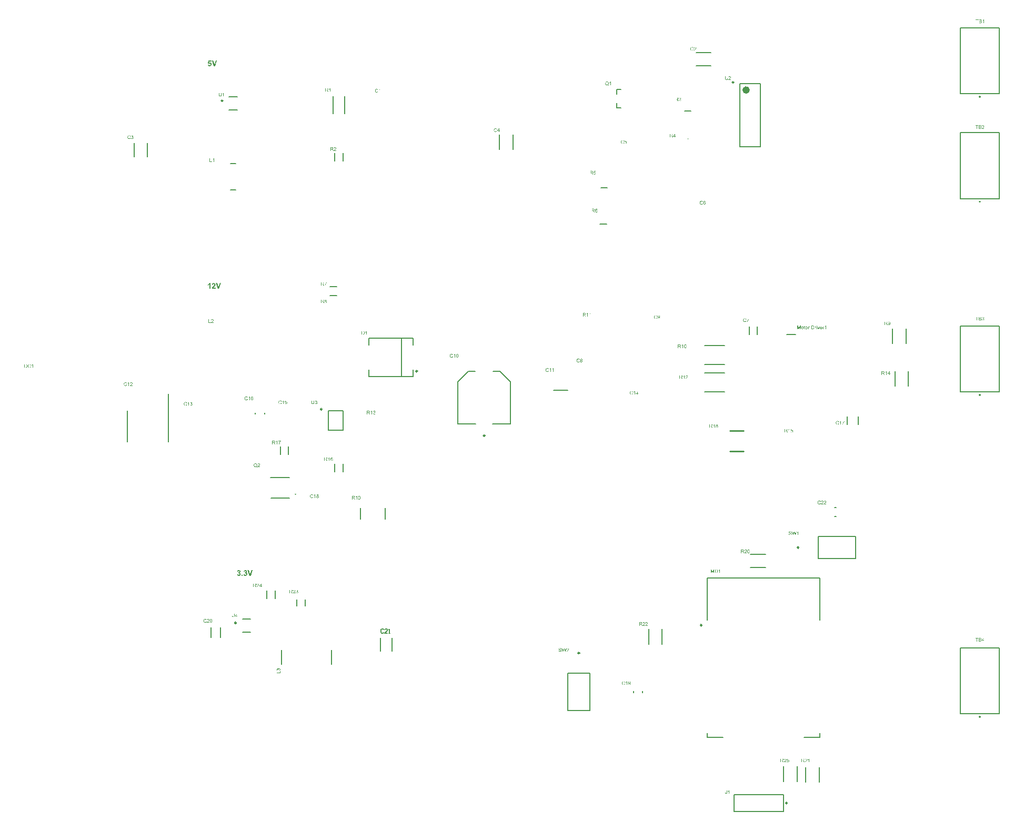
<source format=gto>
G04*
G04 #@! TF.GenerationSoftware,Altium Limited,Altium Designer,24.10.1 (45)*
G04*
G04 Layer_Color=65535*
%FSLAX25Y25*%
%MOIN*%
G70*
G04*
G04 #@! TF.SameCoordinates,253C2AE7-DEF5-4279-9A70-D321F830DA34*
G04*
G04*
G04 #@! TF.FilePolarity,Positive*
G04*
G01*
G75*
%ADD10C,0.00984*%
%ADD11C,0.00787*%
%ADD12C,0.02362*%
%ADD13C,0.00500*%
%ADD14C,0.01000*%
G36*
X534735Y217374D02*
X534450D01*
Y219250D01*
X533796Y217374D01*
X533530D01*
X532882Y219283D01*
Y217374D01*
X532597D01*
Y219616D01*
X533041D01*
X533572Y218025D01*
Y218022D01*
X533575Y218016D01*
X533579Y218006D01*
X533585Y217990D01*
X533598Y217951D01*
X533614Y217902D01*
X533631Y217847D01*
X533650Y217792D01*
X533666Y217740D01*
X533679Y217695D01*
X533682Y217701D01*
X533686Y217718D01*
X533695Y217747D01*
X533708Y217786D01*
X533724Y217837D01*
X533747Y217899D01*
X533770Y217970D01*
X533799Y218055D01*
X534337Y219616D01*
X534735D01*
Y217374D01*
D02*
G37*
G36*
X538403D02*
X538128D01*
Y219127D01*
X538124Y219124D01*
X538108Y219111D01*
X538089Y219091D01*
X538056Y219069D01*
X538021Y219040D01*
X537975Y219007D01*
X537923Y218971D01*
X537865Y218936D01*
X537862D01*
X537859Y218933D01*
X537839Y218920D01*
X537807Y218903D01*
X537768Y218884D01*
X537723Y218861D01*
X537674Y218839D01*
X537625Y218816D01*
X537577Y218796D01*
Y219062D01*
X537580D01*
X537587Y219069D01*
X537600Y219072D01*
X537616Y219082D01*
X537635Y219091D01*
X537658Y219104D01*
X537713Y219137D01*
X537778Y219172D01*
X537843Y219218D01*
X537911Y219269D01*
X537979Y219325D01*
X537982Y219328D01*
X537985Y219331D01*
X537995Y219341D01*
X538008Y219351D01*
X538037Y219383D01*
X538076Y219422D01*
X538115Y219467D01*
X538157Y219519D01*
X538192Y219571D01*
X538225Y219626D01*
X538403D01*
Y217374D01*
D02*
G37*
G36*
X536138Y219613D02*
X536203Y219610D01*
X536268Y219603D01*
X536333Y219594D01*
X536388Y219584D01*
X536391D01*
X536398Y219581D01*
X536407D01*
X536420Y219574D01*
X536456Y219564D01*
X536501Y219548D01*
X536553Y219526D01*
X536608Y219496D01*
X536663Y219464D01*
X536715Y219422D01*
X536718Y219419D01*
X536722Y219415D01*
X536731Y219406D01*
X536744Y219396D01*
X536777Y219363D01*
X536815Y219318D01*
X536858Y219263D01*
X536903Y219198D01*
X536945Y219124D01*
X536981Y219040D01*
Y219036D01*
X536984Y219030D01*
X536990Y219017D01*
X536994Y218997D01*
X537003Y218975D01*
X537010Y218949D01*
X537016Y218920D01*
X537026Y218884D01*
X537036Y218848D01*
X537042Y218806D01*
X537058Y218716D01*
X537068Y218615D01*
X537071Y218505D01*
Y218502D01*
Y218495D01*
Y218479D01*
Y218463D01*
X537068Y218440D01*
Y218414D01*
X537065Y218353D01*
X537055Y218281D01*
X537045Y218207D01*
X537029Y218129D01*
X537010Y218051D01*
Y218048D01*
X537007Y218041D01*
X537003Y218032D01*
X537000Y218019D01*
X536987Y217983D01*
X536968Y217938D01*
X536948Y217886D01*
X536922Y217834D01*
X536890Y217779D01*
X536858Y217727D01*
X536854Y217721D01*
X536841Y217705D01*
X536822Y217682D01*
X536796Y217653D01*
X536767Y217620D01*
X536731Y217588D01*
X536696Y217552D01*
X536653Y217523D01*
X536647Y217520D01*
X536634Y217510D01*
X536611Y217497D01*
X536579Y217481D01*
X536540Y217462D01*
X536495Y217445D01*
X536443Y217426D01*
X536384Y217410D01*
X536378D01*
X536368Y217407D01*
X536359Y217403D01*
X536326Y217400D01*
X536281Y217393D01*
X536229Y217387D01*
X536167Y217381D01*
X536099Y217377D01*
X536025Y217374D01*
X535218D01*
Y219616D01*
X536080D01*
X536138Y219613D01*
D02*
G37*
G36*
X241194Y215566D02*
X240425D01*
X239163Y219089D01*
X239931D01*
X240827Y216482D01*
X241687Y219089D01*
X242446D01*
X241194Y215566D01*
D02*
G37*
G36*
X237824Y219104D02*
X237870Y219099D01*
X237916Y219093D01*
X237972Y219083D01*
X238028Y219068D01*
X238155Y219033D01*
X238221Y219007D01*
X238292Y218971D01*
X238359Y218936D01*
X238420Y218895D01*
X238486Y218844D01*
X238542Y218788D01*
X238547Y218783D01*
X238552Y218778D01*
X238567Y218763D01*
X238582Y218742D01*
X238623Y218691D01*
X238669Y218620D01*
X238715Y218534D01*
X238751Y218432D01*
X238781Y218320D01*
X238786Y218264D01*
X238791Y218203D01*
Y218198D01*
Y218182D01*
X238786Y218157D01*
X238781Y218126D01*
X238776Y218086D01*
X238766Y218040D01*
X238751Y217989D01*
X238730Y217933D01*
X238700Y217877D01*
X238669Y217816D01*
X238628Y217755D01*
X238578Y217694D01*
X238516Y217633D01*
X238450Y217572D01*
X238374Y217516D01*
X238282Y217460D01*
X238287D01*
X238298Y217455D01*
X238313D01*
X238333Y217444D01*
X238389Y217429D01*
X238455Y217399D01*
X238532Y217358D01*
X238613Y217307D01*
X238695Y217241D01*
X238766Y217164D01*
X238776Y217154D01*
X238796Y217124D01*
X238822Y217078D01*
X238857Y217012D01*
X238893Y216935D01*
X238918Y216839D01*
X238939Y216737D01*
X238949Y216620D01*
Y216615D01*
Y216599D01*
Y216574D01*
X238944Y216543D01*
X238939Y216503D01*
X238929Y216457D01*
X238918Y216401D01*
X238908Y216345D01*
X238868Y216223D01*
X238837Y216157D01*
X238807Y216085D01*
X238766Y216019D01*
X238720Y215953D01*
X238669Y215887D01*
X238608Y215826D01*
X238603Y215821D01*
X238593Y215810D01*
X238572Y215795D01*
X238547Y215775D01*
X238511Y215749D01*
X238476Y215724D01*
X238425Y215693D01*
X238374Y215663D01*
X238318Y215632D01*
X238252Y215602D01*
X238180Y215576D01*
X238109Y215551D01*
X238028Y215530D01*
X237946Y215515D01*
X237855Y215505D01*
X237763Y215500D01*
X237717D01*
X237682Y215505D01*
X237641Y215510D01*
X237595Y215515D01*
X237544Y215526D01*
X237483Y215536D01*
X237361Y215566D01*
X237229Y215617D01*
X237157Y215648D01*
X237096Y215683D01*
X237030Y215729D01*
X236969Y215775D01*
X236964Y215780D01*
X236954Y215790D01*
X236939Y215805D01*
X236918Y215826D01*
X236893Y215851D01*
X236867Y215887D01*
X236837Y215922D01*
X236806Y215968D01*
X236776Y216019D01*
X236740Y216070D01*
X236684Y216192D01*
X236638Y216335D01*
X236618Y216411D01*
X236608Y216493D01*
X237259Y216574D01*
Y216569D01*
Y216564D01*
X237264Y216533D01*
X237274Y216488D01*
X237290Y216431D01*
X237315Y216370D01*
X237341Y216304D01*
X237381Y216243D01*
X237427Y216187D01*
X237432Y216182D01*
X237453Y216167D01*
X237483Y216146D01*
X237519Y216126D01*
X237570Y216101D01*
X237626Y216080D01*
X237687Y216065D01*
X237758Y216060D01*
X237768D01*
X237794Y216065D01*
X237829Y216070D01*
X237880Y216080D01*
X237936Y216101D01*
X237992Y216126D01*
X238053Y216167D01*
X238109Y216218D01*
X238114Y216223D01*
X238135Y216248D01*
X238155Y216284D01*
X238186Y216330D01*
X238211Y216391D01*
X238236Y216467D01*
X238252Y216554D01*
X238257Y216650D01*
Y216655D01*
Y216660D01*
Y216691D01*
X238252Y216737D01*
X238242Y216798D01*
X238221Y216864D01*
X238196Y216930D01*
X238160Y216997D01*
X238114Y217057D01*
X238109Y217063D01*
X238089Y217083D01*
X238058Y217108D01*
X238023Y217134D01*
X237972Y217164D01*
X237916Y217185D01*
X237855Y217205D01*
X237783Y217210D01*
X237733D01*
X237697Y217205D01*
X237651Y217200D01*
X237595Y217190D01*
X237539Y217175D01*
X237473Y217159D01*
X237544Y217704D01*
X237590D01*
X237641Y217709D01*
X237702Y217714D01*
X237768Y217729D01*
X237839Y217750D01*
X237906Y217780D01*
X237967Y217821D01*
X237972Y217826D01*
X237992Y217846D01*
X238013Y217872D01*
X238043Y217913D01*
X238069Y217958D01*
X238094Y218015D01*
X238109Y218081D01*
X238114Y218157D01*
Y218167D01*
Y218187D01*
X238109Y218218D01*
X238099Y218259D01*
X238089Y218305D01*
X238069Y218350D01*
X238043Y218401D01*
X238007Y218442D01*
X238002Y218447D01*
X237987Y218457D01*
X237967Y218478D01*
X237931Y218498D01*
X237890Y218513D01*
X237844Y218534D01*
X237783Y218544D01*
X237722Y218549D01*
X237692D01*
X237661Y218544D01*
X237620Y218534D01*
X237575Y218518D01*
X237524Y218498D01*
X237473Y218467D01*
X237427Y218427D01*
X237422Y218422D01*
X237407Y218406D01*
X237386Y218376D01*
X237361Y218335D01*
X237335Y218289D01*
X237315Y218228D01*
X237295Y218157D01*
X237280Y218075D01*
X236659Y218177D01*
Y218182D01*
X236664Y218193D01*
Y218208D01*
X236669Y218233D01*
X236684Y218289D01*
X236704Y218366D01*
X236735Y218447D01*
X236765Y218534D01*
X236806Y218615D01*
X236852Y218691D01*
X236857Y218702D01*
X236877Y218722D01*
X236908Y218758D01*
X236949Y218803D01*
X237000Y218849D01*
X237061Y218900D01*
X237137Y218951D01*
X237218Y218997D01*
X237224D01*
X237229Y219002D01*
X237259Y219012D01*
X237310Y219033D01*
X237371Y219053D01*
X237448Y219073D01*
X237539Y219093D01*
X237636Y219104D01*
X237743Y219109D01*
X237789D01*
X237824Y219104D01*
D02*
G37*
G36*
X233717D02*
X233762Y219099D01*
X233808Y219093D01*
X233864Y219083D01*
X233920Y219068D01*
X234047Y219033D01*
X234114Y219007D01*
X234185Y218971D01*
X234251Y218936D01*
X234312Y218895D01*
X234378Y218844D01*
X234434Y218788D01*
X234439Y218783D01*
X234444Y218778D01*
X234460Y218763D01*
X234475Y218742D01*
X234516Y218691D01*
X234561Y218620D01*
X234607Y218534D01*
X234643Y218432D01*
X234673Y218320D01*
X234679Y218264D01*
X234684Y218203D01*
Y218198D01*
Y218182D01*
X234679Y218157D01*
X234673Y218126D01*
X234668Y218086D01*
X234658Y218040D01*
X234643Y217989D01*
X234623Y217933D01*
X234592Y217877D01*
X234561Y217816D01*
X234521Y217755D01*
X234470Y217694D01*
X234409Y217633D01*
X234343Y217572D01*
X234266Y217516D01*
X234175Y217460D01*
X234180D01*
X234190Y217455D01*
X234205D01*
X234226Y217444D01*
X234281Y217429D01*
X234348Y217399D01*
X234424Y217358D01*
X234506Y217307D01*
X234587Y217241D01*
X234658Y217164D01*
X234668Y217154D01*
X234689Y217124D01*
X234714Y217078D01*
X234750Y217012D01*
X234785Y216935D01*
X234811Y216839D01*
X234831Y216737D01*
X234841Y216620D01*
Y216615D01*
Y216599D01*
Y216574D01*
X234836Y216543D01*
X234831Y216503D01*
X234821Y216457D01*
X234811Y216401D01*
X234801Y216345D01*
X234760Y216223D01*
X234729Y216157D01*
X234699Y216085D01*
X234658Y216019D01*
X234612Y215953D01*
X234561Y215887D01*
X234500Y215826D01*
X234495Y215821D01*
X234485Y215810D01*
X234465Y215795D01*
X234439Y215775D01*
X234404Y215749D01*
X234368Y215724D01*
X234317Y215693D01*
X234266Y215663D01*
X234210Y215632D01*
X234144Y215602D01*
X234073Y215576D01*
X234001Y215551D01*
X233920Y215530D01*
X233839Y215515D01*
X233747Y215505D01*
X233655Y215500D01*
X233610D01*
X233574Y215505D01*
X233533Y215510D01*
X233488Y215515D01*
X233437Y215526D01*
X233376Y215536D01*
X233253Y215566D01*
X233121Y215617D01*
X233050Y215648D01*
X232989Y215683D01*
X232923Y215729D01*
X232861Y215775D01*
X232856Y215780D01*
X232846Y215790D01*
X232831Y215805D01*
X232810Y215826D01*
X232785Y215851D01*
X232760Y215887D01*
X232729Y215922D01*
X232698Y215968D01*
X232668Y216019D01*
X232632Y216070D01*
X232576Y216192D01*
X232530Y216335D01*
X232510Y216411D01*
X232500Y216493D01*
X233152Y216574D01*
Y216569D01*
Y216564D01*
X233157Y216533D01*
X233167Y216488D01*
X233182Y216431D01*
X233208Y216370D01*
X233233Y216304D01*
X233274Y216243D01*
X233319Y216187D01*
X233325Y216182D01*
X233345Y216167D01*
X233376Y216146D01*
X233411Y216126D01*
X233462Y216101D01*
X233518Y216080D01*
X233579Y216065D01*
X233650Y216060D01*
X233661D01*
X233686Y216065D01*
X233722Y216070D01*
X233772Y216080D01*
X233828Y216101D01*
X233885Y216126D01*
X233946Y216167D01*
X234001Y216218D01*
X234007Y216223D01*
X234027Y216248D01*
X234047Y216284D01*
X234078Y216330D01*
X234103Y216391D01*
X234129Y216467D01*
X234144Y216554D01*
X234149Y216650D01*
Y216655D01*
Y216660D01*
Y216691D01*
X234144Y216737D01*
X234134Y216798D01*
X234114Y216864D01*
X234088Y216930D01*
X234052Y216997D01*
X234007Y217057D01*
X234001Y217063D01*
X233981Y217083D01*
X233951Y217108D01*
X233915Y217134D01*
X233864Y217164D01*
X233808Y217185D01*
X233747Y217205D01*
X233676Y217210D01*
X233625D01*
X233589Y217205D01*
X233543Y217200D01*
X233488Y217190D01*
X233432Y217175D01*
X233365Y217159D01*
X233437Y217704D01*
X233482D01*
X233533Y217709D01*
X233594Y217714D01*
X233661Y217729D01*
X233732Y217750D01*
X233798Y217780D01*
X233859Y217821D01*
X233864Y217826D01*
X233885Y217846D01*
X233905Y217872D01*
X233935Y217913D01*
X233961Y217958D01*
X233986Y218015D01*
X234001Y218081D01*
X234007Y218157D01*
Y218167D01*
Y218187D01*
X234001Y218218D01*
X233991Y218259D01*
X233981Y218305D01*
X233961Y218350D01*
X233935Y218401D01*
X233900Y218442D01*
X233895Y218447D01*
X233879Y218457D01*
X233859Y218478D01*
X233823Y218498D01*
X233783Y218513D01*
X233737Y218534D01*
X233676Y218544D01*
X233615Y218549D01*
X233584D01*
X233554Y218544D01*
X233513Y218534D01*
X233467Y218518D01*
X233416Y218498D01*
X233365Y218467D01*
X233319Y218427D01*
X233314Y218422D01*
X233299Y218406D01*
X233279Y218376D01*
X233253Y218335D01*
X233228Y218289D01*
X233208Y218228D01*
X233187Y218157D01*
X233172Y218075D01*
X232551Y218177D01*
Y218182D01*
X232556Y218193D01*
Y218208D01*
X232561Y218233D01*
X232576Y218289D01*
X232597Y218366D01*
X232627Y218447D01*
X232658Y218534D01*
X232698Y218615D01*
X232744Y218691D01*
X232749Y218702D01*
X232770Y218722D01*
X232800Y218758D01*
X232841Y218803D01*
X232892Y218849D01*
X232953Y218900D01*
X233029Y218951D01*
X233111Y218997D01*
X233116D01*
X233121Y219002D01*
X233152Y219012D01*
X233202Y219033D01*
X233263Y219053D01*
X233340Y219073D01*
X233432Y219093D01*
X233528Y219104D01*
X233635Y219109D01*
X233681D01*
X233717Y219104D01*
D02*
G37*
G36*
X236083Y215566D02*
X235406D01*
Y216243D01*
X236083D01*
Y215566D01*
D02*
G37*
G36*
X218550Y538566D02*
X217782D01*
X216519Y542089D01*
X217288D01*
X218184Y539482D01*
X219044Y542089D01*
X219803D01*
X218550Y538566D01*
D02*
G37*
G36*
X216214Y541411D02*
X214937D01*
X214830Y540811D01*
X214835D01*
X214840Y540816D01*
X214870Y540831D01*
X214916Y540846D01*
X214972Y540872D01*
X215043Y540892D01*
X215120Y540908D01*
X215206Y540923D01*
X215293Y540928D01*
X215339D01*
X215369Y540923D01*
X215405Y540918D01*
X215451Y540913D01*
X215501Y540903D01*
X215558Y540887D01*
X215675Y540846D01*
X215741Y540821D01*
X215802Y540791D01*
X215868Y540750D01*
X215934Y540704D01*
X215995Y540653D01*
X216056Y540597D01*
X216061Y540592D01*
X216072Y540582D01*
X216087Y540561D01*
X216107Y540536D01*
X216128Y540506D01*
X216158Y540465D01*
X216184Y540419D01*
X216214Y540368D01*
X216245Y540312D01*
X216270Y540246D01*
X216301Y540175D01*
X216321Y540103D01*
X216341Y540022D01*
X216357Y539935D01*
X216367Y539844D01*
X216372Y539747D01*
Y539742D01*
Y539727D01*
Y539706D01*
X216367Y539676D01*
Y539635D01*
X216357Y539589D01*
X216352Y539538D01*
X216341Y539488D01*
X216311Y539365D01*
X216265Y539233D01*
X216234Y539162D01*
X216204Y539095D01*
X216163Y539029D01*
X216117Y538963D01*
X216112Y538958D01*
X216102Y538943D01*
X216082Y538923D01*
X216056Y538892D01*
X216021Y538856D01*
X215975Y538816D01*
X215924Y538775D01*
X215868Y538734D01*
X215802Y538688D01*
X215731Y538648D01*
X215654Y538607D01*
X215568Y538571D01*
X215476Y538541D01*
X215379Y538520D01*
X215272Y538505D01*
X215160Y538500D01*
X215115D01*
X215079Y538505D01*
X215038Y538510D01*
X214987Y538515D01*
X214937Y538520D01*
X214876Y538530D01*
X214753Y538561D01*
X214616Y538612D01*
X214550Y538637D01*
X214484Y538673D01*
X214422Y538714D01*
X214361Y538760D01*
X214356Y538765D01*
X214346Y538770D01*
X214331Y538785D01*
X214311Y538805D01*
X214290Y538836D01*
X214260Y538867D01*
X214234Y538902D01*
X214204Y538943D01*
X214168Y538994D01*
X214137Y539045D01*
X214081Y539167D01*
X214031Y539304D01*
X214015Y539381D01*
X214000Y539462D01*
X214672Y539533D01*
Y539523D01*
X214677Y539498D01*
X214687Y539452D01*
X214702Y539401D01*
X214723Y539345D01*
X214753Y539284D01*
X214794Y539228D01*
X214840Y539172D01*
X214845Y539167D01*
X214865Y539151D01*
X214896Y539131D01*
X214937Y539106D01*
X214982Y539080D01*
X215038Y539060D01*
X215105Y539045D01*
X215171Y539040D01*
X215181D01*
X215206Y539045D01*
X215247Y539050D01*
X215298Y539060D01*
X215354Y539080D01*
X215415Y539111D01*
X215476Y539157D01*
X215532Y539213D01*
X215537Y539223D01*
X215558Y539243D01*
X215578Y539284D01*
X215608Y539345D01*
X215634Y539416D01*
X215659Y539503D01*
X215675Y539610D01*
X215680Y539732D01*
Y539737D01*
Y539747D01*
Y539762D01*
Y539788D01*
X215675Y539844D01*
X215659Y539915D01*
X215644Y539996D01*
X215619Y540078D01*
X215583Y540154D01*
X215532Y540220D01*
X215527Y540226D01*
X215507Y540246D01*
X215471Y540271D01*
X215430Y540307D01*
X215374Y540338D01*
X215308Y540363D01*
X215232Y540383D01*
X215150Y540388D01*
X215120D01*
X215099Y540383D01*
X215049Y540373D01*
X214977Y540358D01*
X214896Y540327D01*
X214809Y540281D01*
X214763Y540251D01*
X214718Y540215D01*
X214672Y540175D01*
X214626Y540129D01*
X214081Y540205D01*
X214428Y542043D01*
X216214D01*
Y541411D01*
D02*
G37*
G36*
X221121Y397500D02*
X220352D01*
X219090Y401022D01*
X219859D01*
X220754Y398416D01*
X221615Y401022D01*
X222373D01*
X221121Y397500D01*
D02*
G37*
G36*
X217807Y401038D02*
X217853Y401032D01*
X217904Y401027D01*
X217960Y401017D01*
X218021Y401007D01*
X218153Y400971D01*
X218286Y400920D01*
X218357Y400890D01*
X218418Y400854D01*
X218484Y400808D01*
X218540Y400758D01*
X218545Y400752D01*
X218555Y400747D01*
X218566Y400727D01*
X218586Y400707D01*
X218612Y400681D01*
X218637Y400646D01*
X218662Y400610D01*
X218693Y400564D01*
X218744Y400462D01*
X218795Y400345D01*
X218815Y400279D01*
X218825Y400208D01*
X218835Y400132D01*
X218841Y400055D01*
Y400045D01*
Y400014D01*
X218835Y399969D01*
X218830Y399913D01*
X218820Y399841D01*
X218805Y399765D01*
X218785Y399684D01*
X218754Y399602D01*
X218749Y399592D01*
X218739Y399567D01*
X218718Y399521D01*
X218688Y399465D01*
X218652Y399399D01*
X218606Y399322D01*
X218550Y399241D01*
X218484Y399154D01*
X218479Y399149D01*
X218459Y399124D01*
X218428Y399088D01*
X218383Y399037D01*
X218321Y398976D01*
X218245Y398895D01*
X218153Y398808D01*
X218041Y398701D01*
X218036Y398696D01*
X218026Y398691D01*
X218011Y398676D01*
X217991Y398655D01*
X217935Y398604D01*
X217868Y398543D01*
X217802Y398477D01*
X217736Y398411D01*
X217675Y398355D01*
X217655Y398330D01*
X217634Y398309D01*
X217629Y398304D01*
X217619Y398294D01*
X217604Y398274D01*
X217583Y398248D01*
X217538Y398192D01*
X217497Y398126D01*
X218841D01*
Y397500D01*
X216474D01*
Y397505D01*
Y397515D01*
X216479Y397536D01*
X216484Y397561D01*
X216489Y397592D01*
X216494Y397627D01*
X216514Y397719D01*
X216545Y397821D01*
X216586Y397933D01*
X216637Y398055D01*
X216703Y398172D01*
Y398177D01*
X216713Y398187D01*
X216723Y398207D01*
X216743Y398228D01*
X216764Y398264D01*
X216794Y398299D01*
X216830Y398345D01*
X216871Y398396D01*
X216917Y398457D01*
X216973Y398518D01*
X217034Y398589D01*
X217105Y398666D01*
X217181Y398742D01*
X217268Y398829D01*
X217359Y398920D01*
X217461Y399017D01*
X217466Y399022D01*
X217482Y399037D01*
X217502Y399058D01*
X217532Y399088D01*
X217573Y399119D01*
X217614Y399159D01*
X217705Y399251D01*
X217797Y399348D01*
X217889Y399444D01*
X217930Y399485D01*
X217970Y399531D01*
X218001Y399567D01*
X218021Y399597D01*
X218026Y399607D01*
X218041Y399633D01*
X218067Y399673D01*
X218092Y399729D01*
X218118Y399791D01*
X218143Y399862D01*
X218159Y399933D01*
X218164Y400009D01*
Y400014D01*
Y400020D01*
Y400045D01*
X218159Y400091D01*
X218148Y400142D01*
X218133Y400198D01*
X218113Y400254D01*
X218082Y400310D01*
X218041Y400361D01*
X218036Y400366D01*
X218021Y400381D01*
X217991Y400401D01*
X217955Y400422D01*
X217904Y400442D01*
X217848Y400462D01*
X217782Y400478D01*
X217705Y400483D01*
X217670D01*
X217629Y400478D01*
X217583Y400467D01*
X217527Y400452D01*
X217471Y400427D01*
X217415Y400396D01*
X217365Y400355D01*
X217359Y400350D01*
X217344Y400330D01*
X217324Y400300D01*
X217303Y400254D01*
X217278Y400198D01*
X217258Y400121D01*
X217237Y400035D01*
X217227Y399933D01*
X216555Y399999D01*
Y400004D01*
X216560Y400025D01*
Y400050D01*
X216570Y400091D01*
X216576Y400137D01*
X216591Y400187D01*
X216606Y400244D01*
X216621Y400310D01*
X216672Y400437D01*
X216733Y400569D01*
X216774Y400635D01*
X216820Y400697D01*
X216871Y400747D01*
X216927Y400798D01*
X216932Y400803D01*
X216942Y400808D01*
X216957Y400819D01*
X216983Y400839D01*
X217013Y400854D01*
X217054Y400875D01*
X217095Y400900D01*
X217146Y400920D01*
X217202Y400946D01*
X217263Y400966D01*
X217395Y401007D01*
X217553Y401032D01*
X217634Y401038D01*
X217721Y401043D01*
X217772D01*
X217807Y401038D01*
D02*
G37*
G36*
X215547Y397500D02*
X214870D01*
Y400050D01*
X214865Y400045D01*
X214855Y400035D01*
X214835Y400020D01*
X214804Y399994D01*
X214769Y399964D01*
X214728Y399933D01*
X214677Y399897D01*
X214621Y399857D01*
X214560Y399816D01*
X214494Y399775D01*
X214422Y399729D01*
X214346Y399689D01*
X214183Y399612D01*
X214000Y399541D01*
Y400152D01*
X214005D01*
X214010Y400157D01*
X214025Y400162D01*
X214046Y400167D01*
X214097Y400193D01*
X214168Y400223D01*
X214254Y400264D01*
X214351Y400320D01*
X214458Y400391D01*
X214570Y400473D01*
X214575Y400478D01*
X214585Y400483D01*
X214601Y400498D01*
X214621Y400518D01*
X214677Y400569D01*
X214738Y400635D01*
X214809Y400717D01*
X214881Y400819D01*
X214947Y400926D01*
X214998Y401043D01*
X215547D01*
Y397500D01*
D02*
G37*
G36*
X230960Y190345D02*
Y190341D01*
Y190328D01*
Y190312D01*
Y190289D01*
X230956Y190260D01*
Y190228D01*
X230953Y190189D01*
X230950Y190150D01*
X230940Y190063D01*
X230927Y189972D01*
X230908Y189884D01*
X230895Y189842D01*
X230882Y189803D01*
Y189800D01*
X230878Y189794D01*
X230872Y189784D01*
X230866Y189771D01*
X230846Y189735D01*
X230817Y189690D01*
X230778Y189638D01*
X230733Y189586D01*
X230674Y189531D01*
X230603Y189483D01*
X230600D01*
X230593Y189476D01*
X230584Y189473D01*
X230568Y189463D01*
X230548Y189453D01*
X230522Y189444D01*
X230496Y189434D01*
X230464Y189421D01*
X230428Y189408D01*
X230389Y189398D01*
X230347Y189389D01*
X230298Y189379D01*
X230250Y189373D01*
X230198Y189366D01*
X230082Y189359D01*
X230052D01*
X230030Y189363D01*
X230004D01*
X229971Y189366D01*
X229936Y189369D01*
X229900Y189373D01*
X229819Y189385D01*
X229731Y189405D01*
X229647Y189431D01*
X229566Y189466D01*
X229563D01*
X229557Y189473D01*
X229547Y189479D01*
X229534Y189486D01*
X229498Y189512D01*
X229456Y189547D01*
X229408Y189593D01*
X229362Y189645D01*
X229317Y189709D01*
X229281Y189781D01*
Y189784D01*
X229278Y189790D01*
X229275Y189803D01*
X229268Y189820D01*
X229262Y189839D01*
X229255Y189865D01*
X229245Y189894D01*
X229239Y189930D01*
X229233Y189969D01*
X229223Y190011D01*
X229216Y190056D01*
X229210Y190105D01*
X229203Y190160D01*
X229200Y190218D01*
X229197Y190280D01*
Y190345D01*
Y191640D01*
X229495D01*
Y190345D01*
Y190341D01*
Y190331D01*
Y190315D01*
Y190296D01*
X229498Y190273D01*
Y190244D01*
X229502Y190182D01*
X229508Y190111D01*
X229518Y190040D01*
X229531Y189972D01*
X229537Y189943D01*
X229547Y189914D01*
X229550Y189907D01*
X229557Y189891D01*
X229573Y189868D01*
X229592Y189836D01*
X229615Y189803D01*
X229647Y189768D01*
X229686Y189732D01*
X229731Y189703D01*
X229738Y189700D01*
X229754Y189690D01*
X229783Y189680D01*
X229822Y189667D01*
X229868Y189651D01*
X229926Y189641D01*
X229988Y189632D01*
X230055Y189628D01*
X230088D01*
X230107Y189632D01*
X230136D01*
X230166Y189635D01*
X230237Y189648D01*
X230315Y189664D01*
X230389Y189690D01*
X230461Y189726D01*
X230493Y189748D01*
X230522Y189774D01*
X230525Y189778D01*
X230529Y189781D01*
X230535Y189790D01*
X230545Y189803D01*
X230555Y189823D01*
X230568Y189842D01*
X230580Y189871D01*
X230593Y189901D01*
X230606Y189936D01*
X230616Y189978D01*
X230629Y190027D01*
X230639Y190079D01*
X230648Y190137D01*
X230655Y190199D01*
X230661Y190270D01*
Y190345D01*
Y191640D01*
X230960D01*
Y190345D01*
D02*
G37*
G36*
X232499Y190189D02*
X232803D01*
Y189936D01*
X232499D01*
Y189398D01*
X232223D01*
Y189936D01*
X231248D01*
Y190189D01*
X232275Y191640D01*
X232499D01*
Y190189D01*
D02*
G37*
G36*
X259245Y156802D02*
X259271Y156799D01*
X259300Y156792D01*
X259332Y156786D01*
X259368Y156779D01*
X259446Y156753D01*
X259488Y156734D01*
X259527Y156714D01*
X259569Y156689D01*
X259611Y156659D01*
X259653Y156627D01*
X259692Y156588D01*
X259695Y156585D01*
X259702Y156578D01*
X259712Y156565D01*
X259725Y156549D01*
X259741Y156530D01*
X259757Y156504D01*
X259776Y156475D01*
X259793Y156439D01*
X259812Y156403D01*
X259832Y156361D01*
X259848Y156319D01*
X259864Y156271D01*
X259877Y156219D01*
X259887Y156164D01*
X259893Y156109D01*
X259896Y156047D01*
Y156018D01*
X259893Y155998D01*
X259890Y155973D01*
X259887Y155943D01*
X259880Y155911D01*
X259874Y155875D01*
X259854Y155798D01*
X259822Y155717D01*
X259802Y155674D01*
X259780Y155635D01*
X259751Y155597D01*
X259721Y155558D01*
X259718Y155554D01*
X259712Y155548D01*
X259702Y155538D01*
X259689Y155529D01*
X259673Y155512D01*
X259650Y155496D01*
X259627Y155477D01*
X259598Y155457D01*
X259566Y155438D01*
X259533Y155419D01*
X259456Y155383D01*
X259365Y155354D01*
X259316Y155344D01*
X259264Y155338D01*
X259229Y155613D01*
X259232D01*
X259239Y155616D01*
X259251Y155619D01*
X259268Y155623D01*
X259287Y155626D01*
X259310Y155632D01*
X259359Y155649D01*
X259417Y155671D01*
X259472Y155700D01*
X259524Y155733D01*
X259569Y155772D01*
X259572Y155778D01*
X259585Y155791D01*
X259601Y155817D01*
X259618Y155849D01*
X259637Y155888D01*
X259653Y155937D01*
X259666Y155992D01*
X259669Y156050D01*
Y156070D01*
X259666Y156083D01*
X259663Y156118D01*
X259653Y156164D01*
X259637Y156216D01*
X259614Y156271D01*
X259582Y156326D01*
X259537Y156377D01*
X259530Y156384D01*
X259511Y156400D01*
X259482Y156420D01*
X259443Y156446D01*
X259394Y156472D01*
X259339Y156491D01*
X259274Y156507D01*
X259203Y156514D01*
X259200D01*
X259193D01*
X259184D01*
X259171Y156510D01*
X259135Y156507D01*
X259093Y156497D01*
X259041Y156484D01*
X258989Y156462D01*
X258937Y156429D01*
X258889Y156387D01*
X258882Y156381D01*
X258869Y156365D01*
X258850Y156339D01*
X258827Y156303D01*
X258804Y156258D01*
X258785Y156202D01*
X258772Y156141D01*
X258766Y156073D01*
Y156044D01*
X258769Y156021D01*
X258772Y155992D01*
X258779Y155959D01*
X258785Y155921D01*
X258795Y155878D01*
X258552Y155911D01*
Y155927D01*
X258555Y155940D01*
Y155982D01*
X258548Y156018D01*
X258542Y156060D01*
X258532Y156109D01*
X258516Y156164D01*
X258493Y156216D01*
X258464Y156271D01*
Y156274D01*
X258461Y156277D01*
X258448Y156293D01*
X258425Y156316D01*
X258396Y156342D01*
X258354Y156368D01*
X258306Y156391D01*
X258250Y156407D01*
X258218Y156413D01*
X258182D01*
X258179D01*
X258176D01*
X258156D01*
X258131Y156407D01*
X258095Y156400D01*
X258056Y156387D01*
X258014Y156371D01*
X257972Y156345D01*
X257933Y156309D01*
X257930Y156306D01*
X257917Y156290D01*
X257901Y156267D01*
X257881Y156238D01*
X257865Y156199D01*
X257849Y156154D01*
X257836Y156102D01*
X257832Y156044D01*
Y156018D01*
X257839Y155989D01*
X257845Y155950D01*
X257858Y155908D01*
X257874Y155866D01*
X257901Y155820D01*
X257933Y155778D01*
X257936Y155775D01*
X257952Y155762D01*
X257975Y155743D01*
X258007Y155720D01*
X258050Y155697D01*
X258101Y155674D01*
X258163Y155655D01*
X258234Y155642D01*
X258186Y155367D01*
X258182D01*
X258173Y155370D01*
X258160Y155373D01*
X258140Y155376D01*
X258118Y155383D01*
X258092Y155393D01*
X258030Y155412D01*
X257959Y155444D01*
X257888Y155483D01*
X257820Y155532D01*
X257758Y155593D01*
X257755Y155597D01*
X257751Y155603D01*
X257745Y155613D01*
X257735Y155626D01*
X257722Y155642D01*
X257709Y155665D01*
X257696Y155687D01*
X257680Y155717D01*
X257654Y155781D01*
X257628Y155856D01*
X257612Y155943D01*
X257606Y155989D01*
Y156070D01*
X257609Y156105D01*
X257615Y156148D01*
X257625Y156199D01*
X257641Y156258D01*
X257661Y156316D01*
X257687Y156374D01*
Y156377D01*
X257690Y156381D01*
X257700Y156400D01*
X257719Y156429D01*
X257742Y156462D01*
X257774Y156501D01*
X257810Y156539D01*
X257852Y156578D01*
X257901Y156611D01*
X257907Y156614D01*
X257923Y156624D01*
X257952Y156637D01*
X257988Y156653D01*
X258030Y156669D01*
X258079Y156682D01*
X258134Y156692D01*
X258189Y156695D01*
X258195D01*
X258215D01*
X258241Y156692D01*
X258276Y156685D01*
X258318Y156676D01*
X258364Y156659D01*
X258409Y156640D01*
X258454Y156614D01*
X258461Y156611D01*
X258474Y156601D01*
X258497Y156582D01*
X258523Y156556D01*
X258552Y156523D01*
X258584Y156484D01*
X258613Y156439D01*
X258642Y156384D01*
Y156387D01*
X258646Y156394D01*
X258649Y156403D01*
X258652Y156416D01*
X258665Y156452D01*
X258684Y156497D01*
X258711Y156549D01*
X258743Y156601D01*
X258785Y156650D01*
X258834Y156695D01*
X258840Y156698D01*
X258859Y156711D01*
X258892Y156731D01*
X258934Y156750D01*
X258986Y156770D01*
X259047Y156789D01*
X259119Y156802D01*
X259196Y156805D01*
X259200D01*
X259209D01*
X259226D01*
X259245Y156802D01*
D02*
G37*
G36*
X259857Y153692D02*
X257615D01*
Y153990D01*
X259592D01*
Y155095D01*
X259857D01*
Y153692D01*
D02*
G37*
G36*
X212390Y188157D02*
X212419Y188153D01*
X212455Y188150D01*
X212490Y188147D01*
X212532Y188137D01*
X212620Y188118D01*
X212717Y188089D01*
X212766Y188069D01*
X212811Y188047D01*
X212856Y188017D01*
X212902Y187988D01*
X212905Y187985D01*
X212911Y187982D01*
X212924Y187972D01*
X212941Y187956D01*
X212957Y187940D01*
X212979Y187917D01*
X213002Y187891D01*
X213028Y187865D01*
X213054Y187833D01*
X213080Y187794D01*
X213109Y187755D01*
X213135Y187713D01*
X213158Y187664D01*
X213183Y187616D01*
X213203Y187564D01*
X213222Y187505D01*
X212931Y187437D01*
Y187441D01*
X212928Y187447D01*
X212921Y187460D01*
X212915Y187476D01*
X212908Y187496D01*
X212898Y187522D01*
X212873Y187574D01*
X212840Y187632D01*
X212801Y187690D01*
X212753Y187745D01*
X212701Y187794D01*
X212694Y187800D01*
X212675Y187813D01*
X212642Y187829D01*
X212600Y187852D01*
X212545Y187872D01*
X212484Y187891D01*
X212409Y187904D01*
X212328Y187907D01*
X212302D01*
X212286Y187904D01*
X212263D01*
X212237Y187901D01*
X212176Y187891D01*
X212108Y187878D01*
X212037Y187855D01*
X211962Y187823D01*
X211894Y187781D01*
X211891D01*
X211888Y187774D01*
X211865Y187758D01*
X211836Y187732D01*
X211800Y187693D01*
X211758Y187645D01*
X211719Y187590D01*
X211683Y187522D01*
X211651Y187447D01*
Y187444D01*
X211648Y187437D01*
X211645Y187428D01*
X211641Y187411D01*
X211635Y187392D01*
X211628Y187369D01*
X211619Y187314D01*
X211606Y187250D01*
X211593Y187178D01*
X211586Y187100D01*
X211583Y187016D01*
Y187013D01*
Y187003D01*
Y186987D01*
Y186968D01*
X211586Y186945D01*
Y186916D01*
X211589Y186883D01*
X211593Y186848D01*
X211602Y186770D01*
X211619Y186686D01*
X211638Y186601D01*
X211664Y186517D01*
Y186514D01*
X211667Y186507D01*
X211674Y186498D01*
X211680Y186482D01*
X211700Y186443D01*
X211729Y186397D01*
X211764Y186346D01*
X211810Y186290D01*
X211862Y186242D01*
X211923Y186196D01*
X211926D01*
X211933Y186193D01*
X211943Y186187D01*
X211956Y186180D01*
X211972Y186174D01*
X211991Y186164D01*
X212037Y186145D01*
X212095Y186125D01*
X212160Y186109D01*
X212231Y186096D01*
X212305Y186093D01*
X212328D01*
X212348Y186096D01*
X212370D01*
X212393Y186099D01*
X212451Y186112D01*
X212519Y186128D01*
X212587Y186154D01*
X212659Y186190D01*
X212694Y186209D01*
X212727Y186235D01*
X212730Y186239D01*
X212733Y186242D01*
X212743Y186252D01*
X212756Y186261D01*
X212769Y186277D01*
X212785Y186297D01*
X212804Y186316D01*
X212821Y186342D01*
X212840Y186371D01*
X212863Y186404D01*
X212882Y186436D01*
X212902Y186475D01*
X212918Y186517D01*
X212934Y186563D01*
X212950Y186611D01*
X212963Y186663D01*
X213261Y186589D01*
Y186585D01*
X213258Y186572D01*
X213252Y186553D01*
X213242Y186527D01*
X213232Y186498D01*
X213219Y186462D01*
X213203Y186423D01*
X213183Y186381D01*
X213138Y186290D01*
X213080Y186200D01*
X213044Y186154D01*
X213009Y186109D01*
X212970Y186070D01*
X212924Y186031D01*
X212921Y186028D01*
X212915Y186021D01*
X212898Y186015D01*
X212882Y186002D01*
X212856Y185986D01*
X212830Y185970D01*
X212795Y185953D01*
X212759Y185937D01*
X212717Y185918D01*
X212672Y185902D01*
X212623Y185885D01*
X212571Y185869D01*
X212516Y185856D01*
X212458Y185850D01*
X212396Y185843D01*
X212331Y185840D01*
X212296D01*
X212270Y185843D01*
X212241D01*
X212205Y185847D01*
X212166Y185853D01*
X212121Y185860D01*
X212027Y185876D01*
X211930Y185902D01*
X211832Y185937D01*
X211787Y185960D01*
X211742Y185986D01*
X211738Y185989D01*
X211732Y185992D01*
X211719Y186002D01*
X211706Y186015D01*
X211687Y186028D01*
X211664Y186047D01*
X211638Y186070D01*
X211612Y186096D01*
X211586Y186125D01*
X211557Y186154D01*
X211499Y186229D01*
X211444Y186316D01*
X211395Y186414D01*
Y186417D01*
X211389Y186426D01*
X211385Y186443D01*
X211376Y186462D01*
X211369Y186488D01*
X211359Y186521D01*
X211346Y186556D01*
X211337Y186595D01*
X211327Y186637D01*
X211314Y186686D01*
X211298Y186786D01*
X211285Y186900D01*
X211278Y187016D01*
Y187019D01*
Y187032D01*
Y187052D01*
X211282Y187074D01*
Y187107D01*
X211285Y187139D01*
X211288Y187181D01*
X211295Y187224D01*
X211311Y187318D01*
X211333Y187421D01*
X211366Y187525D01*
X211411Y187625D01*
X211415Y187629D01*
X211418Y187638D01*
X211424Y187651D01*
X211437Y187667D01*
X211450Y187690D01*
X211466Y187716D01*
X211508Y187774D01*
X211563Y187839D01*
X211628Y187904D01*
X211703Y187969D01*
X211790Y188024D01*
X211794Y188027D01*
X211803Y188030D01*
X211816Y188037D01*
X211832Y188047D01*
X211858Y188056D01*
X211884Y188066D01*
X211917Y188079D01*
X211952Y188092D01*
X211991Y188105D01*
X212033Y188118D01*
X212124Y188137D01*
X212228Y188153D01*
X212335Y188160D01*
X212367D01*
X212390Y188157D01*
D02*
G37*
G36*
X214311Y188128D02*
X214337Y188124D01*
X214369Y188121D01*
X214405Y188115D01*
X214441Y188108D01*
X214525Y188085D01*
X214609Y188053D01*
X214651Y188034D01*
X214693Y188011D01*
X214732Y187982D01*
X214768Y187949D01*
X214771Y187946D01*
X214778Y187943D01*
X214784Y187930D01*
X214797Y187917D01*
X214813Y187901D01*
X214829Y187878D01*
X214846Y187855D01*
X214865Y187826D01*
X214897Y187765D01*
X214930Y187687D01*
X214943Y187648D01*
X214949Y187603D01*
X214956Y187557D01*
X214959Y187509D01*
Y187502D01*
Y187486D01*
X214956Y187460D01*
X214953Y187424D01*
X214946Y187386D01*
X214933Y187340D01*
X214920Y187292D01*
X214901Y187243D01*
X214897Y187236D01*
X214891Y187220D01*
X214878Y187194D01*
X214859Y187159D01*
X214833Y187120D01*
X214800Y187071D01*
X214761Y187023D01*
X214716Y186968D01*
X214710Y186961D01*
X214693Y186942D01*
X214677Y186925D01*
X214661Y186909D01*
X214641Y186890D01*
X214616Y186864D01*
X214590Y186838D01*
X214557Y186809D01*
X214525Y186776D01*
X214486Y186741D01*
X214444Y186705D01*
X214399Y186663D01*
X214347Y186621D01*
X214295Y186576D01*
X214292Y186572D01*
X214285Y186566D01*
X214272Y186556D01*
X214256Y186543D01*
X214236Y186524D01*
X214214Y186504D01*
X214162Y186462D01*
X214107Y186414D01*
X214055Y186365D01*
X214010Y186323D01*
X213990Y186307D01*
X213974Y186290D01*
X213971Y186287D01*
X213961Y186277D01*
X213948Y186265D01*
X213932Y186245D01*
X213916Y186222D01*
X213896Y186200D01*
X213857Y186145D01*
X214962D01*
Y185879D01*
X213475D01*
Y185882D01*
Y185895D01*
Y185915D01*
X213478Y185941D01*
X213482Y185970D01*
X213488Y186002D01*
X213495Y186035D01*
X213508Y186070D01*
Y186073D01*
X213511Y186077D01*
X213517Y186096D01*
X213530Y186125D01*
X213550Y186164D01*
X213576Y186209D01*
X213608Y186261D01*
X213644Y186313D01*
X213689Y186368D01*
Y186371D01*
X213695Y186375D01*
X213712Y186394D01*
X213741Y186423D01*
X213783Y186465D01*
X213831Y186514D01*
X213893Y186572D01*
X213968Y186637D01*
X214049Y186705D01*
X214052Y186708D01*
X214065Y186718D01*
X214084Y186734D01*
X214107Y186754D01*
X214136Y186780D01*
X214172Y186809D01*
X214207Y186841D01*
X214249Y186877D01*
X214331Y186955D01*
X214411Y187032D01*
X214450Y187071D01*
X214486Y187110D01*
X214518Y187146D01*
X214544Y187181D01*
Y187185D01*
X214551Y187188D01*
X214557Y187198D01*
X214564Y187211D01*
X214586Y187246D01*
X214612Y187288D01*
X214635Y187340D01*
X214658Y187395D01*
X214671Y187457D01*
X214677Y187515D01*
Y187518D01*
Y187522D01*
X214674Y187541D01*
X214671Y187574D01*
X214661Y187609D01*
X214648Y187654D01*
X214625Y187700D01*
X214596Y187745D01*
X214557Y187791D01*
X214551Y187797D01*
X214535Y187810D01*
X214512Y187826D01*
X214476Y187849D01*
X214431Y187868D01*
X214379Y187888D01*
X214317Y187901D01*
X214249Y187904D01*
X214230D01*
X214217Y187901D01*
X214178Y187898D01*
X214133Y187888D01*
X214084Y187875D01*
X214029Y187852D01*
X213977Y187823D01*
X213929Y187784D01*
X213922Y187778D01*
X213909Y187761D01*
X213890Y187735D01*
X213870Y187697D01*
X213848Y187651D01*
X213828Y187593D01*
X213815Y187528D01*
X213809Y187454D01*
X213527Y187483D01*
Y187486D01*
X213530Y187496D01*
Y187512D01*
X213533Y187535D01*
X213540Y187560D01*
X213546Y187590D01*
X213556Y187625D01*
X213566Y187661D01*
X213592Y187739D01*
X213631Y187817D01*
X213653Y187855D01*
X213683Y187894D01*
X213712Y187930D01*
X213744Y187962D01*
X213747Y187966D01*
X213754Y187969D01*
X213763Y187978D01*
X213780Y187988D01*
X213799Y188001D01*
X213822Y188014D01*
X213848Y188030D01*
X213880Y188047D01*
X213916Y188063D01*
X213955Y188079D01*
X213997Y188092D01*
X214042Y188105D01*
X214091Y188115D01*
X214143Y188124D01*
X214198Y188128D01*
X214256Y188131D01*
X214288D01*
X214311Y188128D01*
D02*
G37*
G36*
X216054D02*
X216096Y188121D01*
X216145Y188111D01*
X216197Y188098D01*
X216252Y188082D01*
X216304Y188056D01*
X216307D01*
X216310Y188053D01*
X216326Y188043D01*
X216352Y188027D01*
X216385Y188004D01*
X216420Y187972D01*
X216459Y187936D01*
X216495Y187894D01*
X216530Y187846D01*
X216534Y187839D01*
X216547Y187823D01*
X216560Y187794D01*
X216582Y187752D01*
X216602Y187703D01*
X216628Y187648D01*
X216650Y187583D01*
X216670Y187512D01*
Y187509D01*
X216673Y187502D01*
X216676Y187493D01*
X216680Y187476D01*
X216683Y187457D01*
X216686Y187434D01*
X216692Y187405D01*
X216696Y187373D01*
X216702Y187337D01*
X216705Y187298D01*
X216709Y187253D01*
X216715Y187207D01*
X216718Y187155D01*
Y187104D01*
X216722Y187045D01*
Y186984D01*
Y186981D01*
Y186968D01*
Y186945D01*
Y186919D01*
X216718Y186883D01*
Y186845D01*
X216715Y186802D01*
X216712Y186757D01*
X216702Y186653D01*
X216686Y186546D01*
X216667Y186443D01*
X216654Y186394D01*
X216637Y186346D01*
Y186342D01*
X216634Y186336D01*
X216628Y186323D01*
X216621Y186307D01*
X216615Y186284D01*
X216602Y186261D01*
X216576Y186206D01*
X216543Y186148D01*
X216501Y186083D01*
X216453Y186025D01*
X216394Y185970D01*
X216391D01*
X216388Y185963D01*
X216378Y185957D01*
X216365Y185950D01*
X216349Y185941D01*
X216333Y185928D01*
X216284Y185905D01*
X216226Y185882D01*
X216158Y185860D01*
X216077Y185847D01*
X215989Y185840D01*
X215957D01*
X215934Y185843D01*
X215908Y185847D01*
X215876Y185853D01*
X215840Y185860D01*
X215801Y185869D01*
X215763Y185882D01*
X215720Y185895D01*
X215678Y185915D01*
X215636Y185937D01*
X215594Y185963D01*
X215552Y185996D01*
X215513Y186031D01*
X215477Y186070D01*
X215474Y186073D01*
X215468Y186083D01*
X215458Y186099D01*
X215442Y186125D01*
X215426Y186154D01*
X215409Y186193D01*
X215387Y186239D01*
X215367Y186290D01*
X215348Y186349D01*
X215328Y186417D01*
X215309Y186491D01*
X215293Y186576D01*
X215277Y186666D01*
X215267Y186764D01*
X215260Y186870D01*
X215257Y186984D01*
Y186987D01*
Y187000D01*
Y187023D01*
Y187049D01*
X215260Y187084D01*
Y187123D01*
X215264Y187165D01*
X215267Y187214D01*
X215277Y187314D01*
X215293Y187421D01*
X215312Y187528D01*
X215325Y187577D01*
X215338Y187625D01*
Y187629D01*
X215341Y187635D01*
X215348Y187648D01*
X215354Y187664D01*
X215361Y187687D01*
X215374Y187710D01*
X215400Y187765D01*
X215432Y187823D01*
X215474Y187884D01*
X215523Y187946D01*
X215581Y187998D01*
X215584D01*
X215588Y188004D01*
X215597Y188011D01*
X215610Y188017D01*
X215627Y188030D01*
X215646Y188040D01*
X215694Y188066D01*
X215753Y188089D01*
X215821Y188111D01*
X215902Y188124D01*
X215989Y188131D01*
X216019D01*
X216054Y188128D01*
D02*
G37*
G36*
X270480Y206642D02*
X270522Y206636D01*
X270574Y206626D01*
X270632Y206610D01*
X270690Y206590D01*
X270749Y206564D01*
X270752D01*
X270755Y206561D01*
X270775Y206551D01*
X270804Y206532D01*
X270836Y206509D01*
X270875Y206477D01*
X270914Y206441D01*
X270953Y206399D01*
X270985Y206350D01*
X270988Y206344D01*
X270998Y206328D01*
X271011Y206299D01*
X271027Y206263D01*
X271043Y206221D01*
X271056Y206172D01*
X271066Y206117D01*
X271069Y206062D01*
Y206056D01*
Y206036D01*
X271066Y206010D01*
X271060Y205975D01*
X271050Y205932D01*
X271034Y205887D01*
X271014Y205842D01*
X270988Y205797D01*
X270985Y205790D01*
X270975Y205777D01*
X270956Y205754D01*
X270930Y205728D01*
X270898Y205699D01*
X270859Y205667D01*
X270813Y205638D01*
X270758Y205609D01*
X270761D01*
X270768Y205605D01*
X270778Y205602D01*
X270791Y205599D01*
X270826Y205586D01*
X270872Y205566D01*
X270923Y205540D01*
X270975Y205508D01*
X271024Y205466D01*
X271069Y205417D01*
X271073Y205411D01*
X271086Y205392D01*
X271105Y205359D01*
X271124Y205317D01*
X271144Y205265D01*
X271163Y205204D01*
X271176Y205132D01*
X271180Y205054D01*
Y205051D01*
Y205042D01*
Y205025D01*
X271176Y205006D01*
X271173Y204980D01*
X271166Y204951D01*
X271160Y204918D01*
X271154Y204883D01*
X271128Y204805D01*
X271108Y204763D01*
X271089Y204724D01*
X271063Y204682D01*
X271034Y204640D01*
X271001Y204598D01*
X270962Y204559D01*
X270959Y204556D01*
X270953Y204549D01*
X270940Y204539D01*
X270923Y204526D01*
X270904Y204510D01*
X270878Y204494D01*
X270849Y204474D01*
X270813Y204458D01*
X270778Y204439D01*
X270736Y204419D01*
X270693Y204403D01*
X270645Y204387D01*
X270593Y204374D01*
X270538Y204364D01*
X270483Y204358D01*
X270421Y204355D01*
X270392D01*
X270373Y204358D01*
X270347Y204361D01*
X270318Y204364D01*
X270285Y204371D01*
X270250Y204377D01*
X270172Y204397D01*
X270091Y204429D01*
X270049Y204449D01*
X270010Y204471D01*
X269971Y204501D01*
X269932Y204530D01*
X269929Y204533D01*
X269922Y204539D01*
X269913Y204549D01*
X269903Y204562D01*
X269887Y204578D01*
X269870Y204601D01*
X269851Y204624D01*
X269832Y204653D01*
X269812Y204685D01*
X269793Y204717D01*
X269757Y204795D01*
X269728Y204886D01*
X269718Y204935D01*
X269712Y204987D01*
X269987Y205022D01*
Y205019D01*
X269990Y205012D01*
X269994Y204999D01*
X269997Y204983D01*
X270000Y204964D01*
X270007Y204941D01*
X270023Y204892D01*
X270045Y204834D01*
X270075Y204779D01*
X270107Y204727D01*
X270146Y204682D01*
X270152Y204679D01*
X270165Y204666D01*
X270191Y204649D01*
X270224Y204633D01*
X270263Y204614D01*
X270311Y204598D01*
X270366Y204585D01*
X270425Y204581D01*
X270444D01*
X270457Y204585D01*
X270493Y204588D01*
X270538Y204598D01*
X270590Y204614D01*
X270645Y204637D01*
X270700Y204669D01*
X270752Y204714D01*
X270758Y204721D01*
X270775Y204740D01*
X270794Y204769D01*
X270820Y204808D01*
X270846Y204857D01*
X270865Y204912D01*
X270881Y204977D01*
X270888Y205048D01*
Y205051D01*
Y205058D01*
Y205067D01*
X270885Y205080D01*
X270881Y205116D01*
X270872Y205158D01*
X270859Y205210D01*
X270836Y205262D01*
X270804Y205314D01*
X270761Y205362D01*
X270755Y205369D01*
X270739Y205382D01*
X270713Y205401D01*
X270677Y205424D01*
X270632Y205447D01*
X270577Y205466D01*
X270515Y205479D01*
X270447Y205485D01*
X270418D01*
X270395Y205482D01*
X270366Y205479D01*
X270334Y205472D01*
X270295Y205466D01*
X270253Y205456D01*
X270285Y205699D01*
X270301D01*
X270314Y205696D01*
X270356D01*
X270392Y205702D01*
X270434Y205709D01*
X270483Y205719D01*
X270538Y205735D01*
X270590Y205758D01*
X270645Y205787D01*
X270648D01*
X270651Y205790D01*
X270668Y205803D01*
X270690Y205826D01*
X270716Y205855D01*
X270742Y205897D01*
X270765Y205945D01*
X270781Y206001D01*
X270787Y206033D01*
Y206069D01*
Y206072D01*
Y206075D01*
Y206095D01*
X270781Y206120D01*
X270775Y206156D01*
X270761Y206195D01*
X270745Y206237D01*
X270719Y206279D01*
X270684Y206318D01*
X270680Y206321D01*
X270664Y206334D01*
X270642Y206350D01*
X270613Y206370D01*
X270574Y206386D01*
X270528Y206402D01*
X270476Y206415D01*
X270418Y206418D01*
X270392D01*
X270363Y206412D01*
X270324Y206406D01*
X270282Y206393D01*
X270240Y206376D01*
X270195Y206350D01*
X270152Y206318D01*
X270149Y206315D01*
X270136Y206299D01*
X270117Y206276D01*
X270094Y206244D01*
X270071Y206202D01*
X270049Y206150D01*
X270029Y206088D01*
X270016Y206017D01*
X269741Y206065D01*
Y206069D01*
X269744Y206078D01*
X269747Y206091D01*
X269751Y206111D01*
X269757Y206133D01*
X269767Y206159D01*
X269786Y206221D01*
X269819Y206292D01*
X269858Y206364D01*
X269906Y206432D01*
X269968Y206493D01*
X269971Y206496D01*
X269977Y206500D01*
X269987Y206506D01*
X270000Y206516D01*
X270016Y206529D01*
X270039Y206542D01*
X270062Y206555D01*
X270091Y206571D01*
X270156Y206597D01*
X270230Y206623D01*
X270318Y206639D01*
X270363Y206645D01*
X270444D01*
X270480Y206642D01*
D02*
G37*
G36*
X268762D02*
X268788Y206639D01*
X268821Y206636D01*
X268856Y206629D01*
X268892Y206623D01*
X268976Y206600D01*
X269060Y206568D01*
X269103Y206548D01*
X269145Y206525D01*
X269184Y206496D01*
X269219Y206464D01*
X269222Y206461D01*
X269229Y206457D01*
X269235Y206445D01*
X269248Y206432D01*
X269265Y206415D01*
X269281Y206393D01*
X269297Y206370D01*
X269317Y206341D01*
X269349Y206279D01*
X269381Y206202D01*
X269394Y206163D01*
X269401Y206117D01*
X269407Y206072D01*
X269410Y206023D01*
Y206017D01*
Y206001D01*
X269407Y205975D01*
X269404Y205939D01*
X269397Y205900D01*
X269385Y205855D01*
X269372Y205806D01*
X269352Y205758D01*
X269349Y205751D01*
X269342Y205735D01*
X269329Y205709D01*
X269310Y205673D01*
X269284Y205634D01*
X269252Y205586D01*
X269213Y205537D01*
X269167Y205482D01*
X269161Y205476D01*
X269145Y205456D01*
X269129Y205440D01*
X269112Y205424D01*
X269093Y205404D01*
X269067Y205379D01*
X269041Y205353D01*
X269009Y205323D01*
X268976Y205291D01*
X268937Y205255D01*
X268895Y205220D01*
X268850Y205178D01*
X268798Y205135D01*
X268746Y205090D01*
X268743Y205087D01*
X268737Y205080D01*
X268724Y205071D01*
X268707Y205058D01*
X268688Y205038D01*
X268665Y205019D01*
X268613Y204977D01*
X268558Y204928D01*
X268507Y204879D01*
X268461Y204837D01*
X268442Y204821D01*
X268425Y204805D01*
X268422Y204802D01*
X268412Y204792D01*
X268400Y204779D01*
X268383Y204760D01*
X268367Y204737D01*
X268348Y204714D01*
X268309Y204659D01*
X269414D01*
Y204394D01*
X267927D01*
Y204397D01*
Y204410D01*
Y204429D01*
X267930Y204455D01*
X267933Y204484D01*
X267939Y204517D01*
X267946Y204549D01*
X267959Y204585D01*
Y204588D01*
X267962Y204591D01*
X267969Y204611D01*
X267982Y204640D01*
X268001Y204679D01*
X268027Y204724D01*
X268059Y204776D01*
X268095Y204828D01*
X268140Y204883D01*
Y204886D01*
X268147Y204889D01*
X268163Y204909D01*
X268192Y204938D01*
X268234Y204980D01*
X268283Y205029D01*
X268344Y205087D01*
X268419Y205152D01*
X268500Y205220D01*
X268503Y205223D01*
X268516Y205233D01*
X268536Y205249D01*
X268558Y205268D01*
X268587Y205294D01*
X268623Y205323D01*
X268659Y205356D01*
X268701Y205392D01*
X268782Y205469D01*
X268863Y205547D01*
X268902Y205586D01*
X268937Y205625D01*
X268970Y205660D01*
X268996Y205696D01*
Y205699D01*
X269002Y205702D01*
X269009Y205712D01*
X269015Y205725D01*
X269038Y205761D01*
X269064Y205803D01*
X269086Y205855D01*
X269109Y205910D01*
X269122Y205971D01*
X269129Y206030D01*
Y206033D01*
Y206036D01*
X269125Y206056D01*
X269122Y206088D01*
X269112Y206124D01*
X269099Y206169D01*
X269077Y206214D01*
X269048Y206260D01*
X269009Y206305D01*
X269002Y206312D01*
X268986Y206325D01*
X268963Y206341D01*
X268928Y206364D01*
X268882Y206383D01*
X268830Y206402D01*
X268769Y206415D01*
X268701Y206418D01*
X268681D01*
X268669Y206415D01*
X268630Y206412D01*
X268584Y206402D01*
X268536Y206389D01*
X268481Y206367D01*
X268429Y206337D01*
X268380Y206299D01*
X268374Y206292D01*
X268361Y206276D01*
X268341Y206250D01*
X268322Y206211D01*
X268299Y206166D01*
X268280Y206107D01*
X268267Y206043D01*
X268260Y205968D01*
X267978Y205997D01*
Y206001D01*
X267982Y206010D01*
Y206027D01*
X267985Y206049D01*
X267991Y206075D01*
X267998Y206104D01*
X268007Y206140D01*
X268017Y206175D01*
X268043Y206253D01*
X268082Y206331D01*
X268105Y206370D01*
X268134Y206409D01*
X268163Y206445D01*
X268195Y206477D01*
X268199Y206480D01*
X268205Y206483D01*
X268215Y206493D01*
X268231Y206503D01*
X268250Y206516D01*
X268273Y206529D01*
X268299Y206545D01*
X268332Y206561D01*
X268367Y206577D01*
X268406Y206593D01*
X268448Y206607D01*
X268494Y206619D01*
X268542Y206629D01*
X268594Y206639D01*
X268649Y206642D01*
X268707Y206645D01*
X268740D01*
X268762Y206642D01*
D02*
G37*
G36*
X266886Y206632D02*
X266916D01*
X266984Y206629D01*
X267055Y206619D01*
X267133Y206610D01*
X267204Y206593D01*
X267240Y206584D01*
X267269Y206574D01*
X267272D01*
X267275Y206571D01*
X267295Y206561D01*
X267324Y206548D01*
X267359Y206525D01*
X267398Y206496D01*
X267441Y206457D01*
X267479Y206412D01*
X267518Y206360D01*
Y206357D01*
X267522Y206354D01*
X267534Y206334D01*
X267547Y206302D01*
X267567Y206260D01*
X267583Y206211D01*
X267599Y206153D01*
X267609Y206091D01*
X267612Y206023D01*
Y206020D01*
Y206013D01*
Y206001D01*
X267609Y205984D01*
Y205962D01*
X267606Y205939D01*
X267593Y205884D01*
X267573Y205819D01*
X267547Y205751D01*
X267509Y205683D01*
X267483Y205651D01*
X267457Y205618D01*
X267454Y205615D01*
X267450Y205612D01*
X267441Y205602D01*
X267428Y205592D01*
X267411Y205579D01*
X267392Y205566D01*
X267366Y205550D01*
X267340Y205531D01*
X267308Y205515D01*
X267272Y205498D01*
X267233Y205479D01*
X267191Y205463D01*
X267142Y205450D01*
X267094Y205434D01*
X267039Y205424D01*
X266980Y205414D01*
X266987Y205411D01*
X267000Y205404D01*
X267019Y205392D01*
X267045Y205379D01*
X267104Y205343D01*
X267133Y205320D01*
X267159Y205301D01*
X267165Y205294D01*
X267181Y205278D01*
X267207Y205252D01*
X267240Y205220D01*
X267275Y205174D01*
X267317Y205126D01*
X267359Y205067D01*
X267405Y205003D01*
X267790Y204394D01*
X267421D01*
X267126Y204860D01*
Y204863D01*
X267120Y204870D01*
X267113Y204879D01*
X267104Y204892D01*
X267081Y204928D01*
X267052Y204974D01*
X267016Y205022D01*
X266980Y205074D01*
X266945Y205122D01*
X266912Y205168D01*
X266909Y205171D01*
X266899Y205184D01*
X266883Y205204D01*
X266861Y205226D01*
X266812Y205275D01*
X266786Y205297D01*
X266760Y205317D01*
X266757Y205320D01*
X266750Y205323D01*
X266737Y205330D01*
X266718Y205340D01*
X266699Y205349D01*
X266676Y205359D01*
X266624Y205375D01*
X266621D01*
X266614Y205379D01*
X266601D01*
X266585Y205382D01*
X266563Y205385D01*
X266537D01*
X266501Y205388D01*
X266119D01*
Y204394D01*
X265821D01*
Y206636D01*
X266861D01*
X266886Y206632D01*
D02*
G37*
G36*
X247870Y209165D02*
X248175D01*
Y208912D01*
X247870D01*
Y208374D01*
X247595D01*
Y208912D01*
X246619D01*
Y209165D01*
X247646Y210616D01*
X247870D01*
Y209165D01*
D02*
G37*
G36*
X245767Y210623D02*
X245793Y210619D01*
X245826Y210616D01*
X245861Y210610D01*
X245897Y210603D01*
X245981Y210580D01*
X246065Y210548D01*
X246108Y210529D01*
X246150Y210506D01*
X246188Y210477D01*
X246224Y210444D01*
X246227Y210441D01*
X246234Y210438D01*
X246240Y210425D01*
X246253Y210412D01*
X246269Y210396D01*
X246286Y210373D01*
X246302Y210350D01*
X246321Y210321D01*
X246354Y210260D01*
X246386Y210182D01*
X246399Y210143D01*
X246406Y210098D01*
X246412Y210052D01*
X246415Y210004D01*
Y209997D01*
Y209981D01*
X246412Y209955D01*
X246409Y209920D01*
X246402Y209881D01*
X246389Y209835D01*
X246376Y209787D01*
X246357Y209738D01*
X246354Y209732D01*
X246347Y209716D01*
X246334Y209689D01*
X246315Y209654D01*
X246289Y209615D01*
X246256Y209566D01*
X246218Y209518D01*
X246172Y209463D01*
X246166Y209456D01*
X246150Y209437D01*
X246133Y209421D01*
X246117Y209404D01*
X246098Y209385D01*
X246072Y209359D01*
X246046Y209333D01*
X246013Y209304D01*
X245981Y209272D01*
X245942Y209236D01*
X245900Y209200D01*
X245855Y209158D01*
X245803Y209116D01*
X245751Y209071D01*
X245748Y209068D01*
X245741Y209061D01*
X245728Y209051D01*
X245712Y209038D01*
X245693Y209019D01*
X245670Y208999D01*
X245618Y208957D01*
X245563Y208909D01*
X245511Y208860D01*
X245466Y208818D01*
X245446Y208802D01*
X245430Y208786D01*
X245427Y208782D01*
X245417Y208773D01*
X245404Y208760D01*
X245388Y208740D01*
X245372Y208717D01*
X245353Y208695D01*
X245314Y208640D01*
X246418D01*
Y208374D01*
X244931D01*
Y208377D01*
Y208390D01*
Y208410D01*
X244935Y208436D01*
X244938Y208465D01*
X244944Y208497D01*
X244951Y208530D01*
X244964Y208565D01*
Y208569D01*
X244967Y208572D01*
X244973Y208591D01*
X244987Y208620D01*
X245006Y208659D01*
X245032Y208705D01*
X245064Y208756D01*
X245100Y208808D01*
X245145Y208863D01*
Y208867D01*
X245152Y208870D01*
X245168Y208889D01*
X245197Y208918D01*
X245239Y208961D01*
X245288Y209009D01*
X245349Y209068D01*
X245424Y209132D01*
X245505Y209200D01*
X245508Y209204D01*
X245521Y209213D01*
X245540Y209229D01*
X245563Y209249D01*
X245592Y209275D01*
X245628Y209304D01*
X245664Y209336D01*
X245706Y209372D01*
X245787Y209450D01*
X245868Y209527D01*
X245907Y209566D01*
X245942Y209605D01*
X245975Y209641D01*
X246001Y209677D01*
Y209680D01*
X246007Y209683D01*
X246013Y209693D01*
X246020Y209706D01*
X246043Y209741D01*
X246069Y209784D01*
X246091Y209835D01*
X246114Y209890D01*
X246127Y209952D01*
X246133Y210010D01*
Y210014D01*
Y210017D01*
X246130Y210036D01*
X246127Y210069D01*
X246117Y210104D01*
X246104Y210150D01*
X246082Y210195D01*
X246052Y210240D01*
X246013Y210286D01*
X246007Y210292D01*
X245991Y210305D01*
X245968Y210321D01*
X245933Y210344D01*
X245887Y210364D01*
X245835Y210383D01*
X245774Y210396D01*
X245706Y210399D01*
X245686D01*
X245673Y210396D01*
X245635Y210393D01*
X245589Y210383D01*
X245540Y210370D01*
X245485Y210347D01*
X245434Y210318D01*
X245385Y210279D01*
X245378Y210273D01*
X245366Y210257D01*
X245346Y210231D01*
X245327Y210192D01*
X245304Y210146D01*
X245285Y210088D01*
X245272Y210023D01*
X245265Y209949D01*
X244983Y209978D01*
Y209981D01*
X244987Y209991D01*
Y210007D01*
X244990Y210030D01*
X244996Y210056D01*
X245003Y210085D01*
X245012Y210121D01*
X245022Y210156D01*
X245048Y210234D01*
X245087Y210312D01*
X245110Y210350D01*
X245139Y210389D01*
X245168Y210425D01*
X245200Y210457D01*
X245203Y210461D01*
X245210Y210464D01*
X245220Y210474D01*
X245236Y210483D01*
X245255Y210496D01*
X245278Y210509D01*
X245304Y210525D01*
X245336Y210542D01*
X245372Y210558D01*
X245411Y210574D01*
X245453Y210587D01*
X245498Y210600D01*
X245547Y210610D01*
X245599Y210619D01*
X245654Y210623D01*
X245712Y210626D01*
X245745D01*
X245767Y210623D01*
D02*
G37*
G36*
X243891Y210613D02*
X243920D01*
X243988Y210610D01*
X244060Y210600D01*
X244138Y210590D01*
X244209Y210574D01*
X244245Y210564D01*
X244274Y210555D01*
X244277D01*
X244280Y210551D01*
X244300Y210542D01*
X244329Y210529D01*
X244364Y210506D01*
X244403Y210477D01*
X244445Y210438D01*
X244484Y210393D01*
X244523Y210341D01*
Y210337D01*
X244526Y210334D01*
X244539Y210315D01*
X244552Y210282D01*
X244572Y210240D01*
X244588Y210192D01*
X244604Y210133D01*
X244614Y210072D01*
X244617Y210004D01*
Y210001D01*
Y209994D01*
Y209981D01*
X244614Y209965D01*
Y209942D01*
X244611Y209920D01*
X244598Y209864D01*
X244578Y209800D01*
X244552Y209732D01*
X244513Y209664D01*
X244488Y209631D01*
X244462Y209599D01*
X244458Y209596D01*
X244455Y209592D01*
X244445Y209583D01*
X244432Y209573D01*
X244416Y209560D01*
X244397Y209547D01*
X244371Y209531D01*
X244345Y209511D01*
X244313Y209495D01*
X244277Y209479D01*
X244238Y209459D01*
X244196Y209443D01*
X244147Y209430D01*
X244099Y209414D01*
X244044Y209404D01*
X243985Y209395D01*
X243992Y209391D01*
X244005Y209385D01*
X244024Y209372D01*
X244050Y209359D01*
X244108Y209323D01*
X244138Y209301D01*
X244163Y209281D01*
X244170Y209275D01*
X244186Y209259D01*
X244212Y209233D01*
X244245Y209200D01*
X244280Y209155D01*
X244322Y209106D01*
X244364Y209048D01*
X244410Y208983D01*
X244795Y208374D01*
X244426D01*
X244131Y208841D01*
Y208844D01*
X244125Y208850D01*
X244118Y208860D01*
X244108Y208873D01*
X244086Y208909D01*
X244057Y208954D01*
X244021Y209003D01*
X243985Y209054D01*
X243950Y209103D01*
X243917Y209149D01*
X243914Y209152D01*
X243904Y209165D01*
X243888Y209184D01*
X243865Y209207D01*
X243817Y209255D01*
X243791Y209278D01*
X243765Y209297D01*
X243762Y209301D01*
X243755Y209304D01*
X243742Y209311D01*
X243723Y209320D01*
X243703Y209330D01*
X243681Y209340D01*
X243629Y209356D01*
X243626D01*
X243619Y209359D01*
X243606D01*
X243590Y209362D01*
X243567Y209366D01*
X243541D01*
X243506Y209369D01*
X243124D01*
Y208374D01*
X242825D01*
Y210616D01*
X243865D01*
X243891Y210613D01*
D02*
G37*
G36*
X601398Y263157D02*
X601427Y263153D01*
X601463Y263150D01*
X601498Y263147D01*
X601540Y263137D01*
X601628Y263118D01*
X601725Y263089D01*
X601774Y263069D01*
X601819Y263047D01*
X601864Y263017D01*
X601910Y262988D01*
X601913Y262985D01*
X601920Y262982D01*
X601932Y262972D01*
X601949Y262956D01*
X601965Y262940D01*
X601988Y262917D01*
X602010Y262891D01*
X602036Y262865D01*
X602062Y262833D01*
X602088Y262794D01*
X602117Y262755D01*
X602143Y262713D01*
X602166Y262664D01*
X602192Y262616D01*
X602211Y262564D01*
X602231Y262505D01*
X601939Y262437D01*
Y262441D01*
X601936Y262447D01*
X601929Y262460D01*
X601923Y262476D01*
X601916Y262496D01*
X601906Y262522D01*
X601881Y262574D01*
X601848Y262632D01*
X601809Y262690D01*
X601761Y262745D01*
X601709Y262794D01*
X601702Y262800D01*
X601683Y262813D01*
X601650Y262829D01*
X601608Y262852D01*
X601553Y262872D01*
X601492Y262891D01*
X601417Y262904D01*
X601336Y262907D01*
X601310D01*
X601294Y262904D01*
X601271D01*
X601245Y262901D01*
X601184Y262891D01*
X601116Y262878D01*
X601045Y262855D01*
X600970Y262823D01*
X600902Y262781D01*
X600899D01*
X600896Y262774D01*
X600873Y262758D01*
X600844Y262732D01*
X600808Y262693D01*
X600766Y262645D01*
X600727Y262590D01*
X600692Y262522D01*
X600659Y262447D01*
Y262444D01*
X600656Y262437D01*
X600653Y262428D01*
X600649Y262411D01*
X600643Y262392D01*
X600636Y262369D01*
X600627Y262314D01*
X600614Y262249D01*
X600601Y262178D01*
X600594Y262100D01*
X600591Y262016D01*
Y262013D01*
Y262003D01*
Y261987D01*
Y261968D01*
X600594Y261945D01*
Y261916D01*
X600597Y261883D01*
X600601Y261848D01*
X600610Y261770D01*
X600627Y261686D01*
X600646Y261601D01*
X600672Y261517D01*
Y261514D01*
X600675Y261508D01*
X600682Y261498D01*
X600688Y261482D01*
X600708Y261443D01*
X600737Y261397D01*
X600772Y261346D01*
X600818Y261290D01*
X600870Y261242D01*
X600931Y261196D01*
X600935D01*
X600941Y261193D01*
X600951Y261187D01*
X600964Y261180D01*
X600980Y261174D01*
X600999Y261164D01*
X601045Y261145D01*
X601103Y261125D01*
X601168Y261109D01*
X601239Y261096D01*
X601314Y261093D01*
X601336D01*
X601356Y261096D01*
X601378D01*
X601401Y261099D01*
X601459Y261112D01*
X601527Y261128D01*
X601595Y261154D01*
X601667Y261190D01*
X601702Y261209D01*
X601735Y261235D01*
X601738Y261239D01*
X601741Y261242D01*
X601751Y261252D01*
X601764Y261261D01*
X601777Y261278D01*
X601793Y261297D01*
X601813Y261316D01*
X601829Y261342D01*
X601848Y261371D01*
X601871Y261404D01*
X601890Y261436D01*
X601910Y261475D01*
X601926Y261517D01*
X601942Y261563D01*
X601958Y261611D01*
X601971Y261663D01*
X602269Y261589D01*
Y261585D01*
X602266Y261572D01*
X602260Y261553D01*
X602250Y261527D01*
X602240Y261498D01*
X602227Y261462D01*
X602211Y261423D01*
X602192Y261381D01*
X602146Y261290D01*
X602088Y261200D01*
X602052Y261154D01*
X602017Y261109D01*
X601978Y261070D01*
X601932Y261031D01*
X601929Y261028D01*
X601923Y261021D01*
X601906Y261015D01*
X601890Y261002D01*
X601864Y260986D01*
X601838Y260970D01*
X601803Y260953D01*
X601767Y260937D01*
X601725Y260918D01*
X601680Y260902D01*
X601631Y260885D01*
X601579Y260869D01*
X601524Y260856D01*
X601466Y260850D01*
X601404Y260843D01*
X601339Y260840D01*
X601304D01*
X601278Y260843D01*
X601249D01*
X601213Y260847D01*
X601174Y260853D01*
X601129Y260859D01*
X601035Y260876D01*
X600938Y260902D01*
X600841Y260937D01*
X600795Y260960D01*
X600750Y260986D01*
X600747Y260989D01*
X600740Y260992D01*
X600727Y261002D01*
X600714Y261015D01*
X600695Y261028D01*
X600672Y261047D01*
X600646Y261070D01*
X600620Y261096D01*
X600594Y261125D01*
X600565Y261154D01*
X600507Y261229D01*
X600452Y261316D01*
X600403Y261414D01*
Y261417D01*
X600397Y261426D01*
X600393Y261443D01*
X600384Y261462D01*
X600377Y261488D01*
X600367Y261521D01*
X600354Y261556D01*
X600345Y261595D01*
X600335Y261637D01*
X600322Y261686D01*
X600306Y261786D01*
X600293Y261900D01*
X600286Y262016D01*
Y262019D01*
Y262032D01*
Y262052D01*
X600290Y262074D01*
Y262107D01*
X600293Y262139D01*
X600296Y262181D01*
X600303Y262224D01*
X600319Y262317D01*
X600342Y262421D01*
X600374Y262525D01*
X600419Y262625D01*
X600423Y262629D01*
X600426Y262638D01*
X600432Y262651D01*
X600445Y262667D01*
X600458Y262690D01*
X600474Y262716D01*
X600517Y262774D01*
X600572Y262839D01*
X600636Y262904D01*
X600711Y262969D01*
X600798Y263024D01*
X600802Y263027D01*
X600811Y263030D01*
X600824Y263037D01*
X600841Y263047D01*
X600867Y263056D01*
X600892Y263066D01*
X600925Y263079D01*
X600960Y263092D01*
X600999Y263105D01*
X601041Y263118D01*
X601132Y263137D01*
X601236Y263153D01*
X601343Y263160D01*
X601375D01*
X601398Y263157D01*
D02*
G37*
G36*
X605062Y263127D02*
X605088Y263124D01*
X605121Y263121D01*
X605156Y263115D01*
X605192Y263108D01*
X605276Y263085D01*
X605360Y263053D01*
X605403Y263034D01*
X605445Y263011D01*
X605483Y262982D01*
X605519Y262949D01*
X605522Y262946D01*
X605529Y262943D01*
X605535Y262930D01*
X605548Y262917D01*
X605564Y262901D01*
X605581Y262878D01*
X605597Y262855D01*
X605616Y262826D01*
X605649Y262765D01*
X605681Y262687D01*
X605694Y262648D01*
X605700Y262603D01*
X605707Y262557D01*
X605710Y262509D01*
Y262502D01*
Y262486D01*
X605707Y262460D01*
X605704Y262424D01*
X605697Y262386D01*
X605684Y262340D01*
X605671Y262292D01*
X605652Y262243D01*
X605649Y262236D01*
X605642Y262220D01*
X605629Y262194D01*
X605610Y262159D01*
X605584Y262120D01*
X605551Y262071D01*
X605513Y262023D01*
X605467Y261968D01*
X605461Y261961D01*
X605445Y261942D01*
X605428Y261926D01*
X605412Y261909D01*
X605393Y261890D01*
X605367Y261864D01*
X605341Y261838D01*
X605308Y261809D01*
X605276Y261776D01*
X605237Y261741D01*
X605195Y261705D01*
X605150Y261663D01*
X605098Y261621D01*
X605046Y261576D01*
X605043Y261572D01*
X605036Y261566D01*
X605023Y261556D01*
X605007Y261543D01*
X604988Y261524D01*
X604965Y261504D01*
X604913Y261462D01*
X604858Y261414D01*
X604806Y261365D01*
X604761Y261323D01*
X604741Y261307D01*
X604725Y261290D01*
X604722Y261287D01*
X604712Y261278D01*
X604699Y261264D01*
X604683Y261245D01*
X604667Y261222D01*
X604647Y261200D01*
X604609Y261145D01*
X605714D01*
Y260879D01*
X604226D01*
Y260882D01*
Y260895D01*
Y260915D01*
X604230Y260941D01*
X604233Y260970D01*
X604239Y261002D01*
X604246Y261034D01*
X604259Y261070D01*
Y261073D01*
X604262Y261077D01*
X604269Y261096D01*
X604281Y261125D01*
X604301Y261164D01*
X604327Y261209D01*
X604359Y261261D01*
X604395Y261313D01*
X604440Y261368D01*
Y261371D01*
X604447Y261375D01*
X604463Y261394D01*
X604492Y261423D01*
X604534Y261465D01*
X604583Y261514D01*
X604644Y261572D01*
X604719Y261637D01*
X604800Y261705D01*
X604803Y261708D01*
X604816Y261718D01*
X604836Y261734D01*
X604858Y261754D01*
X604887Y261780D01*
X604923Y261809D01*
X604959Y261841D01*
X605001Y261877D01*
X605082Y261955D01*
X605163Y262032D01*
X605202Y262071D01*
X605237Y262110D01*
X605270Y262146D01*
X605296Y262181D01*
Y262185D01*
X605302Y262188D01*
X605308Y262198D01*
X605315Y262211D01*
X605338Y262246D01*
X605364Y262288D01*
X605386Y262340D01*
X605409Y262395D01*
X605422Y262457D01*
X605428Y262515D01*
Y262518D01*
Y262522D01*
X605425Y262541D01*
X605422Y262574D01*
X605412Y262609D01*
X605399Y262654D01*
X605376Y262700D01*
X605347Y262745D01*
X605308Y262791D01*
X605302Y262797D01*
X605286Y262810D01*
X605263Y262826D01*
X605228Y262849D01*
X605182Y262868D01*
X605130Y262888D01*
X605069Y262901D01*
X605001Y262904D01*
X604981D01*
X604968Y262901D01*
X604929Y262897D01*
X604884Y262888D01*
X604836Y262875D01*
X604780Y262852D01*
X604729Y262823D01*
X604680Y262784D01*
X604673Y262778D01*
X604661Y262761D01*
X604641Y262736D01*
X604622Y262697D01*
X604599Y262651D01*
X604579Y262593D01*
X604566Y262528D01*
X604560Y262454D01*
X604278Y262483D01*
Y262486D01*
X604281Y262496D01*
Y262512D01*
X604285Y262535D01*
X604291Y262561D01*
X604298Y262590D01*
X604307Y262625D01*
X604317Y262661D01*
X604343Y262739D01*
X604382Y262817D01*
X604404Y262855D01*
X604434Y262894D01*
X604463Y262930D01*
X604495Y262962D01*
X604498Y262965D01*
X604505Y262969D01*
X604515Y262979D01*
X604531Y262988D01*
X604550Y263001D01*
X604573Y263014D01*
X604599Y263030D01*
X604631Y263047D01*
X604667Y263063D01*
X604706Y263079D01*
X604748Y263092D01*
X604793Y263105D01*
X604842Y263115D01*
X604894Y263124D01*
X604949Y263127D01*
X605007Y263131D01*
X605040D01*
X605062Y263127D01*
D02*
G37*
G36*
X603319D02*
X603345Y263124D01*
X603377Y263121D01*
X603413Y263115D01*
X603449Y263108D01*
X603533Y263085D01*
X603617Y263053D01*
X603659Y263034D01*
X603701Y263011D01*
X603740Y262982D01*
X603776Y262949D01*
X603779Y262946D01*
X603786Y262943D01*
X603792Y262930D01*
X603805Y262917D01*
X603821Y262901D01*
X603837Y262878D01*
X603854Y262855D01*
X603873Y262826D01*
X603906Y262765D01*
X603938Y262687D01*
X603951Y262648D01*
X603957Y262603D01*
X603964Y262557D01*
X603967Y262509D01*
Y262502D01*
Y262486D01*
X603964Y262460D01*
X603961Y262424D01*
X603954Y262386D01*
X603941Y262340D01*
X603928Y262292D01*
X603909Y262243D01*
X603906Y262236D01*
X603899Y262220D01*
X603886Y262194D01*
X603867Y262159D01*
X603841Y262120D01*
X603808Y262071D01*
X603769Y262023D01*
X603724Y261968D01*
X603718Y261961D01*
X603701Y261942D01*
X603685Y261926D01*
X603669Y261909D01*
X603650Y261890D01*
X603624Y261864D01*
X603598Y261838D01*
X603565Y261809D01*
X603533Y261776D01*
X603494Y261741D01*
X603452Y261705D01*
X603407Y261663D01*
X603355Y261621D01*
X603303Y261576D01*
X603300Y261572D01*
X603293Y261566D01*
X603280Y261556D01*
X603264Y261543D01*
X603245Y261524D01*
X603222Y261504D01*
X603170Y261462D01*
X603115Y261414D01*
X603063Y261365D01*
X603018Y261323D01*
X602998Y261307D01*
X602982Y261290D01*
X602979Y261287D01*
X602969Y261278D01*
X602956Y261264D01*
X602940Y261245D01*
X602924Y261222D01*
X602904Y261200D01*
X602866Y261145D01*
X603970D01*
Y260879D01*
X602483D01*
Y260882D01*
Y260895D01*
Y260915D01*
X602487Y260941D01*
X602490Y260970D01*
X602496Y261002D01*
X602503Y261034D01*
X602516Y261070D01*
Y261073D01*
X602519Y261077D01*
X602525Y261096D01*
X602538Y261125D01*
X602558Y261164D01*
X602584Y261209D01*
X602616Y261261D01*
X602652Y261313D01*
X602697Y261368D01*
Y261371D01*
X602704Y261375D01*
X602720Y261394D01*
X602749Y261423D01*
X602791Y261465D01*
X602840Y261514D01*
X602901Y261572D01*
X602976Y261637D01*
X603057Y261705D01*
X603060Y261708D01*
X603073Y261718D01*
X603092Y261734D01*
X603115Y261754D01*
X603144Y261780D01*
X603180Y261809D01*
X603216Y261841D01*
X603258Y261877D01*
X603339Y261955D01*
X603420Y262032D01*
X603458Y262071D01*
X603494Y262110D01*
X603526Y262146D01*
X603552Y262181D01*
Y262185D01*
X603559Y262188D01*
X603565Y262198D01*
X603572Y262211D01*
X603594Y262246D01*
X603620Y262288D01*
X603643Y262340D01*
X603666Y262395D01*
X603679Y262457D01*
X603685Y262515D01*
Y262518D01*
Y262522D01*
X603682Y262541D01*
X603679Y262574D01*
X603669Y262609D01*
X603656Y262654D01*
X603633Y262700D01*
X603604Y262745D01*
X603565Y262791D01*
X603559Y262797D01*
X603543Y262810D01*
X603520Y262826D01*
X603484Y262849D01*
X603439Y262868D01*
X603387Y262888D01*
X603326Y262901D01*
X603258Y262904D01*
X603238D01*
X603225Y262901D01*
X603186Y262897D01*
X603141Y262888D01*
X603092Y262875D01*
X603037Y262852D01*
X602985Y262823D01*
X602937Y262784D01*
X602930Y262778D01*
X602917Y262761D01*
X602898Y262736D01*
X602879Y262697D01*
X602856Y262651D01*
X602836Y262593D01*
X602823Y262528D01*
X602817Y262454D01*
X602535Y262483D01*
Y262486D01*
X602538Y262496D01*
Y262512D01*
X602541Y262535D01*
X602548Y262561D01*
X602555Y262590D01*
X602564Y262625D01*
X602574Y262661D01*
X602600Y262739D01*
X602639Y262817D01*
X602661Y262855D01*
X602691Y262894D01*
X602720Y262930D01*
X602752Y262962D01*
X602755Y262965D01*
X602762Y262969D01*
X602772Y262979D01*
X602788Y262988D01*
X602807Y263001D01*
X602830Y263014D01*
X602856Y263030D01*
X602888Y263047D01*
X602924Y263063D01*
X602963Y263079D01*
X603005Y263092D01*
X603050Y263105D01*
X603099Y263115D01*
X603151Y263124D01*
X603206Y263127D01*
X603264Y263131D01*
X603297D01*
X603319Y263127D01*
D02*
G37*
G36*
X282608Y326642D02*
X282650Y326636D01*
X282702Y326626D01*
X282760Y326610D01*
X282819Y326590D01*
X282877Y326564D01*
X282880D01*
X282884Y326561D01*
X282903Y326551D01*
X282932Y326532D01*
X282964Y326509D01*
X283003Y326477D01*
X283042Y326441D01*
X283081Y326399D01*
X283114Y326350D01*
X283117Y326344D01*
X283126Y326328D01*
X283139Y326299D01*
X283156Y326263D01*
X283172Y326221D01*
X283185Y326172D01*
X283194Y326117D01*
X283198Y326062D01*
Y326056D01*
Y326036D01*
X283194Y326010D01*
X283188Y325975D01*
X283178Y325933D01*
X283162Y325887D01*
X283143Y325842D01*
X283117Y325797D01*
X283114Y325790D01*
X283104Y325777D01*
X283084Y325754D01*
X283058Y325728D01*
X283026Y325699D01*
X282987Y325667D01*
X282942Y325638D01*
X282887Y325608D01*
X282890D01*
X282896Y325605D01*
X282906Y325602D01*
X282919Y325599D01*
X282955Y325586D01*
X283000Y325566D01*
X283052Y325540D01*
X283104Y325508D01*
X283152Y325466D01*
X283198Y325417D01*
X283201Y325411D01*
X283214Y325392D01*
X283233Y325359D01*
X283253Y325317D01*
X283272Y325265D01*
X283292Y325203D01*
X283305Y325132D01*
X283308Y325055D01*
Y325051D01*
Y325042D01*
Y325025D01*
X283305Y325006D01*
X283301Y324980D01*
X283295Y324951D01*
X283289Y324918D01*
X283282Y324883D01*
X283256Y324805D01*
X283237Y324763D01*
X283217Y324724D01*
X283191Y324682D01*
X283162Y324640D01*
X283130Y324598D01*
X283091Y324559D01*
X283088Y324555D01*
X283081Y324549D01*
X283068Y324539D01*
X283052Y324526D01*
X283032Y324510D01*
X283007Y324494D01*
X282977Y324475D01*
X282942Y324458D01*
X282906Y324439D01*
X282864Y324419D01*
X282822Y324403D01*
X282773Y324387D01*
X282721Y324374D01*
X282666Y324364D01*
X282611Y324358D01*
X282550Y324355D01*
X282521D01*
X282501Y324358D01*
X282475Y324361D01*
X282446Y324364D01*
X282414Y324371D01*
X282378Y324377D01*
X282300Y324397D01*
X282219Y324429D01*
X282177Y324449D01*
X282138Y324471D01*
X282099Y324500D01*
X282061Y324530D01*
X282057Y324533D01*
X282051Y324539D01*
X282041Y324549D01*
X282031Y324562D01*
X282015Y324578D01*
X281999Y324601D01*
X281979Y324624D01*
X281960Y324653D01*
X281941Y324685D01*
X281921Y324717D01*
X281886Y324795D01*
X281856Y324886D01*
X281847Y324935D01*
X281840Y324987D01*
X282116Y325022D01*
Y325019D01*
X282119Y325012D01*
X282122Y324999D01*
X282125Y324983D01*
X282129Y324964D01*
X282135Y324941D01*
X282151Y324892D01*
X282174Y324834D01*
X282203Y324779D01*
X282236Y324727D01*
X282274Y324682D01*
X282281Y324679D01*
X282294Y324666D01*
X282320Y324650D01*
X282352Y324633D01*
X282391Y324614D01*
X282440Y324598D01*
X282495Y324585D01*
X282553Y324582D01*
X282572D01*
X282585Y324585D01*
X282621Y324588D01*
X282666Y324598D01*
X282718Y324614D01*
X282773Y324637D01*
X282828Y324669D01*
X282880Y324714D01*
X282887Y324721D01*
X282903Y324740D01*
X282922Y324769D01*
X282948Y324808D01*
X282974Y324857D01*
X282994Y324912D01*
X283010Y324977D01*
X283016Y325048D01*
Y325051D01*
Y325058D01*
Y325067D01*
X283013Y325080D01*
X283010Y325116D01*
X283000Y325158D01*
X282987Y325210D01*
X282964Y325262D01*
X282932Y325314D01*
X282890Y325362D01*
X282884Y325369D01*
X282867Y325382D01*
X282841Y325401D01*
X282806Y325424D01*
X282760Y325447D01*
X282705Y325466D01*
X282644Y325479D01*
X282576Y325485D01*
X282546D01*
X282524Y325482D01*
X282495Y325479D01*
X282462Y325472D01*
X282423Y325466D01*
X282381Y325456D01*
X282414Y325699D01*
X282430D01*
X282443Y325696D01*
X282485D01*
X282521Y325703D01*
X282563Y325709D01*
X282611Y325719D01*
X282666Y325735D01*
X282718Y325758D01*
X282773Y325787D01*
X282777D01*
X282780Y325790D01*
X282796Y325803D01*
X282819Y325826D01*
X282845Y325855D01*
X282871Y325897D01*
X282893Y325945D01*
X282909Y326001D01*
X282916Y326033D01*
Y326069D01*
Y326072D01*
Y326075D01*
Y326095D01*
X282909Y326120D01*
X282903Y326156D01*
X282890Y326195D01*
X282874Y326237D01*
X282848Y326279D01*
X282812Y326318D01*
X282809Y326321D01*
X282793Y326334D01*
X282770Y326350D01*
X282741Y326370D01*
X282702Y326386D01*
X282657Y326402D01*
X282605Y326415D01*
X282546Y326418D01*
X282521D01*
X282491Y326412D01*
X282453Y326406D01*
X282410Y326393D01*
X282368Y326376D01*
X282323Y326350D01*
X282281Y326318D01*
X282278Y326315D01*
X282265Y326299D01*
X282245Y326276D01*
X282223Y326244D01*
X282200Y326202D01*
X282177Y326150D01*
X282158Y326088D01*
X282145Y326017D01*
X281869Y326065D01*
Y326069D01*
X281873Y326078D01*
X281876Y326091D01*
X281879Y326111D01*
X281886Y326133D01*
X281895Y326159D01*
X281915Y326221D01*
X281947Y326292D01*
X281986Y326363D01*
X282035Y326431D01*
X282096Y326493D01*
X282099Y326496D01*
X282106Y326500D01*
X282116Y326506D01*
X282129Y326516D01*
X282145Y326529D01*
X282167Y326542D01*
X282190Y326555D01*
X282219Y326571D01*
X282284Y326597D01*
X282359Y326623D01*
X282446Y326639D01*
X282491Y326645D01*
X282572D01*
X282608Y326642D01*
D02*
G37*
G36*
X281455Y325340D02*
Y325336D01*
Y325323D01*
Y325307D01*
Y325285D01*
X281451Y325255D01*
Y325223D01*
X281448Y325184D01*
X281445Y325145D01*
X281435Y325058D01*
X281422Y324967D01*
X281403Y324880D01*
X281390Y324837D01*
X281377Y324798D01*
Y324795D01*
X281374Y324789D01*
X281367Y324779D01*
X281361Y324766D01*
X281341Y324730D01*
X281312Y324685D01*
X281273Y324633D01*
X281228Y324582D01*
X281170Y324526D01*
X281098Y324478D01*
X281095D01*
X281088Y324471D01*
X281079Y324468D01*
X281063Y324458D01*
X281043Y324449D01*
X281017Y324439D01*
X280991Y324429D01*
X280959Y324416D01*
X280923Y324403D01*
X280884Y324394D01*
X280842Y324384D01*
X280794Y324374D01*
X280745Y324368D01*
X280693Y324361D01*
X280577Y324355D01*
X280547D01*
X280525Y324358D01*
X280499D01*
X280466Y324361D01*
X280431Y324364D01*
X280395Y324368D01*
X280314Y324381D01*
X280227Y324400D01*
X280142Y324426D01*
X280061Y324462D01*
X280058D01*
X280052Y324468D01*
X280042Y324475D01*
X280029Y324481D01*
X279993Y324507D01*
X279951Y324543D01*
X279903Y324588D01*
X279857Y324640D01*
X279812Y324705D01*
X279776Y324776D01*
Y324779D01*
X279773Y324786D01*
X279770Y324798D01*
X279763Y324815D01*
X279757Y324834D01*
X279750Y324860D01*
X279741Y324889D01*
X279734Y324925D01*
X279728Y324964D01*
X279718Y325006D01*
X279712Y325051D01*
X279705Y325100D01*
X279699Y325155D01*
X279695Y325213D01*
X279692Y325275D01*
Y325340D01*
Y326636D01*
X279990D01*
Y325340D01*
Y325336D01*
Y325327D01*
Y325310D01*
Y325291D01*
X279993Y325268D01*
Y325239D01*
X279997Y325178D01*
X280003Y325106D01*
X280013Y325035D01*
X280026Y324967D01*
X280032Y324938D01*
X280042Y324909D01*
X280045Y324902D01*
X280052Y324886D01*
X280068Y324863D01*
X280087Y324831D01*
X280110Y324798D01*
X280142Y324763D01*
X280181Y324727D01*
X280227Y324698D01*
X280233Y324695D01*
X280249Y324685D01*
X280278Y324675D01*
X280317Y324662D01*
X280363Y324646D01*
X280421Y324637D01*
X280483Y324627D01*
X280551Y324624D01*
X280583D01*
X280603Y324627D01*
X280632D01*
X280661Y324630D01*
X280732Y324643D01*
X280810Y324659D01*
X280884Y324685D01*
X280956Y324721D01*
X280988Y324744D01*
X281017Y324769D01*
X281020Y324773D01*
X281024Y324776D01*
X281030Y324786D01*
X281040Y324798D01*
X281050Y324818D01*
X281063Y324837D01*
X281076Y324867D01*
X281088Y324896D01*
X281101Y324931D01*
X281111Y324974D01*
X281124Y325022D01*
X281134Y325074D01*
X281144Y325132D01*
X281150Y325194D01*
X281157Y325265D01*
Y325340D01*
Y326636D01*
X281455D01*
Y325340D01*
D02*
G37*
G36*
X543466Y530840D02*
Y530836D01*
Y530823D01*
Y530807D01*
Y530785D01*
X543463Y530755D01*
Y530723D01*
X543460Y530684D01*
X543456Y530645D01*
X543446Y530558D01*
X543434Y530467D01*
X543414Y530379D01*
X543401Y530337D01*
X543388Y530299D01*
Y530295D01*
X543385Y530289D01*
X543378Y530279D01*
X543372Y530266D01*
X543353Y530231D01*
X543323Y530185D01*
X543285Y530133D01*
X543239Y530082D01*
X543181Y530026D01*
X543110Y529978D01*
X543106D01*
X543100Y529971D01*
X543090Y529968D01*
X543074Y529958D01*
X543054Y529949D01*
X543029Y529939D01*
X543003Y529929D01*
X542970Y529916D01*
X542935Y529903D01*
X542896Y529893D01*
X542854Y529884D01*
X542805Y529874D01*
X542756Y529868D01*
X542705Y529861D01*
X542588Y529855D01*
X542559D01*
X542536Y529858D01*
X542510D01*
X542478Y529861D01*
X542442Y529864D01*
X542407Y529868D01*
X542325Y529881D01*
X542238Y529900D01*
X542154Y529926D01*
X542073Y529962D01*
X542069D01*
X542063Y529968D01*
X542053Y529975D01*
X542040Y529981D01*
X542005Y530007D01*
X541963Y530043D01*
X541914Y530088D01*
X541869Y530140D01*
X541823Y530205D01*
X541788Y530276D01*
Y530279D01*
X541784Y530286D01*
X541781Y530299D01*
X541775Y530315D01*
X541768Y530334D01*
X541762Y530360D01*
X541752Y530389D01*
X541746Y530425D01*
X541739Y530464D01*
X541729Y530506D01*
X541723Y530551D01*
X541716Y530600D01*
X541710Y530655D01*
X541707Y530713D01*
X541703Y530775D01*
Y530840D01*
Y532136D01*
X542001D01*
Y530840D01*
Y530836D01*
Y530827D01*
Y530810D01*
Y530791D01*
X542005Y530768D01*
Y530739D01*
X542008Y530678D01*
X542015Y530606D01*
X542024Y530535D01*
X542037Y530467D01*
X542044Y530438D01*
X542053Y530409D01*
X542057Y530402D01*
X542063Y530386D01*
X542079Y530363D01*
X542099Y530331D01*
X542121Y530299D01*
X542154Y530263D01*
X542193Y530227D01*
X542238Y530198D01*
X542244Y530195D01*
X542261Y530185D01*
X542290Y530175D01*
X542329Y530162D01*
X542374Y530146D01*
X542432Y530136D01*
X542494Y530127D01*
X542562Y530124D01*
X542594D01*
X542614Y530127D01*
X542643D01*
X542672Y530130D01*
X542743Y530143D01*
X542821Y530159D01*
X542896Y530185D01*
X542967Y530221D01*
X542999Y530243D01*
X543029Y530269D01*
X543032Y530273D01*
X543035Y530276D01*
X543042Y530286D01*
X543051Y530299D01*
X543061Y530318D01*
X543074Y530337D01*
X543087Y530367D01*
X543100Y530396D01*
X543113Y530431D01*
X543122Y530474D01*
X543135Y530522D01*
X543145Y530574D01*
X543155Y530632D01*
X543161Y530694D01*
X543168Y530765D01*
Y530840D01*
Y532136D01*
X543466D01*
Y530840D01*
D02*
G37*
G36*
X544645Y532142D02*
X544671Y532139D01*
X544704Y532136D01*
X544739Y532129D01*
X544775Y532123D01*
X544859Y532100D01*
X544943Y532068D01*
X544985Y532048D01*
X545028Y532025D01*
X545066Y531996D01*
X545102Y531964D01*
X545105Y531961D01*
X545112Y531957D01*
X545118Y531945D01*
X545131Y531931D01*
X545148Y531915D01*
X545164Y531893D01*
X545180Y531870D01*
X545199Y531841D01*
X545232Y531779D01*
X545264Y531702D01*
X545277Y531663D01*
X545284Y531617D01*
X545290Y531572D01*
X545293Y531523D01*
Y531517D01*
Y531501D01*
X545290Y531475D01*
X545287Y531439D01*
X545280Y531400D01*
X545267Y531355D01*
X545255Y531306D01*
X545235Y531258D01*
X545232Y531251D01*
X545225Y531235D01*
X545212Y531209D01*
X545193Y531173D01*
X545167Y531135D01*
X545135Y531086D01*
X545096Y531037D01*
X545050Y530982D01*
X545044Y530976D01*
X545028Y530956D01*
X545012Y530940D01*
X544995Y530924D01*
X544976Y530904D01*
X544950Y530878D01*
X544924Y530853D01*
X544892Y530823D01*
X544859Y530791D01*
X544820Y530755D01*
X544778Y530720D01*
X544733Y530678D01*
X544681Y530635D01*
X544629Y530590D01*
X544626Y530587D01*
X544619Y530580D01*
X544606Y530571D01*
X544590Y530558D01*
X544571Y530538D01*
X544548Y530519D01*
X544496Y530477D01*
X544441Y530428D01*
X544389Y530379D01*
X544344Y530337D01*
X544325Y530321D01*
X544308Y530305D01*
X544305Y530302D01*
X544295Y530292D01*
X544282Y530279D01*
X544266Y530260D01*
X544250Y530237D01*
X544231Y530214D01*
X544192Y530159D01*
X545297D01*
Y529893D01*
X543809D01*
Y529897D01*
Y529910D01*
Y529929D01*
X543813Y529955D01*
X543816Y529984D01*
X543822Y530017D01*
X543829Y530049D01*
X543842Y530085D01*
Y530088D01*
X543845Y530091D01*
X543852Y530111D01*
X543864Y530140D01*
X543884Y530179D01*
X543910Y530224D01*
X543942Y530276D01*
X543978Y530328D01*
X544023Y530383D01*
Y530386D01*
X544030Y530389D01*
X544046Y530409D01*
X544075Y530438D01*
X544117Y530480D01*
X544166Y530529D01*
X544227Y530587D01*
X544302Y530652D01*
X544383Y530720D01*
X544386Y530723D01*
X544399Y530733D01*
X544418Y530749D01*
X544441Y530768D01*
X544470Y530794D01*
X544506Y530823D01*
X544542Y530856D01*
X544584Y530892D01*
X544665Y530969D01*
X544746Y531047D01*
X544785Y531086D01*
X544820Y531125D01*
X544853Y531160D01*
X544879Y531196D01*
Y531199D01*
X544885Y531203D01*
X544892Y531212D01*
X544898Y531225D01*
X544921Y531261D01*
X544947Y531303D01*
X544969Y531355D01*
X544992Y531410D01*
X545005Y531471D01*
X545012Y531530D01*
Y531533D01*
Y531536D01*
X545008Y531556D01*
X545005Y531588D01*
X544995Y531624D01*
X544982Y531669D01*
X544960Y531714D01*
X544931Y531760D01*
X544892Y531805D01*
X544885Y531812D01*
X544869Y531825D01*
X544846Y531841D01*
X544811Y531863D01*
X544765Y531883D01*
X544713Y531902D01*
X544652Y531915D01*
X544584Y531918D01*
X544564D01*
X544551Y531915D01*
X544513Y531912D01*
X544467Y531902D01*
X544418Y531889D01*
X544363Y531867D01*
X544312Y531838D01*
X544263Y531799D01*
X544256Y531792D01*
X544244Y531776D01*
X544224Y531750D01*
X544205Y531711D01*
X544182Y531666D01*
X544163Y531607D01*
X544150Y531543D01*
X544143Y531468D01*
X543861Y531497D01*
Y531501D01*
X543864Y531510D01*
Y531527D01*
X543868Y531549D01*
X543874Y531575D01*
X543881Y531604D01*
X543890Y531640D01*
X543900Y531675D01*
X543926Y531753D01*
X543965Y531831D01*
X543988Y531870D01*
X544017Y531909D01*
X544046Y531945D01*
X544078Y531977D01*
X544082Y531980D01*
X544088Y531983D01*
X544098Y531993D01*
X544114Y532003D01*
X544133Y532016D01*
X544156Y532029D01*
X544182Y532045D01*
X544214Y532061D01*
X544250Y532077D01*
X544289Y532093D01*
X544331Y532106D01*
X544376Y532119D01*
X544425Y532129D01*
X544477Y532139D01*
X544532Y532142D01*
X544590Y532145D01*
X544623D01*
X544645Y532142D01*
D02*
G37*
G36*
X222672Y520340D02*
Y520336D01*
Y520323D01*
Y520307D01*
Y520285D01*
X222669Y520255D01*
Y520223D01*
X222665Y520184D01*
X222662Y520145D01*
X222652Y520058D01*
X222639Y519967D01*
X222620Y519879D01*
X222607Y519837D01*
X222594Y519799D01*
Y519795D01*
X222591Y519789D01*
X222584Y519779D01*
X222578Y519766D01*
X222558Y519731D01*
X222529Y519685D01*
X222490Y519633D01*
X222445Y519582D01*
X222387Y519526D01*
X222315Y519478D01*
X222312D01*
X222306Y519471D01*
X222296Y519468D01*
X222280Y519458D01*
X222260Y519449D01*
X222234Y519439D01*
X222208Y519429D01*
X222176Y519416D01*
X222140Y519403D01*
X222101Y519393D01*
X222059Y519384D01*
X222011Y519374D01*
X221962Y519368D01*
X221910Y519361D01*
X221794Y519355D01*
X221764D01*
X221742Y519358D01*
X221716D01*
X221684Y519361D01*
X221648Y519364D01*
X221612Y519368D01*
X221531Y519381D01*
X221444Y519400D01*
X221359Y519426D01*
X221279Y519462D01*
X221275D01*
X221269Y519468D01*
X221259Y519475D01*
X221246Y519481D01*
X221211Y519507D01*
X221168Y519543D01*
X221120Y519588D01*
X221074Y519640D01*
X221029Y519705D01*
X220993Y519776D01*
Y519779D01*
X220990Y519786D01*
X220987Y519799D01*
X220980Y519815D01*
X220974Y519834D01*
X220968Y519860D01*
X220958Y519889D01*
X220951Y519925D01*
X220945Y519964D01*
X220935Y520006D01*
X220929Y520051D01*
X220922Y520100D01*
X220916Y520155D01*
X220912Y520213D01*
X220909Y520275D01*
Y520340D01*
Y521636D01*
X221207D01*
Y520340D01*
Y520336D01*
Y520327D01*
Y520310D01*
Y520291D01*
X221211Y520268D01*
Y520239D01*
X221214Y520178D01*
X221220Y520106D01*
X221230Y520035D01*
X221243Y519967D01*
X221249Y519938D01*
X221259Y519909D01*
X221262Y519902D01*
X221269Y519886D01*
X221285Y519863D01*
X221304Y519831D01*
X221327Y519799D01*
X221359Y519763D01*
X221398Y519727D01*
X221444Y519698D01*
X221450Y519695D01*
X221466Y519685D01*
X221496Y519675D01*
X221534Y519663D01*
X221580Y519646D01*
X221638Y519636D01*
X221700Y519627D01*
X221768Y519624D01*
X221800D01*
X221820Y519627D01*
X221849D01*
X221878Y519630D01*
X221949Y519643D01*
X222027Y519659D01*
X222101Y519685D01*
X222173Y519721D01*
X222205Y519743D01*
X222234Y519769D01*
X222238Y519773D01*
X222241Y519776D01*
X222247Y519786D01*
X222257Y519799D01*
X222267Y519818D01*
X222280Y519837D01*
X222293Y519867D01*
X222306Y519896D01*
X222319Y519931D01*
X222328Y519974D01*
X222341Y520022D01*
X222351Y520074D01*
X222361Y520132D01*
X222367Y520194D01*
X222374Y520265D01*
Y520340D01*
Y521636D01*
X222672D01*
Y520340D01*
D02*
G37*
G36*
X224091Y519393D02*
X223815D01*
Y521146D01*
X223812Y521143D01*
X223796Y521130D01*
X223777Y521111D01*
X223744Y521088D01*
X223709Y521059D01*
X223663Y521027D01*
X223611Y520991D01*
X223553Y520955D01*
X223550D01*
X223547Y520952D01*
X223527Y520939D01*
X223495Y520923D01*
X223456Y520903D01*
X223410Y520881D01*
X223362Y520858D01*
X223313Y520835D01*
X223265Y520816D01*
Y521082D01*
X223268D01*
X223274Y521088D01*
X223287Y521091D01*
X223304Y521101D01*
X223323Y521111D01*
X223346Y521124D01*
X223401Y521156D01*
X223465Y521192D01*
X223530Y521237D01*
X223598Y521289D01*
X223666Y521344D01*
X223670Y521347D01*
X223673Y521350D01*
X223683Y521360D01*
X223696Y521370D01*
X223725Y521402D01*
X223764Y521441D01*
X223802Y521487D01*
X223845Y521538D01*
X223880Y521590D01*
X223913Y521645D01*
X224091D01*
Y519393D01*
D02*
G37*
G36*
X705456Y174670D02*
X705760D01*
Y174417D01*
X705456D01*
Y173879D01*
X705181D01*
Y174417D01*
X704205D01*
Y174670D01*
X705232Y176121D01*
X705456D01*
Y174670D01*
D02*
G37*
G36*
X703214Y176118D02*
X703240D01*
X703298Y176111D01*
X703363Y176105D01*
X703431Y176092D01*
X703499Y176076D01*
X703560Y176053D01*
X703564D01*
X703567Y176050D01*
X703586Y176040D01*
X703616Y176024D01*
X703648Y176001D01*
X703687Y175972D01*
X703729Y175936D01*
X703768Y175891D01*
X703803Y175842D01*
X703807Y175836D01*
X703817Y175817D01*
X703833Y175791D01*
X703849Y175752D01*
X703865Y175706D01*
X703881Y175658D01*
X703891Y175603D01*
X703894Y175548D01*
Y175541D01*
Y175525D01*
X703891Y175496D01*
X703885Y175460D01*
X703875Y175418D01*
X703859Y175373D01*
X703839Y175327D01*
X703813Y175279D01*
X703810Y175272D01*
X703800Y175259D01*
X703781Y175233D01*
X703755Y175207D01*
X703722Y175175D01*
X703684Y175139D01*
X703635Y175107D01*
X703580Y175075D01*
X703583D01*
X703590Y175071D01*
X703599Y175068D01*
X703612Y175062D01*
X703651Y175049D01*
X703697Y175026D01*
X703745Y174997D01*
X703800Y174961D01*
X703849Y174919D01*
X703894Y174867D01*
X703897Y174861D01*
X703910Y174841D01*
X703930Y174812D01*
X703949Y174773D01*
X703969Y174721D01*
X703988Y174666D01*
X704001Y174601D01*
X704004Y174530D01*
Y174527D01*
Y174524D01*
Y174504D01*
X704001Y174472D01*
X703995Y174433D01*
X703988Y174388D01*
X703975Y174339D01*
X703959Y174287D01*
X703936Y174235D01*
X703933Y174229D01*
X703923Y174213D01*
X703910Y174190D01*
X703891Y174158D01*
X703865Y174125D01*
X703839Y174090D01*
X703807Y174054D01*
X703771Y174025D01*
X703768Y174021D01*
X703755Y174012D01*
X703732Y173999D01*
X703703Y173986D01*
X703667Y173966D01*
X703625Y173947D01*
X703580Y173931D01*
X703525Y173915D01*
X703518D01*
X703499Y173908D01*
X703467Y173905D01*
X703424Y173898D01*
X703373Y173892D01*
X703311Y173885D01*
X703243Y173882D01*
X703165Y173879D01*
X702310D01*
Y176121D01*
X703191D01*
X703214Y176118D01*
D02*
G37*
G36*
X702015Y175855D02*
X701276D01*
Y173879D01*
X700978D01*
Y175855D01*
X700240D01*
Y176121D01*
X702015D01*
Y175855D01*
D02*
G37*
G36*
X705065Y379642D02*
X705108Y379636D01*
X705160Y379626D01*
X705218Y379610D01*
X705276Y379590D01*
X705334Y379564D01*
X705338D01*
X705341Y379561D01*
X705360Y379551D01*
X705389Y379532D01*
X705422Y379509D01*
X705461Y379477D01*
X705500Y379441D01*
X705539Y379399D01*
X705571Y379350D01*
X705574Y379344D01*
X705584Y379328D01*
X705597Y379299D01*
X705613Y379263D01*
X705629Y379221D01*
X705642Y379172D01*
X705652Y379117D01*
X705655Y379062D01*
Y379056D01*
Y379036D01*
X705652Y379010D01*
X705646Y378975D01*
X705636Y378932D01*
X705619Y378887D01*
X705600Y378842D01*
X705574Y378797D01*
X705571Y378790D01*
X705561Y378777D01*
X705542Y378754D01*
X705516Y378728D01*
X705483Y378699D01*
X705445Y378667D01*
X705399Y378638D01*
X705344Y378608D01*
X705347D01*
X705354Y378605D01*
X705364Y378602D01*
X705376Y378599D01*
X705412Y378586D01*
X705457Y378566D01*
X705509Y378540D01*
X705561Y378508D01*
X705610Y378466D01*
X705655Y378417D01*
X705658Y378411D01*
X705671Y378392D01*
X705691Y378359D01*
X705710Y378317D01*
X705730Y378265D01*
X705749Y378204D01*
X705762Y378132D01*
X705765Y378054D01*
Y378051D01*
Y378042D01*
Y378025D01*
X705762Y378006D01*
X705759Y377980D01*
X705752Y377951D01*
X705746Y377918D01*
X705739Y377883D01*
X705714Y377805D01*
X705694Y377763D01*
X705675Y377724D01*
X705649Y377682D01*
X705619Y377640D01*
X705587Y377598D01*
X705548Y377559D01*
X705545Y377555D01*
X705539Y377549D01*
X705526Y377539D01*
X705509Y377526D01*
X705490Y377510D01*
X705464Y377494D01*
X705435Y377474D01*
X705399Y377458D01*
X705364Y377439D01*
X705322Y377419D01*
X705279Y377403D01*
X705231Y377387D01*
X705179Y377374D01*
X705124Y377364D01*
X705069Y377358D01*
X705007Y377355D01*
X704978D01*
X704959Y377358D01*
X704933Y377361D01*
X704904Y377364D01*
X704871Y377371D01*
X704836Y377377D01*
X704758Y377397D01*
X704677Y377429D01*
X704635Y377449D01*
X704596Y377471D01*
X704557Y377501D01*
X704518Y377530D01*
X704515Y377533D01*
X704508Y377539D01*
X704498Y377549D01*
X704489Y377562D01*
X704473Y377578D01*
X704456Y377601D01*
X704437Y377624D01*
X704418Y377653D01*
X704398Y377685D01*
X704379Y377717D01*
X704343Y377795D01*
X704314Y377886D01*
X704304Y377935D01*
X704298Y377987D01*
X704573Y378022D01*
Y378019D01*
X704576Y378012D01*
X704579Y377999D01*
X704583Y377983D01*
X704586Y377964D01*
X704593Y377941D01*
X704609Y377892D01*
X704631Y377834D01*
X704661Y377779D01*
X704693Y377727D01*
X704732Y377682D01*
X704738Y377679D01*
X704751Y377666D01*
X704777Y377649D01*
X704810Y377633D01*
X704848Y377614D01*
X704897Y377598D01*
X704952Y377585D01*
X705010Y377582D01*
X705030D01*
X705043Y377585D01*
X705079Y377588D01*
X705124Y377598D01*
X705176Y377614D01*
X705231Y377637D01*
X705286Y377669D01*
X705338Y377714D01*
X705344Y377721D01*
X705360Y377740D01*
X705380Y377769D01*
X705406Y377808D01*
X705432Y377857D01*
X705451Y377912D01*
X705467Y377977D01*
X705474Y378048D01*
Y378051D01*
Y378058D01*
Y378067D01*
X705471Y378080D01*
X705467Y378116D01*
X705457Y378158D01*
X705445Y378210D01*
X705422Y378262D01*
X705389Y378314D01*
X705347Y378362D01*
X705341Y378369D01*
X705325Y378382D01*
X705299Y378401D01*
X705263Y378424D01*
X705218Y378447D01*
X705163Y378466D01*
X705101Y378479D01*
X705033Y378485D01*
X705004D01*
X704981Y378482D01*
X704952Y378479D01*
X704920Y378472D01*
X704881Y378466D01*
X704839Y378456D01*
X704871Y378699D01*
X704887D01*
X704900Y378696D01*
X704942D01*
X704978Y378702D01*
X705020Y378709D01*
X705069Y378719D01*
X705124Y378735D01*
X705176Y378758D01*
X705231Y378787D01*
X705234D01*
X705237Y378790D01*
X705253Y378803D01*
X705276Y378826D01*
X705302Y378855D01*
X705328Y378897D01*
X705351Y378945D01*
X705367Y379001D01*
X705373Y379033D01*
Y379069D01*
Y379072D01*
Y379075D01*
Y379095D01*
X705367Y379120D01*
X705360Y379156D01*
X705347Y379195D01*
X705331Y379237D01*
X705305Y379279D01*
X705270Y379318D01*
X705266Y379321D01*
X705250Y379334D01*
X705228Y379350D01*
X705198Y379370D01*
X705160Y379386D01*
X705114Y379402D01*
X705062Y379415D01*
X705004Y379418D01*
X704978D01*
X704949Y379412D01*
X704910Y379406D01*
X704868Y379393D01*
X704826Y379376D01*
X704780Y379350D01*
X704738Y379318D01*
X704735Y379315D01*
X704722Y379299D01*
X704703Y379276D01*
X704680Y379244D01*
X704657Y379202D01*
X704635Y379150D01*
X704615Y379088D01*
X704602Y379017D01*
X704327Y379065D01*
Y379069D01*
X704330Y379078D01*
X704333Y379091D01*
X704337Y379111D01*
X704343Y379133D01*
X704353Y379159D01*
X704372Y379221D01*
X704404Y379292D01*
X704443Y379363D01*
X704492Y379432D01*
X704554Y379493D01*
X704557Y379496D01*
X704563Y379500D01*
X704573Y379506D01*
X704586Y379516D01*
X704602Y379529D01*
X704625Y379542D01*
X704647Y379555D01*
X704677Y379571D01*
X704741Y379597D01*
X704816Y379623D01*
X704904Y379639D01*
X704949Y379645D01*
X705030D01*
X705065Y379642D01*
D02*
G37*
G36*
X703209Y379632D02*
X703235D01*
X703293Y379626D01*
X703358Y379619D01*
X703426Y379607D01*
X703494Y379590D01*
X703556Y379568D01*
X703559D01*
X703562Y379564D01*
X703582Y379555D01*
X703611Y379538D01*
X703643Y379516D01*
X703682Y379487D01*
X703724Y379451D01*
X703763Y379406D01*
X703799Y379357D01*
X703802Y379350D01*
X703812Y379331D01*
X703828Y379305D01*
X703844Y379266D01*
X703860Y379221D01*
X703876Y379172D01*
X703886Y379117D01*
X703889Y379062D01*
Y379056D01*
Y379040D01*
X703886Y379010D01*
X703880Y378975D01*
X703870Y378932D01*
X703854Y378887D01*
X703834Y378842D01*
X703808Y378793D01*
X703805Y378787D01*
X703795Y378774D01*
X703776Y378748D01*
X703750Y378722D01*
X703718Y378690D01*
X703679Y378654D01*
X703630Y378622D01*
X703575Y378589D01*
X703578D01*
X703585Y378586D01*
X703594Y378583D01*
X703608Y378576D01*
X703646Y378563D01*
X703692Y378540D01*
X703740Y378511D01*
X703795Y378476D01*
X703844Y378434D01*
X703889Y378382D01*
X703893Y378375D01*
X703906Y378356D01*
X703925Y378327D01*
X703944Y378288D01*
X703964Y378236D01*
X703983Y378181D01*
X703996Y378116D01*
X704000Y378045D01*
Y378042D01*
Y378038D01*
Y378019D01*
X703996Y377987D01*
X703990Y377948D01*
X703983Y377902D01*
X703970Y377854D01*
X703954Y377802D01*
X703932Y377750D01*
X703928Y377744D01*
X703919Y377727D01*
X703906Y377705D01*
X703886Y377672D01*
X703860Y377640D01*
X703834Y377604D01*
X703802Y377569D01*
X703766Y377539D01*
X703763Y377536D01*
X703750Y377526D01*
X703727Y377513D01*
X703698Y377501D01*
X703663Y377481D01*
X703620Y377462D01*
X703575Y377445D01*
X703520Y377429D01*
X703513D01*
X703494Y377423D01*
X703462Y377419D01*
X703420Y377413D01*
X703368Y377407D01*
X703306Y377400D01*
X703238Y377397D01*
X703160Y377394D01*
X702305D01*
Y379636D01*
X703186D01*
X703209Y379632D01*
D02*
G37*
G36*
X702010Y379370D02*
X701271D01*
Y377394D01*
X700973D01*
Y379370D01*
X700235D01*
Y379636D01*
X702010D01*
Y379370D01*
D02*
G37*
G36*
X705103Y501123D02*
X705129Y501119D01*
X705161Y501116D01*
X705197Y501110D01*
X705232Y501103D01*
X705317Y501081D01*
X705401Y501048D01*
X705443Y501029D01*
X705485Y501006D01*
X705524Y500977D01*
X705560Y500945D01*
X705563Y500941D01*
X705569Y500938D01*
X705576Y500925D01*
X705589Y500912D01*
X705605Y500896D01*
X705621Y500873D01*
X705637Y500850D01*
X705657Y500821D01*
X705689Y500760D01*
X705722Y500682D01*
X705735Y500643D01*
X705741Y500598D01*
X705748Y500552D01*
X705751Y500504D01*
Y500497D01*
Y500481D01*
X705748Y500455D01*
X705744Y500420D01*
X705738Y500381D01*
X705725Y500335D01*
X705712Y500287D01*
X705692Y500238D01*
X705689Y500232D01*
X705683Y500215D01*
X705670Y500189D01*
X705650Y500154D01*
X705624Y500115D01*
X705592Y500066D01*
X705553Y500018D01*
X705508Y499963D01*
X705501Y499956D01*
X705485Y499937D01*
X705469Y499921D01*
X705453Y499904D01*
X705433Y499885D01*
X705407Y499859D01*
X705381Y499833D01*
X705349Y499804D01*
X705317Y499772D01*
X705278Y499736D01*
X705236Y499700D01*
X705190Y499658D01*
X705138Y499616D01*
X705087Y499571D01*
X705083Y499568D01*
X705077Y499561D01*
X705064Y499551D01*
X705048Y499538D01*
X705028Y499519D01*
X705006Y499499D01*
X704954Y499457D01*
X704899Y499409D01*
X704847Y499360D01*
X704801Y499318D01*
X704782Y499302D01*
X704766Y499286D01*
X704763Y499282D01*
X704753Y499273D01*
X704740Y499260D01*
X704724Y499240D01*
X704707Y499218D01*
X704688Y499195D01*
X704649Y499140D01*
X705754D01*
Y498874D01*
X704267D01*
Y498877D01*
Y498890D01*
Y498910D01*
X704270Y498936D01*
X704273Y498965D01*
X704280Y498997D01*
X704286Y499030D01*
X704299Y499065D01*
Y499068D01*
X704303Y499072D01*
X704309Y499091D01*
X704322Y499120D01*
X704341Y499159D01*
X704367Y499205D01*
X704400Y499256D01*
X704435Y499308D01*
X704481Y499363D01*
Y499367D01*
X704487Y499370D01*
X704503Y499389D01*
X704532Y499418D01*
X704575Y499461D01*
X704623Y499509D01*
X704685Y499568D01*
X704759Y499632D01*
X704840Y499700D01*
X704844Y499704D01*
X704856Y499713D01*
X704876Y499729D01*
X704899Y499749D01*
X704928Y499775D01*
X704963Y499804D01*
X704999Y499836D01*
X705041Y499872D01*
X705122Y499950D01*
X705203Y500028D01*
X705242Y500066D01*
X705278Y500105D01*
X705310Y500141D01*
X705336Y500177D01*
Y500180D01*
X705342Y500183D01*
X705349Y500193D01*
X705356Y500206D01*
X705378Y500241D01*
X705404Y500283D01*
X705427Y500335D01*
X705449Y500390D01*
X705462Y500452D01*
X705469Y500510D01*
Y500514D01*
Y500517D01*
X705466Y500536D01*
X705462Y500569D01*
X705453Y500604D01*
X705440Y500650D01*
X705417Y500695D01*
X705388Y500740D01*
X705349Y500786D01*
X705342Y500792D01*
X705326Y500805D01*
X705304Y500821D01*
X705268Y500844D01*
X705223Y500864D01*
X705171Y500883D01*
X705109Y500896D01*
X705041Y500899D01*
X705022D01*
X705009Y500896D01*
X704970Y500893D01*
X704925Y500883D01*
X704876Y500870D01*
X704821Y500847D01*
X704769Y500818D01*
X704720Y500779D01*
X704714Y500773D01*
X704701Y500757D01*
X704682Y500731D01*
X704662Y500692D01*
X704639Y500646D01*
X704620Y500588D01*
X704607Y500523D01*
X704601Y500449D01*
X704319Y500478D01*
Y500481D01*
X704322Y500491D01*
Y500507D01*
X704325Y500530D01*
X704332Y500556D01*
X704338Y500585D01*
X704348Y500621D01*
X704358Y500656D01*
X704384Y500734D01*
X704422Y500812D01*
X704445Y500850D01*
X704474Y500889D01*
X704503Y500925D01*
X704536Y500957D01*
X704539Y500961D01*
X704545Y500964D01*
X704555Y500974D01*
X704571Y500983D01*
X704591Y500996D01*
X704613Y501009D01*
X704639Y501025D01*
X704672Y501042D01*
X704707Y501058D01*
X704746Y501074D01*
X704788Y501087D01*
X704834Y501100D01*
X704882Y501110D01*
X704934Y501119D01*
X704989Y501123D01*
X705048Y501126D01*
X705080D01*
X705103Y501123D01*
D02*
G37*
G36*
X703220Y501113D02*
X703246D01*
X703305Y501107D01*
X703369Y501100D01*
X703437Y501087D01*
X703505Y501071D01*
X703567Y501048D01*
X703570D01*
X703574Y501045D01*
X703593Y501035D01*
X703622Y501019D01*
X703654Y500996D01*
X703693Y500967D01*
X703735Y500932D01*
X703774Y500886D01*
X703810Y500838D01*
X703813Y500831D01*
X703823Y500812D01*
X703839Y500786D01*
X703855Y500747D01*
X703872Y500702D01*
X703888Y500653D01*
X703897Y500598D01*
X703901Y500543D01*
Y500536D01*
Y500520D01*
X703897Y500491D01*
X703891Y500455D01*
X703881Y500413D01*
X703865Y500368D01*
X703846Y500322D01*
X703820Y500274D01*
X703817Y500267D01*
X703807Y500254D01*
X703787Y500228D01*
X703761Y500203D01*
X703729Y500170D01*
X703690Y500135D01*
X703642Y500102D01*
X703586Y500070D01*
X703590D01*
X703596Y500066D01*
X703606Y500063D01*
X703619Y500057D01*
X703658Y500044D01*
X703703Y500021D01*
X703752Y499992D01*
X703807Y499956D01*
X703855Y499914D01*
X703901Y499862D01*
X703904Y499856D01*
X703917Y499836D01*
X703936Y499807D01*
X703956Y499768D01*
X703975Y499717D01*
X703995Y499661D01*
X704008Y499597D01*
X704011Y499525D01*
Y499522D01*
Y499519D01*
Y499499D01*
X704008Y499467D01*
X704001Y499428D01*
X703995Y499383D01*
X703982Y499334D01*
X703966Y499282D01*
X703943Y499230D01*
X703940Y499224D01*
X703930Y499208D01*
X703917Y499185D01*
X703897Y499153D01*
X703872Y499120D01*
X703846Y499085D01*
X703813Y499049D01*
X703778Y499020D01*
X703774Y499017D01*
X703761Y499007D01*
X703739Y498994D01*
X703710Y498981D01*
X703674Y498962D01*
X703632Y498942D01*
X703586Y498926D01*
X703531Y498910D01*
X703525D01*
X703505Y498903D01*
X703473Y498900D01*
X703431Y498893D01*
X703379Y498887D01*
X703317Y498881D01*
X703250Y498877D01*
X703172Y498874D01*
X702316D01*
Y501116D01*
X703198D01*
X703220Y501113D01*
D02*
G37*
G36*
X702022Y500850D02*
X701283D01*
Y498874D01*
X700985D01*
Y500850D01*
X700246D01*
Y501116D01*
X702022D01*
Y500850D01*
D02*
G37*
G36*
X705548Y565874D02*
X705273D01*
Y567627D01*
X705270Y567624D01*
X705253Y567611D01*
X705234Y567591D01*
X705202Y567569D01*
X705166Y567540D01*
X705121Y567507D01*
X705069Y567471D01*
X705010Y567436D01*
X705007D01*
X705004Y567432D01*
X704985Y567420D01*
X704952Y567403D01*
X704913Y567384D01*
X704868Y567361D01*
X704819Y567339D01*
X704771Y567316D01*
X704722Y567297D01*
Y567562D01*
X704725D01*
X704732Y567569D01*
X704745Y567572D01*
X704761Y567582D01*
X704780Y567591D01*
X704803Y567604D01*
X704858Y567637D01*
X704923Y567672D01*
X704988Y567718D01*
X705056Y567769D01*
X705124Y567825D01*
X705127Y567828D01*
X705130Y567831D01*
X705140Y567841D01*
X705153Y567850D01*
X705182Y567883D01*
X705221Y567922D01*
X705260Y567967D01*
X705302Y568019D01*
X705338Y568071D01*
X705370Y568126D01*
X705548D01*
Y565874D01*
D02*
G37*
G36*
X703426Y568113D02*
X703452D01*
X703510Y568107D01*
X703575Y568100D01*
X703643Y568087D01*
X703711Y568071D01*
X703773Y568048D01*
X703776D01*
X703779Y568045D01*
X703799Y568035D01*
X703828Y568019D01*
X703860Y567996D01*
X703899Y567967D01*
X703941Y567932D01*
X703980Y567886D01*
X704016Y567837D01*
X704019Y567831D01*
X704029Y567812D01*
X704045Y567786D01*
X704061Y567747D01*
X704077Y567701D01*
X704094Y567653D01*
X704103Y567598D01*
X704107Y567543D01*
Y567536D01*
Y567520D01*
X704103Y567491D01*
X704097Y567455D01*
X704087Y567413D01*
X704071Y567368D01*
X704051Y567322D01*
X704026Y567274D01*
X704022Y567267D01*
X704012Y567254D01*
X703993Y567228D01*
X703967Y567203D01*
X703935Y567170D01*
X703896Y567135D01*
X703847Y567102D01*
X703792Y567070D01*
X703795D01*
X703802Y567066D01*
X703812Y567063D01*
X703825Y567057D01*
X703863Y567044D01*
X703909Y567021D01*
X703957Y566992D01*
X704012Y566956D01*
X704061Y566914D01*
X704107Y566862D01*
X704110Y566856D01*
X704123Y566836D01*
X704142Y566807D01*
X704162Y566768D01*
X704181Y566716D01*
X704200Y566661D01*
X704213Y566597D01*
X704217Y566525D01*
Y566522D01*
Y566519D01*
Y566499D01*
X704213Y566467D01*
X704207Y566428D01*
X704200Y566383D01*
X704187Y566334D01*
X704171Y566282D01*
X704149Y566230D01*
X704145Y566224D01*
X704136Y566208D01*
X704123Y566185D01*
X704103Y566153D01*
X704077Y566120D01*
X704051Y566085D01*
X704019Y566049D01*
X703983Y566020D01*
X703980Y566017D01*
X703967Y566007D01*
X703944Y565994D01*
X703915Y565981D01*
X703880Y565962D01*
X703837Y565942D01*
X703792Y565926D01*
X703737Y565910D01*
X703731D01*
X703711Y565903D01*
X703679Y565900D01*
X703637Y565894D01*
X703585Y565887D01*
X703523Y565881D01*
X703455Y565877D01*
X703377Y565874D01*
X702522D01*
Y568116D01*
X703403D01*
X703426Y568113D01*
D02*
G37*
G36*
X702227Y567850D02*
X701488D01*
Y565874D01*
X701191D01*
Y567850D01*
X700452D01*
Y568116D01*
X702227D01*
Y567850D01*
D02*
G37*
G36*
X437195Y169657D02*
X437217D01*
X437279Y169650D01*
X437347Y169641D01*
X437418Y169624D01*
X437496Y169605D01*
X437567Y169579D01*
X437571D01*
X437577Y169576D01*
X437587Y169569D01*
X437600Y169563D01*
X437632Y169546D01*
X437674Y169517D01*
X437723Y169485D01*
X437772Y169443D01*
X437817Y169394D01*
X437859Y169339D01*
Y169336D01*
X437862Y169333D01*
X437869Y169323D01*
X437875Y169313D01*
X437891Y169281D01*
X437911Y169239D01*
X437933Y169187D01*
X437950Y169125D01*
X437966Y169061D01*
X437972Y168989D01*
X437687Y168967D01*
Y168970D01*
Y168976D01*
X437684Y168986D01*
X437681Y169002D01*
X437671Y169038D01*
X437658Y169086D01*
X437639Y169138D01*
X437609Y169190D01*
X437574Y169239D01*
X437529Y169284D01*
X437522Y169287D01*
X437506Y169300D01*
X437473Y169320D01*
X437431Y169339D01*
X437376Y169359D01*
X437311Y169378D01*
X437230Y169391D01*
X437140Y169394D01*
X437094D01*
X437075Y169391D01*
X437049Y169388D01*
X436991Y169381D01*
X436926Y169368D01*
X436861Y169352D01*
X436799Y169326D01*
X436773Y169310D01*
X436748Y169294D01*
X436741Y169291D01*
X436728Y169278D01*
X436709Y169255D01*
X436689Y169229D01*
X436667Y169193D01*
X436647Y169155D01*
X436634Y169109D01*
X436628Y169057D01*
Y169051D01*
Y169038D01*
X436631Y169015D01*
X436637Y168989D01*
X436647Y168957D01*
X436663Y168924D01*
X436683Y168892D01*
X436712Y168860D01*
X436715Y168856D01*
X436731Y168847D01*
X436744Y168837D01*
X436757Y168831D01*
X436777Y168821D01*
X436799Y168808D01*
X436829Y168798D01*
X436861Y168785D01*
X436897Y168772D01*
X436939Y168756D01*
X436984Y168743D01*
X437036Y168727D01*
X437094Y168714D01*
X437159Y168698D01*
X437162D01*
X437175Y168694D01*
X437195Y168691D01*
X437217Y168685D01*
X437247Y168678D01*
X437282Y168668D01*
X437318Y168659D01*
X437357Y168649D01*
X437441Y168626D01*
X437522Y168604D01*
X437561Y168591D01*
X437597Y168578D01*
X437629Y168568D01*
X437655Y168555D01*
X437658D01*
X437665Y168552D01*
X437674Y168545D01*
X437687Y168539D01*
X437723Y168519D01*
X437765Y168493D01*
X437814Y168458D01*
X437862Y168419D01*
X437908Y168374D01*
X437946Y168325D01*
X437950Y168319D01*
X437963Y168302D01*
X437976Y168273D01*
X437995Y168234D01*
X438011Y168189D01*
X438027Y168134D01*
X438037Y168072D01*
X438040Y168008D01*
Y168004D01*
Y168001D01*
Y167991D01*
Y167978D01*
X438034Y167943D01*
X438027Y167897D01*
X438015Y167845D01*
X437998Y167790D01*
X437972Y167732D01*
X437937Y167671D01*
Y167667D01*
X437933Y167664D01*
X437917Y167645D01*
X437895Y167615D01*
X437862Y167583D01*
X437820Y167544D01*
X437768Y167502D01*
X437710Y167463D01*
X437642Y167428D01*
X437639D01*
X437632Y167424D01*
X437622Y167421D01*
X437609Y167415D01*
X437590Y167408D01*
X437567Y167398D01*
X437515Y167385D01*
X437454Y167369D01*
X437379Y167353D01*
X437298Y167343D01*
X437211Y167340D01*
X437159D01*
X437133Y167343D01*
X437104D01*
X437072Y167347D01*
X437033Y167350D01*
X436952Y167363D01*
X436868Y167376D01*
X436783Y167398D01*
X436702Y167428D01*
X436699D01*
X436692Y167431D01*
X436683Y167437D01*
X436670Y167444D01*
X436631Y167463D01*
X436586Y167492D01*
X436534Y167531D01*
X436479Y167577D01*
X436427Y167632D01*
X436378Y167693D01*
Y167696D01*
X436372Y167703D01*
X436369Y167713D01*
X436359Y167726D01*
X436352Y167742D01*
X436343Y167761D01*
X436320Y167810D01*
X436297Y167871D01*
X436278Y167939D01*
X436265Y168017D01*
X436258Y168098D01*
X436537Y168124D01*
Y168121D01*
Y168118D01*
X436540Y168108D01*
Y168095D01*
X436547Y168066D01*
X436556Y168024D01*
X436569Y167982D01*
X436582Y167933D01*
X436605Y167888D01*
X436628Y167845D01*
X436631Y167842D01*
X436641Y167829D01*
X436657Y167807D01*
X436683Y167784D01*
X436715Y167755D01*
X436751Y167726D01*
X436799Y167696D01*
X436851Y167671D01*
X436855D01*
X436858Y167667D01*
X436868Y167664D01*
X436877Y167661D01*
X436910Y167651D01*
X436952Y167638D01*
X437004Y167625D01*
X437062Y167615D01*
X437127Y167609D01*
X437198Y167606D01*
X437227D01*
X437259Y167609D01*
X437298Y167612D01*
X437344Y167619D01*
X437396Y167625D01*
X437448Y167638D01*
X437496Y167654D01*
X437502Y167658D01*
X437519Y167664D01*
X437541Y167677D01*
X437571Y167690D01*
X437600Y167713D01*
X437632Y167735D01*
X437665Y167761D01*
X437690Y167794D01*
X437694Y167797D01*
X437700Y167810D01*
X437710Y167826D01*
X437723Y167852D01*
X437736Y167878D01*
X437746Y167910D01*
X437752Y167946D01*
X437755Y167985D01*
Y167988D01*
Y168004D01*
X437752Y168024D01*
X437749Y168050D01*
X437739Y168076D01*
X437729Y168108D01*
X437713Y168140D01*
X437690Y168169D01*
X437687Y168173D01*
X437677Y168183D01*
X437665Y168195D01*
X437642Y168215D01*
X437616Y168234D01*
X437580Y168257D01*
X437538Y168280D01*
X437490Y168299D01*
X437486Y168302D01*
X437470Y168306D01*
X437444Y168315D01*
X437428Y168319D01*
X437405Y168325D01*
X437383Y168335D01*
X437354Y168341D01*
X437321Y168351D01*
X437282Y168361D01*
X437243Y168370D01*
X437198Y168383D01*
X437146Y168396D01*
X437091Y168409D01*
X437088D01*
X437078Y168412D01*
X437062Y168416D01*
X437043Y168422D01*
X437016Y168429D01*
X436987Y168435D01*
X436923Y168455D01*
X436851Y168477D01*
X436777Y168500D01*
X436712Y168523D01*
X436683Y168536D01*
X436657Y168549D01*
X436654D01*
X436650Y168552D01*
X436631Y168565D01*
X436602Y168581D01*
X436569Y168607D01*
X436530Y168636D01*
X436492Y168672D01*
X436453Y168714D01*
X436420Y168759D01*
X436417Y168766D01*
X436407Y168782D01*
X436395Y168808D01*
X436381Y168840D01*
X436369Y168882D01*
X436356Y168931D01*
X436346Y168983D01*
X436343Y169038D01*
Y169041D01*
Y169044D01*
Y169054D01*
Y169067D01*
X436349Y169099D01*
X436356Y169141D01*
X436365Y169190D01*
X436381Y169245D01*
X436404Y169300D01*
X436437Y169355D01*
Y169359D01*
X436440Y169362D01*
X436456Y169381D01*
X436479Y169407D01*
X436508Y169440D01*
X436547Y169475D01*
X436595Y169514D01*
X436654Y169550D01*
X436719Y169582D01*
X436722D01*
X436728Y169585D01*
X436738Y169589D01*
X436751Y169595D01*
X436767Y169602D01*
X436790Y169608D01*
X436838Y169621D01*
X436900Y169634D01*
X436971Y169647D01*
X437046Y169657D01*
X437130Y169660D01*
X437172D01*
X437195Y169657D01*
D02*
G37*
G36*
X440513Y167379D02*
X440221D01*
X439751Y169086D01*
Y169090D01*
X439748Y169096D01*
X439745Y169106D01*
X439741Y169122D01*
X439732Y169158D01*
X439722Y169200D01*
X439709Y169245D01*
X439696Y169287D01*
X439686Y169323D01*
X439683Y169339D01*
X439680Y169349D01*
Y169346D01*
X439677Y169342D01*
X439673Y169323D01*
X439667Y169294D01*
X439657Y169258D01*
X439647Y169219D01*
X439635Y169174D01*
X439625Y169129D01*
X439612Y169086D01*
X439139Y167379D01*
X438828D01*
X438241Y169621D01*
X438549D01*
X438883Y168150D01*
Y168147D01*
X438886Y168140D01*
X438889Y168127D01*
X438893Y168111D01*
X438896Y168088D01*
X438902Y168066D01*
X438909Y168037D01*
X438915Y168004D01*
X438931Y167936D01*
X438948Y167859D01*
X438964Y167774D01*
X438980Y167690D01*
Y167693D01*
X438983Y167706D01*
X438990Y167722D01*
X438993Y167748D01*
X438999Y167774D01*
X439009Y167807D01*
X439025Y167878D01*
X439045Y167949D01*
X439051Y167985D01*
X439061Y168017D01*
X439068Y168046D01*
X439074Y168072D01*
X439080Y168092D01*
X439084Y168105D01*
X439508Y169621D01*
X439868D01*
X440185Y168484D01*
Y168481D01*
X440192Y168464D01*
X440198Y168442D01*
X440205Y168412D01*
X440214Y168374D01*
X440227Y168332D01*
X440240Y168283D01*
X440253Y168228D01*
X440270Y168166D01*
X440282Y168105D01*
X440312Y167972D01*
X440341Y167833D01*
X440364Y167690D01*
Y167693D01*
X440367Y167700D01*
Y167713D01*
X440373Y167729D01*
X440376Y167748D01*
X440383Y167771D01*
X440386Y167800D01*
X440396Y167833D01*
X440412Y167904D01*
X440431Y167988D01*
X440451Y168079D01*
X440477Y168179D01*
X440827Y169621D01*
X441128D01*
X440513Y167379D01*
D02*
G37*
G36*
X442090Y169627D02*
X442116Y169624D01*
X442149Y169621D01*
X442184Y169615D01*
X442220Y169608D01*
X442304Y169585D01*
X442388Y169553D01*
X442431Y169534D01*
X442473Y169511D01*
X442512Y169482D01*
X442547Y169449D01*
X442551Y169446D01*
X442557Y169443D01*
X442563Y169430D01*
X442576Y169417D01*
X442593Y169401D01*
X442609Y169378D01*
X442625Y169355D01*
X442644Y169326D01*
X442677Y169265D01*
X442709Y169187D01*
X442722Y169148D01*
X442729Y169103D01*
X442735Y169057D01*
X442738Y169009D01*
Y169002D01*
Y168986D01*
X442735Y168960D01*
X442732Y168924D01*
X442725Y168886D01*
X442712Y168840D01*
X442699Y168792D01*
X442680Y168743D01*
X442677Y168737D01*
X442670Y168720D01*
X442657Y168694D01*
X442638Y168659D01*
X442612Y168620D01*
X442580Y168571D01*
X442541Y168523D01*
X442495Y168468D01*
X442489Y168461D01*
X442473Y168442D01*
X442456Y168426D01*
X442440Y168409D01*
X442421Y168390D01*
X442395Y168364D01*
X442369Y168338D01*
X442337Y168309D01*
X442304Y168276D01*
X442265Y168241D01*
X442223Y168205D01*
X442178Y168163D01*
X442126Y168121D01*
X442074Y168076D01*
X442071Y168072D01*
X442065Y168066D01*
X442052Y168056D01*
X442035Y168043D01*
X442016Y168024D01*
X441993Y168004D01*
X441941Y167962D01*
X441886Y167914D01*
X441834Y167865D01*
X441789Y167823D01*
X441770Y167807D01*
X441753Y167790D01*
X441750Y167787D01*
X441741Y167778D01*
X441727Y167764D01*
X441711Y167745D01*
X441695Y167722D01*
X441676Y167700D01*
X441637Y167645D01*
X442742D01*
Y167379D01*
X441255D01*
Y167382D01*
Y167395D01*
Y167415D01*
X441258Y167440D01*
X441261Y167470D01*
X441267Y167502D01*
X441274Y167534D01*
X441287Y167570D01*
Y167573D01*
X441290Y167577D01*
X441297Y167596D01*
X441309Y167625D01*
X441329Y167664D01*
X441355Y167709D01*
X441387Y167761D01*
X441423Y167813D01*
X441468Y167868D01*
Y167871D01*
X441475Y167875D01*
X441491Y167894D01*
X441520Y167923D01*
X441562Y167965D01*
X441611Y168014D01*
X441672Y168072D01*
X441747Y168137D01*
X441828Y168205D01*
X441831Y168208D01*
X441844Y168218D01*
X441864Y168234D01*
X441886Y168254D01*
X441915Y168280D01*
X441951Y168309D01*
X441987Y168341D01*
X442029Y168377D01*
X442110Y168455D01*
X442191Y168532D01*
X442230Y168571D01*
X442265Y168610D01*
X442298Y168646D01*
X442324Y168681D01*
Y168685D01*
X442330Y168688D01*
X442337Y168698D01*
X442343Y168711D01*
X442366Y168746D01*
X442392Y168788D01*
X442414Y168840D01*
X442437Y168895D01*
X442450Y168957D01*
X442456Y169015D01*
Y169018D01*
Y169022D01*
X442453Y169041D01*
X442450Y169073D01*
X442440Y169109D01*
X442427Y169155D01*
X442405Y169200D01*
X442376Y169245D01*
X442337Y169291D01*
X442330Y169297D01*
X442314Y169310D01*
X442291Y169326D01*
X442256Y169349D01*
X442210Y169368D01*
X442158Y169388D01*
X442097Y169401D01*
X442029Y169404D01*
X442009D01*
X441996Y169401D01*
X441958Y169397D01*
X441912Y169388D01*
X441864Y169375D01*
X441809Y169352D01*
X441757Y169323D01*
X441708Y169284D01*
X441702Y169278D01*
X441689Y169261D01*
X441669Y169236D01*
X441650Y169197D01*
X441627Y169151D01*
X441608Y169093D01*
X441595Y169028D01*
X441588Y168954D01*
X441306Y168983D01*
Y168986D01*
X441309Y168996D01*
Y169012D01*
X441313Y169035D01*
X441319Y169061D01*
X441326Y169090D01*
X441335Y169125D01*
X441345Y169161D01*
X441371Y169239D01*
X441410Y169316D01*
X441433Y169355D01*
X441462Y169394D01*
X441491Y169430D01*
X441523Y169462D01*
X441527Y169465D01*
X441533Y169469D01*
X441543Y169478D01*
X441559Y169488D01*
X441578Y169501D01*
X441601Y169514D01*
X441627Y169530D01*
X441659Y169546D01*
X441695Y169563D01*
X441734Y169579D01*
X441776Y169592D01*
X441821Y169605D01*
X441870Y169615D01*
X441922Y169624D01*
X441977Y169627D01*
X442035Y169631D01*
X442068D01*
X442090Y169627D01*
D02*
G37*
G36*
X582900Y243657D02*
X582923D01*
X582985Y243650D01*
X583053Y243640D01*
X583124Y243624D01*
X583202Y243605D01*
X583273Y243579D01*
X583276D01*
X583283Y243576D01*
X583292Y243569D01*
X583306Y243563D01*
X583338Y243547D01*
X583380Y243517D01*
X583429Y243485D01*
X583477Y243443D01*
X583523Y243394D01*
X583565Y243339D01*
Y243336D01*
X583568Y243333D01*
X583574Y243323D01*
X583581Y243313D01*
X583597Y243281D01*
X583616Y243239D01*
X583639Y243187D01*
X583655Y243125D01*
X583672Y243060D01*
X583678Y242989D01*
X583393Y242967D01*
Y242970D01*
Y242976D01*
X583390Y242986D01*
X583387Y243002D01*
X583377Y243038D01*
X583364Y243086D01*
X583344Y243138D01*
X583315Y243190D01*
X583280Y243239D01*
X583234Y243284D01*
X583228Y243287D01*
X583212Y243300D01*
X583179Y243320D01*
X583137Y243339D01*
X583082Y243359D01*
X583017Y243378D01*
X582936Y243391D01*
X582845Y243394D01*
X582800D01*
X582781Y243391D01*
X582755Y243388D01*
X582696Y243381D01*
X582632Y243368D01*
X582567Y243352D01*
X582505Y243326D01*
X582479Y243310D01*
X582453Y243294D01*
X582447Y243291D01*
X582434Y243278D01*
X582414Y243255D01*
X582395Y243229D01*
X582372Y243193D01*
X582353Y243155D01*
X582340Y243109D01*
X582334Y243057D01*
Y243051D01*
Y243038D01*
X582337Y243015D01*
X582343Y242989D01*
X582353Y242957D01*
X582369Y242924D01*
X582389Y242892D01*
X582418Y242860D01*
X582421Y242856D01*
X582437Y242847D01*
X582450Y242837D01*
X582463Y242830D01*
X582482Y242821D01*
X582505Y242808D01*
X582534Y242798D01*
X582567Y242785D01*
X582602Y242772D01*
X582645Y242756D01*
X582690Y242743D01*
X582742Y242727D01*
X582800Y242714D01*
X582865Y242698D01*
X582868D01*
X582881Y242694D01*
X582900Y242691D01*
X582923Y242685D01*
X582952Y242678D01*
X582988Y242669D01*
X583024Y242659D01*
X583063Y242649D01*
X583147Y242626D01*
X583228Y242604D01*
X583267Y242591D01*
X583302Y242578D01*
X583335Y242568D01*
X583361Y242555D01*
X583364D01*
X583370Y242552D01*
X583380Y242545D01*
X583393Y242539D01*
X583429Y242519D01*
X583471Y242494D01*
X583519Y242458D01*
X583568Y242419D01*
X583613Y242374D01*
X583652Y242325D01*
X583655Y242319D01*
X583668Y242302D01*
X583681Y242273D01*
X583701Y242234D01*
X583717Y242189D01*
X583733Y242134D01*
X583743Y242072D01*
X583746Y242007D01*
Y242004D01*
Y242001D01*
Y241991D01*
Y241978D01*
X583740Y241943D01*
X583733Y241897D01*
X583720Y241845D01*
X583704Y241790D01*
X583678Y241732D01*
X583642Y241671D01*
Y241667D01*
X583639Y241664D01*
X583623Y241645D01*
X583600Y241616D01*
X583568Y241583D01*
X583526Y241544D01*
X583474Y241502D01*
X583416Y241463D01*
X583348Y241428D01*
X583344D01*
X583338Y241424D01*
X583328Y241421D01*
X583315Y241415D01*
X583296Y241408D01*
X583273Y241398D01*
X583221Y241385D01*
X583160Y241369D01*
X583085Y241353D01*
X583004Y241343D01*
X582917Y241340D01*
X582865D01*
X582839Y241343D01*
X582810D01*
X582777Y241347D01*
X582738Y241350D01*
X582657Y241363D01*
X582573Y241376D01*
X582489Y241398D01*
X582408Y241428D01*
X582405D01*
X582398Y241431D01*
X582389Y241437D01*
X582376Y241444D01*
X582337Y241463D01*
X582291Y241492D01*
X582239Y241531D01*
X582184Y241577D01*
X582133Y241632D01*
X582084Y241693D01*
Y241697D01*
X582078Y241703D01*
X582074Y241713D01*
X582065Y241726D01*
X582058Y241742D01*
X582048Y241761D01*
X582026Y241810D01*
X582003Y241871D01*
X581984Y241939D01*
X581971Y242017D01*
X581964Y242098D01*
X582243Y242124D01*
Y242121D01*
Y242118D01*
X582246Y242108D01*
Y242095D01*
X582253Y242066D01*
X582262Y242024D01*
X582275Y241982D01*
X582288Y241933D01*
X582311Y241888D01*
X582334Y241845D01*
X582337Y241842D01*
X582346Y241829D01*
X582363Y241807D01*
X582389Y241784D01*
X582421Y241755D01*
X582457Y241726D01*
X582505Y241697D01*
X582557Y241671D01*
X582560D01*
X582563Y241667D01*
X582573Y241664D01*
X582583Y241661D01*
X582615Y241651D01*
X582657Y241638D01*
X582709Y241625D01*
X582768Y241616D01*
X582832Y241609D01*
X582904Y241606D01*
X582933D01*
X582965Y241609D01*
X583004Y241612D01*
X583049Y241619D01*
X583101Y241625D01*
X583153Y241638D01*
X583202Y241654D01*
X583208Y241658D01*
X583224Y241664D01*
X583247Y241677D01*
X583276Y241690D01*
X583306Y241713D01*
X583338Y241735D01*
X583370Y241761D01*
X583396Y241794D01*
X583399Y241797D01*
X583406Y241810D01*
X583416Y241826D01*
X583429Y241852D01*
X583442Y241878D01*
X583451Y241910D01*
X583458Y241946D01*
X583461Y241985D01*
Y241988D01*
Y242004D01*
X583458Y242024D01*
X583455Y242050D01*
X583445Y242076D01*
X583435Y242108D01*
X583419Y242140D01*
X583396Y242169D01*
X583393Y242173D01*
X583383Y242182D01*
X583370Y242195D01*
X583348Y242215D01*
X583322Y242234D01*
X583286Y242257D01*
X583244Y242280D01*
X583195Y242299D01*
X583192Y242302D01*
X583176Y242306D01*
X583150Y242315D01*
X583134Y242319D01*
X583111Y242325D01*
X583088Y242335D01*
X583059Y242341D01*
X583027Y242351D01*
X582988Y242361D01*
X582949Y242370D01*
X582904Y242383D01*
X582852Y242396D01*
X582797Y242409D01*
X582794D01*
X582784Y242412D01*
X582768Y242416D01*
X582748Y242422D01*
X582722Y242429D01*
X582693Y242435D01*
X582628Y242455D01*
X582557Y242477D01*
X582482Y242500D01*
X582418Y242523D01*
X582389Y242536D01*
X582363Y242549D01*
X582359D01*
X582356Y242552D01*
X582337Y242565D01*
X582308Y242581D01*
X582275Y242607D01*
X582236Y242636D01*
X582197Y242672D01*
X582159Y242714D01*
X582126Y242759D01*
X582123Y242766D01*
X582113Y242782D01*
X582100Y242808D01*
X582087Y242840D01*
X582074Y242882D01*
X582061Y242931D01*
X582052Y242983D01*
X582048Y243038D01*
Y243041D01*
Y243044D01*
Y243054D01*
Y243067D01*
X582055Y243099D01*
X582061Y243142D01*
X582071Y243190D01*
X582087Y243245D01*
X582110Y243300D01*
X582142Y243355D01*
Y243359D01*
X582146Y243362D01*
X582162Y243381D01*
X582184Y243407D01*
X582214Y243440D01*
X582253Y243475D01*
X582301Y243514D01*
X582359Y243550D01*
X582424Y243582D01*
X582427D01*
X582434Y243585D01*
X582444Y243589D01*
X582457Y243595D01*
X582473Y243602D01*
X582495Y243608D01*
X582544Y243621D01*
X582606Y243634D01*
X582677Y243647D01*
X582751Y243657D01*
X582836Y243660D01*
X582878D01*
X582900Y243657D01*
D02*
G37*
G36*
X586218Y241379D02*
X585927D01*
X585457Y243086D01*
Y243090D01*
X585454Y243096D01*
X585450Y243106D01*
X585447Y243122D01*
X585437Y243158D01*
X585428Y243200D01*
X585415Y243245D01*
X585402Y243287D01*
X585392Y243323D01*
X585389Y243339D01*
X585386Y243349D01*
Y243346D01*
X585382Y243342D01*
X585379Y243323D01*
X585373Y243294D01*
X585363Y243258D01*
X585353Y243219D01*
X585340Y243174D01*
X585330Y243129D01*
X585318Y243086D01*
X584844Y241379D01*
X584533D01*
X583947Y243621D01*
X584255D01*
X584588Y242150D01*
Y242147D01*
X584592Y242140D01*
X584595Y242127D01*
X584598Y242111D01*
X584601Y242089D01*
X584608Y242066D01*
X584614Y242037D01*
X584621Y242004D01*
X584637Y241936D01*
X584653Y241859D01*
X584669Y241774D01*
X584686Y241690D01*
Y241693D01*
X584689Y241706D01*
X584695Y241722D01*
X584699Y241748D01*
X584705Y241774D01*
X584715Y241807D01*
X584731Y241878D01*
X584751Y241949D01*
X584757Y241985D01*
X584767Y242017D01*
X584773Y242046D01*
X584780Y242072D01*
X584786Y242092D01*
X584789Y242105D01*
X585214Y243621D01*
X585573D01*
X585891Y242484D01*
Y242481D01*
X585897Y242464D01*
X585904Y242442D01*
X585910Y242412D01*
X585920Y242374D01*
X585933Y242332D01*
X585946Y242283D01*
X585959Y242228D01*
X585975Y242166D01*
X585988Y242105D01*
X586017Y241972D01*
X586047Y241833D01*
X586069Y241690D01*
Y241693D01*
X586072Y241700D01*
Y241713D01*
X586079Y241729D01*
X586082Y241748D01*
X586089Y241771D01*
X586092Y241800D01*
X586102Y241833D01*
X586118Y241904D01*
X586137Y241988D01*
X586157Y242079D01*
X586183Y242179D01*
X586532Y243621D01*
X586834D01*
X586218Y241379D01*
D02*
G37*
G36*
X588036D02*
X587760D01*
Y243132D01*
X587757Y243129D01*
X587741Y243116D01*
X587722Y243096D01*
X587689Y243074D01*
X587654Y243044D01*
X587608Y243012D01*
X587556Y242976D01*
X587498Y242941D01*
X587495D01*
X587492Y242937D01*
X587472Y242924D01*
X587440Y242908D01*
X587401Y242889D01*
X587356Y242866D01*
X587307Y242843D01*
X587258Y242821D01*
X587210Y242801D01*
Y243067D01*
X587213D01*
X587219Y243074D01*
X587232Y243077D01*
X587249Y243086D01*
X587268Y243096D01*
X587291Y243109D01*
X587346Y243142D01*
X587411Y243177D01*
X587475Y243222D01*
X587543Y243274D01*
X587611Y243329D01*
X587615Y243333D01*
X587618Y243336D01*
X587628Y243346D01*
X587641Y243355D01*
X587670Y243388D01*
X587709Y243427D01*
X587747Y243472D01*
X587790Y243524D01*
X587825Y243576D01*
X587858Y243631D01*
X588036D01*
Y241379D01*
D02*
G37*
G36*
X582081Y99344D02*
X581183D01*
X581063Y98738D01*
X581067Y98741D01*
X581073Y98745D01*
X581083Y98751D01*
X581099Y98761D01*
X581118Y98770D01*
X581141Y98783D01*
X581193Y98809D01*
X581258Y98835D01*
X581329Y98858D01*
X581407Y98874D01*
X581446Y98881D01*
X581517D01*
X581536Y98878D01*
X581562Y98874D01*
X581591Y98871D01*
X581624Y98865D01*
X581660Y98855D01*
X581737Y98832D01*
X581779Y98816D01*
X581821Y98793D01*
X581864Y98770D01*
X581906Y98745D01*
X581945Y98712D01*
X581984Y98677D01*
X581987Y98673D01*
X581993Y98667D01*
X582003Y98657D01*
X582016Y98641D01*
X582032Y98618D01*
X582048Y98596D01*
X582068Y98566D01*
X582087Y98534D01*
X582103Y98498D01*
X582123Y98460D01*
X582139Y98414D01*
X582155Y98369D01*
X582168Y98320D01*
X582178Y98265D01*
X582184Y98210D01*
X582188Y98152D01*
Y98149D01*
Y98139D01*
Y98123D01*
X582184Y98100D01*
X582181Y98074D01*
X582178Y98045D01*
X582171Y98009D01*
X582165Y97974D01*
X582146Y97889D01*
X582113Y97802D01*
X582094Y97756D01*
X582068Y97714D01*
X582042Y97669D01*
X582009Y97627D01*
X582006Y97624D01*
X582000Y97614D01*
X581987Y97601D01*
X581971Y97585D01*
X581948Y97565D01*
X581922Y97539D01*
X581889Y97517D01*
X581854Y97491D01*
X581815Y97465D01*
X581770Y97442D01*
X581721Y97420D01*
X581669Y97397D01*
X581614Y97381D01*
X581553Y97368D01*
X581488Y97358D01*
X581420Y97355D01*
X581390D01*
X581368Y97358D01*
X581342Y97361D01*
X581313Y97364D01*
X581277Y97368D01*
X581242Y97377D01*
X581160Y97397D01*
X581079Y97426D01*
X581037Y97445D01*
X580995Y97468D01*
X580956Y97494D01*
X580918Y97523D01*
X580914Y97526D01*
X580908Y97530D01*
X580901Y97543D01*
X580888Y97556D01*
X580872Y97572D01*
X580856Y97591D01*
X580836Y97617D01*
X580820Y97646D01*
X580801Y97675D01*
X580781Y97711D01*
X580746Y97789D01*
X580717Y97879D01*
X580707Y97928D01*
X580700Y97980D01*
X580989Y98003D01*
Y97999D01*
Y97993D01*
X580992Y97983D01*
X580995Y97967D01*
X581005Y97931D01*
X581018Y97883D01*
X581037Y97834D01*
X581063Y97779D01*
X581096Y97730D01*
X581135Y97685D01*
X581141Y97682D01*
X581154Y97669D01*
X581180Y97653D01*
X581216Y97633D01*
X581254Y97614D01*
X581303Y97598D01*
X581358Y97585D01*
X581420Y97581D01*
X581439D01*
X581452Y97585D01*
X581491Y97588D01*
X581536Y97601D01*
X581591Y97617D01*
X581646Y97643D01*
X581705Y97682D01*
X581731Y97705D01*
X581757Y97730D01*
X581760Y97734D01*
X581763Y97737D01*
X581770Y97747D01*
X581779Y97756D01*
X581802Y97792D01*
X581828Y97837D01*
X581851Y97892D01*
X581873Y97961D01*
X581889Y98041D01*
X581896Y98084D01*
Y98129D01*
Y98132D01*
Y98139D01*
Y98152D01*
X581893Y98168D01*
Y98187D01*
X581889Y98210D01*
X581880Y98262D01*
X581864Y98323D01*
X581841Y98385D01*
X581809Y98443D01*
X581763Y98498D01*
Y98502D01*
X581757Y98505D01*
X581741Y98521D01*
X581711Y98544D01*
X581672Y98570D01*
X581621Y98592D01*
X581562Y98615D01*
X581494Y98631D01*
X581455Y98638D01*
X581394D01*
X581368Y98634D01*
X581335Y98631D01*
X581297Y98621D01*
X581258Y98612D01*
X581216Y98596D01*
X581174Y98576D01*
X581170Y98573D01*
X581157Y98566D01*
X581138Y98550D01*
X581112Y98534D01*
X581086Y98511D01*
X581060Y98482D01*
X581031Y98453D01*
X581008Y98417D01*
X580749Y98453D01*
X580966Y99607D01*
X582081D01*
Y99344D01*
D02*
G37*
G36*
X579754Y99642D02*
X579780Y99639D01*
X579813Y99636D01*
X579848Y99629D01*
X579884Y99623D01*
X579968Y99600D01*
X580052Y99568D01*
X580094Y99548D01*
X580137Y99525D01*
X580175Y99496D01*
X580211Y99464D01*
X580214Y99461D01*
X580221Y99457D01*
X580227Y99445D01*
X580240Y99432D01*
X580257Y99415D01*
X580273Y99393D01*
X580289Y99370D01*
X580308Y99341D01*
X580341Y99279D01*
X580373Y99202D01*
X580386Y99163D01*
X580393Y99117D01*
X580399Y99072D01*
X580402Y99023D01*
Y99017D01*
Y99001D01*
X580399Y98975D01*
X580396Y98939D01*
X580389Y98900D01*
X580376Y98855D01*
X580364Y98806D01*
X580344Y98758D01*
X580341Y98751D01*
X580334Y98735D01*
X580321Y98709D01*
X580302Y98673D01*
X580276Y98634D01*
X580244Y98586D01*
X580205Y98537D01*
X580159Y98482D01*
X580153Y98476D01*
X580137Y98456D01*
X580121Y98440D01*
X580104Y98424D01*
X580085Y98404D01*
X580059Y98378D01*
X580033Y98353D01*
X580001Y98323D01*
X579968Y98291D01*
X579929Y98255D01*
X579887Y98220D01*
X579842Y98178D01*
X579790Y98136D01*
X579738Y98090D01*
X579735Y98087D01*
X579728Y98080D01*
X579715Y98071D01*
X579699Y98058D01*
X579680Y98038D01*
X579657Y98019D01*
X579605Y97977D01*
X579550Y97928D01*
X579498Y97879D01*
X579453Y97837D01*
X579434Y97821D01*
X579417Y97805D01*
X579414Y97802D01*
X579404Y97792D01*
X579391Y97779D01*
X579375Y97760D01*
X579359Y97737D01*
X579340Y97714D01*
X579301Y97659D01*
X580406D01*
Y97394D01*
X578918D01*
Y97397D01*
Y97410D01*
Y97429D01*
X578922Y97455D01*
X578925Y97484D01*
X578931Y97517D01*
X578938Y97549D01*
X578951Y97585D01*
Y97588D01*
X578954Y97591D01*
X578961Y97611D01*
X578973Y97640D01*
X578993Y97679D01*
X579019Y97724D01*
X579051Y97776D01*
X579087Y97828D01*
X579132Y97883D01*
Y97886D01*
X579139Y97889D01*
X579155Y97909D01*
X579184Y97938D01*
X579226Y97980D01*
X579275Y98029D01*
X579336Y98087D01*
X579411Y98152D01*
X579492Y98220D01*
X579495Y98223D01*
X579508Y98233D01*
X579528Y98249D01*
X579550Y98268D01*
X579579Y98294D01*
X579615Y98323D01*
X579651Y98356D01*
X579693Y98391D01*
X579774Y98469D01*
X579855Y98547D01*
X579894Y98586D01*
X579929Y98625D01*
X579962Y98660D01*
X579988Y98696D01*
Y98699D01*
X579994Y98703D01*
X580001Y98712D01*
X580007Y98725D01*
X580030Y98761D01*
X580056Y98803D01*
X580078Y98855D01*
X580101Y98910D01*
X580114Y98971D01*
X580121Y99030D01*
Y99033D01*
Y99036D01*
X580117Y99056D01*
X580114Y99088D01*
X580104Y99124D01*
X580091Y99169D01*
X580069Y99214D01*
X580040Y99260D01*
X580001Y99305D01*
X579994Y99312D01*
X579978Y99325D01*
X579955Y99341D01*
X579920Y99363D01*
X579874Y99383D01*
X579822Y99402D01*
X579761Y99415D01*
X579693Y99418D01*
X579673D01*
X579660Y99415D01*
X579622Y99412D01*
X579576Y99402D01*
X579528Y99389D01*
X579472Y99367D01*
X579421Y99338D01*
X579372Y99299D01*
X579365Y99292D01*
X579353Y99276D01*
X579333Y99250D01*
X579314Y99211D01*
X579291Y99166D01*
X579272Y99107D01*
X579259Y99043D01*
X579252Y98968D01*
X578970Y98997D01*
Y99001D01*
X578973Y99010D01*
Y99027D01*
X578977Y99049D01*
X578983Y99075D01*
X578990Y99104D01*
X578999Y99140D01*
X579009Y99176D01*
X579035Y99253D01*
X579074Y99331D01*
X579097Y99370D01*
X579126Y99409D01*
X579155Y99445D01*
X579187Y99477D01*
X579191Y99480D01*
X579197Y99483D01*
X579207Y99493D01*
X579223Y99503D01*
X579242Y99516D01*
X579265Y99529D01*
X579291Y99545D01*
X579323Y99561D01*
X579359Y99577D01*
X579398Y99594D01*
X579440Y99607D01*
X579485Y99619D01*
X579534Y99629D01*
X579586Y99639D01*
X579641Y99642D01*
X579699Y99645D01*
X579732D01*
X579754Y99642D01*
D02*
G37*
G36*
X577878Y99632D02*
X577908D01*
X577976Y99629D01*
X578047Y99619D01*
X578125Y99610D01*
X578196Y99594D01*
X578231Y99584D01*
X578261Y99574D01*
X578264D01*
X578267Y99571D01*
X578287Y99561D01*
X578316Y99548D01*
X578351Y99525D01*
X578390Y99496D01*
X578432Y99457D01*
X578471Y99412D01*
X578510Y99360D01*
Y99357D01*
X578513Y99354D01*
X578526Y99334D01*
X578539Y99302D01*
X578559Y99260D01*
X578575Y99211D01*
X578591Y99153D01*
X578601Y99091D01*
X578604Y99023D01*
Y99020D01*
Y99014D01*
Y99001D01*
X578601Y98984D01*
Y98962D01*
X578598Y98939D01*
X578585Y98884D01*
X578565Y98819D01*
X578539Y98751D01*
X578501Y98683D01*
X578475Y98651D01*
X578449Y98618D01*
X578445Y98615D01*
X578442Y98612D01*
X578432Y98602D01*
X578419Y98592D01*
X578403Y98579D01*
X578384Y98566D01*
X578358Y98550D01*
X578332Y98531D01*
X578300Y98515D01*
X578264Y98498D01*
X578225Y98479D01*
X578183Y98463D01*
X578134Y98450D01*
X578086Y98434D01*
X578031Y98424D01*
X577972Y98414D01*
X577979Y98411D01*
X577992Y98404D01*
X578011Y98391D01*
X578037Y98378D01*
X578095Y98343D01*
X578125Y98320D01*
X578151Y98301D01*
X578157Y98294D01*
X578173Y98278D01*
X578199Y98252D01*
X578231Y98220D01*
X578267Y98174D01*
X578309Y98126D01*
X578351Y98067D01*
X578397Y98003D01*
X578782Y97394D01*
X578413D01*
X578118Y97860D01*
Y97863D01*
X578112Y97870D01*
X578105Y97879D01*
X578095Y97892D01*
X578073Y97928D01*
X578044Y97974D01*
X578008Y98022D01*
X577972Y98074D01*
X577937Y98123D01*
X577904Y98168D01*
X577901Y98171D01*
X577891Y98184D01*
X577875Y98203D01*
X577852Y98226D01*
X577804Y98275D01*
X577778Y98298D01*
X577752Y98317D01*
X577749Y98320D01*
X577742Y98323D01*
X577729Y98330D01*
X577710Y98340D01*
X577691Y98349D01*
X577668Y98359D01*
X577616Y98375D01*
X577613D01*
X577606Y98378D01*
X577593D01*
X577577Y98382D01*
X577554Y98385D01*
X577528D01*
X577493Y98388D01*
X577110D01*
Y97394D01*
X576812D01*
Y99636D01*
X577852D01*
X577878Y99632D01*
D02*
G37*
G36*
X492017Y186123D02*
X492043Y186119D01*
X492075Y186116D01*
X492111Y186110D01*
X492146Y186103D01*
X492231Y186081D01*
X492315Y186048D01*
X492357Y186029D01*
X492399Y186006D01*
X492438Y185977D01*
X492474Y185944D01*
X492477Y185941D01*
X492484Y185938D01*
X492490Y185925D01*
X492503Y185912D01*
X492519Y185896D01*
X492535Y185873D01*
X492552Y185851D01*
X492571Y185821D01*
X492603Y185760D01*
X492636Y185682D01*
X492649Y185643D01*
X492655Y185598D01*
X492662Y185552D01*
X492665Y185504D01*
Y185497D01*
Y185481D01*
X492662Y185455D01*
X492658Y185420D01*
X492652Y185381D01*
X492639Y185335D01*
X492626Y185287D01*
X492607Y185238D01*
X492603Y185232D01*
X492597Y185215D01*
X492584Y185189D01*
X492564Y185154D01*
X492538Y185115D01*
X492506Y185066D01*
X492467Y185018D01*
X492422Y184963D01*
X492415Y184956D01*
X492399Y184937D01*
X492383Y184921D01*
X492367Y184904D01*
X492347Y184885D01*
X492321Y184859D01*
X492296Y184833D01*
X492263Y184804D01*
X492231Y184772D01*
X492192Y184736D01*
X492150Y184700D01*
X492104Y184658D01*
X492053Y184616D01*
X492001Y184571D01*
X491997Y184567D01*
X491991Y184561D01*
X491978Y184551D01*
X491962Y184538D01*
X491942Y184519D01*
X491920Y184499D01*
X491868Y184457D01*
X491813Y184409D01*
X491761Y184360D01*
X491716Y184318D01*
X491696Y184302D01*
X491680Y184286D01*
X491677Y184282D01*
X491667Y184273D01*
X491654Y184260D01*
X491638Y184240D01*
X491622Y184218D01*
X491602Y184195D01*
X491563Y184140D01*
X492668D01*
Y183874D01*
X491181D01*
Y183877D01*
Y183890D01*
Y183910D01*
X491184Y183936D01*
X491187Y183965D01*
X491194Y183997D01*
X491200Y184030D01*
X491213Y184065D01*
Y184069D01*
X491217Y184072D01*
X491223Y184091D01*
X491236Y184120D01*
X491256Y184159D01*
X491281Y184205D01*
X491314Y184256D01*
X491350Y184308D01*
X491395Y184363D01*
Y184367D01*
X491401Y184370D01*
X491418Y184389D01*
X491447Y184418D01*
X491489Y184460D01*
X491537Y184509D01*
X491599Y184567D01*
X491674Y184632D01*
X491754Y184700D01*
X491758Y184704D01*
X491771Y184713D01*
X491790Y184730D01*
X491813Y184749D01*
X491842Y184775D01*
X491878Y184804D01*
X491913Y184836D01*
X491955Y184872D01*
X492036Y184950D01*
X492117Y185028D01*
X492156Y185066D01*
X492192Y185105D01*
X492224Y185141D01*
X492250Y185177D01*
Y185180D01*
X492257Y185183D01*
X492263Y185193D01*
X492270Y185206D01*
X492292Y185241D01*
X492318Y185284D01*
X492341Y185335D01*
X492364Y185390D01*
X492377Y185452D01*
X492383Y185510D01*
Y185513D01*
Y185517D01*
X492380Y185536D01*
X492377Y185569D01*
X492367Y185604D01*
X492354Y185650D01*
X492331Y185695D01*
X492302Y185740D01*
X492263Y185786D01*
X492257Y185792D01*
X492240Y185805D01*
X492218Y185821D01*
X492182Y185844D01*
X492137Y185863D01*
X492085Y185883D01*
X492023Y185896D01*
X491955Y185899D01*
X491936D01*
X491923Y185896D01*
X491884Y185893D01*
X491839Y185883D01*
X491790Y185870D01*
X491735Y185847D01*
X491683Y185818D01*
X491635Y185779D01*
X491628Y185773D01*
X491615Y185757D01*
X491596Y185731D01*
X491576Y185692D01*
X491554Y185646D01*
X491534Y185588D01*
X491521Y185523D01*
X491515Y185449D01*
X491233Y185478D01*
Y185481D01*
X491236Y185491D01*
Y185507D01*
X491239Y185530D01*
X491246Y185556D01*
X491252Y185585D01*
X491262Y185620D01*
X491272Y185656D01*
X491298Y185734D01*
X491336Y185812D01*
X491359Y185851D01*
X491388Y185889D01*
X491418Y185925D01*
X491450Y185957D01*
X491453Y185961D01*
X491460Y185964D01*
X491469Y185974D01*
X491486Y185983D01*
X491505Y185996D01*
X491528Y186009D01*
X491554Y186026D01*
X491586Y186042D01*
X491622Y186058D01*
X491660Y186074D01*
X491703Y186087D01*
X491748Y186100D01*
X491797Y186110D01*
X491848Y186119D01*
X491903Y186123D01*
X491962Y186126D01*
X491994D01*
X492017Y186123D01*
D02*
G37*
G36*
X490274D02*
X490300Y186119D01*
X490332Y186116D01*
X490368Y186110D01*
X490403Y186103D01*
X490488Y186081D01*
X490572Y186048D01*
X490614Y186029D01*
X490656Y186006D01*
X490695Y185977D01*
X490731Y185944D01*
X490734Y185941D01*
X490740Y185938D01*
X490747Y185925D01*
X490760Y185912D01*
X490776Y185896D01*
X490792Y185873D01*
X490808Y185851D01*
X490828Y185821D01*
X490860Y185760D01*
X490893Y185682D01*
X490906Y185643D01*
X490912Y185598D01*
X490918Y185552D01*
X490922Y185504D01*
Y185497D01*
Y185481D01*
X490918Y185455D01*
X490915Y185420D01*
X490909Y185381D01*
X490896Y185335D01*
X490883Y185287D01*
X490864Y185238D01*
X490860Y185232D01*
X490854Y185215D01*
X490841Y185189D01*
X490821Y185154D01*
X490795Y185115D01*
X490763Y185066D01*
X490724Y185018D01*
X490679Y184963D01*
X490672Y184956D01*
X490656Y184937D01*
X490640Y184921D01*
X490624Y184904D01*
X490604Y184885D01*
X490578Y184859D01*
X490552Y184833D01*
X490520Y184804D01*
X490488Y184772D01*
X490449Y184736D01*
X490407Y184700D01*
X490361Y184658D01*
X490309Y184616D01*
X490258Y184571D01*
X490254Y184567D01*
X490248Y184561D01*
X490235Y184551D01*
X490219Y184538D01*
X490199Y184519D01*
X490177Y184499D01*
X490125Y184457D01*
X490070Y184409D01*
X490018Y184360D01*
X489972Y184318D01*
X489953Y184302D01*
X489937Y184286D01*
X489934Y184282D01*
X489924Y184273D01*
X489911Y184260D01*
X489895Y184240D01*
X489879Y184218D01*
X489859Y184195D01*
X489820Y184140D01*
X490925D01*
Y183874D01*
X489438D01*
Y183877D01*
Y183890D01*
Y183910D01*
X489441Y183936D01*
X489444Y183965D01*
X489451Y183997D01*
X489457Y184030D01*
X489470Y184065D01*
Y184069D01*
X489473Y184072D01*
X489480Y184091D01*
X489493Y184120D01*
X489512Y184159D01*
X489538Y184205D01*
X489571Y184256D01*
X489606Y184308D01*
X489652Y184363D01*
Y184367D01*
X489658Y184370D01*
X489674Y184389D01*
X489704Y184418D01*
X489746Y184460D01*
X489794Y184509D01*
X489856Y184567D01*
X489930Y184632D01*
X490011Y184700D01*
X490015Y184704D01*
X490028Y184713D01*
X490047Y184730D01*
X490070Y184749D01*
X490099Y184775D01*
X490134Y184804D01*
X490170Y184836D01*
X490212Y184872D01*
X490293Y184950D01*
X490374Y185028D01*
X490413Y185066D01*
X490449Y185105D01*
X490481Y185141D01*
X490507Y185177D01*
Y185180D01*
X490514Y185183D01*
X490520Y185193D01*
X490526Y185206D01*
X490549Y185241D01*
X490575Y185284D01*
X490598Y185335D01*
X490621Y185390D01*
X490633Y185452D01*
X490640Y185510D01*
Y185513D01*
Y185517D01*
X490637Y185536D01*
X490633Y185569D01*
X490624Y185604D01*
X490611Y185650D01*
X490588Y185695D01*
X490559Y185740D01*
X490520Y185786D01*
X490514Y185792D01*
X490497Y185805D01*
X490475Y185821D01*
X490439Y185844D01*
X490394Y185863D01*
X490342Y185883D01*
X490280Y185896D01*
X490212Y185899D01*
X490193D01*
X490180Y185896D01*
X490141Y185893D01*
X490096Y185883D01*
X490047Y185870D01*
X489992Y185847D01*
X489940Y185818D01*
X489891Y185779D01*
X489885Y185773D01*
X489872Y185757D01*
X489853Y185731D01*
X489833Y185692D01*
X489811Y185646D01*
X489791Y185588D01*
X489778Y185523D01*
X489772Y185449D01*
X489490Y185478D01*
Y185481D01*
X489493Y185491D01*
Y185507D01*
X489496Y185530D01*
X489503Y185556D01*
X489509Y185585D01*
X489519Y185620D01*
X489529Y185656D01*
X489555Y185734D01*
X489593Y185812D01*
X489616Y185851D01*
X489645Y185889D01*
X489674Y185925D01*
X489707Y185957D01*
X489710Y185961D01*
X489716Y185964D01*
X489726Y185974D01*
X489742Y185983D01*
X489762Y185996D01*
X489784Y186009D01*
X489811Y186026D01*
X489843Y186042D01*
X489879Y186058D01*
X489917Y186074D01*
X489959Y186087D01*
X490005Y186100D01*
X490054Y186110D01*
X490105Y186119D01*
X490160Y186123D01*
X490219Y186126D01*
X490251D01*
X490274Y186123D01*
D02*
G37*
G36*
X488398Y186113D02*
X488427D01*
X488495Y186110D01*
X488566Y186100D01*
X488644Y186090D01*
X488715Y186074D01*
X488751Y186064D01*
X488780Y186055D01*
X488783D01*
X488787Y186051D01*
X488806Y186042D01*
X488835Y186029D01*
X488871Y186006D01*
X488910Y185977D01*
X488952Y185938D01*
X488991Y185893D01*
X489030Y185841D01*
Y185837D01*
X489033Y185834D01*
X489046Y185815D01*
X489059Y185783D01*
X489078Y185740D01*
X489094Y185692D01*
X489111Y185633D01*
X489120Y185572D01*
X489124Y185504D01*
Y185501D01*
Y185494D01*
Y185481D01*
X489120Y185465D01*
Y185442D01*
X489117Y185420D01*
X489104Y185364D01*
X489085Y185300D01*
X489059Y185232D01*
X489020Y185164D01*
X488994Y185131D01*
X488968Y185099D01*
X488965Y185096D01*
X488962Y185092D01*
X488952Y185083D01*
X488939Y185073D01*
X488923Y185060D01*
X488903Y185047D01*
X488877Y185031D01*
X488851Y185011D01*
X488819Y184995D01*
X488783Y184979D01*
X488744Y184959D01*
X488702Y184943D01*
X488654Y184930D01*
X488605Y184914D01*
X488550Y184904D01*
X488492Y184895D01*
X488498Y184891D01*
X488511Y184885D01*
X488531Y184872D01*
X488557Y184859D01*
X488615Y184823D01*
X488644Y184801D01*
X488670Y184781D01*
X488677Y184775D01*
X488693Y184759D01*
X488719Y184733D01*
X488751Y184700D01*
X488787Y184655D01*
X488829Y184606D01*
X488871Y184548D01*
X488916Y184483D01*
X489302Y183874D01*
X488932D01*
X488638Y184341D01*
Y184344D01*
X488631Y184350D01*
X488625Y184360D01*
X488615Y184373D01*
X488592Y184409D01*
X488563Y184454D01*
X488527Y184503D01*
X488492Y184555D01*
X488456Y184603D01*
X488424Y184649D01*
X488420Y184652D01*
X488411Y184665D01*
X488395Y184684D01*
X488372Y184707D01*
X488323Y184755D01*
X488297Y184778D01*
X488272Y184798D01*
X488268Y184801D01*
X488262Y184804D01*
X488249Y184810D01*
X488229Y184820D01*
X488210Y184830D01*
X488187Y184840D01*
X488135Y184856D01*
X488132D01*
X488126Y184859D01*
X488113D01*
X488097Y184862D01*
X488074Y184865D01*
X488048D01*
X488012Y184869D01*
X487630D01*
Y183874D01*
X487332D01*
Y186116D01*
X488372D01*
X488398Y186113D01*
D02*
G37*
G36*
X594962Y97374D02*
X594687D01*
Y99127D01*
X594684Y99124D01*
X594668Y99111D01*
X594648Y99091D01*
X594616Y99069D01*
X594580Y99040D01*
X594535Y99007D01*
X594483Y98971D01*
X594425Y98936D01*
X594421D01*
X594418Y98932D01*
X594399Y98920D01*
X594366Y98903D01*
X594327Y98884D01*
X594282Y98861D01*
X594233Y98839D01*
X594185Y98816D01*
X594136Y98796D01*
Y99062D01*
X594139D01*
X594146Y99069D01*
X594159Y99072D01*
X594175Y99082D01*
X594195Y99091D01*
X594217Y99104D01*
X594272Y99137D01*
X594337Y99172D01*
X594402Y99218D01*
X594470Y99269D01*
X594538Y99325D01*
X594541Y99328D01*
X594544Y99331D01*
X594554Y99341D01*
X594567Y99351D01*
X594596Y99383D01*
X594635Y99422D01*
X594674Y99467D01*
X594716Y99519D01*
X594752Y99571D01*
X594784Y99626D01*
X594962D01*
Y97374D01*
D02*
G37*
G36*
X592979Y99623D02*
X593005Y99619D01*
X593038Y99616D01*
X593074Y99610D01*
X593109Y99603D01*
X593193Y99581D01*
X593278Y99548D01*
X593320Y99529D01*
X593362Y99506D01*
X593401Y99477D01*
X593436Y99445D01*
X593440Y99441D01*
X593446Y99438D01*
X593453Y99425D01*
X593466Y99412D01*
X593482Y99396D01*
X593498Y99373D01*
X593514Y99351D01*
X593534Y99321D01*
X593566Y99260D01*
X593598Y99182D01*
X593611Y99143D01*
X593618Y99098D01*
X593624Y99052D01*
X593628Y99004D01*
Y98997D01*
Y98981D01*
X593624Y98955D01*
X593621Y98920D01*
X593615Y98881D01*
X593602Y98835D01*
X593589Y98787D01*
X593569Y98738D01*
X593566Y98732D01*
X593560Y98716D01*
X593546Y98690D01*
X593527Y98654D01*
X593501Y98615D01*
X593469Y98566D01*
X593430Y98518D01*
X593385Y98463D01*
X593378Y98456D01*
X593362Y98437D01*
X593346Y98421D01*
X593329Y98404D01*
X593310Y98385D01*
X593284Y98359D01*
X593258Y98333D01*
X593226Y98304D01*
X593193Y98272D01*
X593154Y98236D01*
X593112Y98200D01*
X593067Y98158D01*
X593015Y98116D01*
X592963Y98071D01*
X592960Y98067D01*
X592954Y98061D01*
X592941Y98051D01*
X592924Y98038D01*
X592905Y98019D01*
X592882Y97999D01*
X592831Y97957D01*
X592775Y97909D01*
X592724Y97860D01*
X592678Y97818D01*
X592659Y97802D01*
X592643Y97786D01*
X592639Y97782D01*
X592630Y97773D01*
X592617Y97760D01*
X592600Y97740D01*
X592584Y97717D01*
X592565Y97695D01*
X592526Y97640D01*
X593631D01*
Y97374D01*
X592144D01*
Y97377D01*
Y97390D01*
Y97410D01*
X592147Y97436D01*
X592150Y97465D01*
X592157Y97497D01*
X592163Y97530D01*
X592176Y97565D01*
Y97569D01*
X592179Y97572D01*
X592186Y97591D01*
X592199Y97620D01*
X592218Y97659D01*
X592244Y97705D01*
X592276Y97756D01*
X592312Y97808D01*
X592357Y97863D01*
Y97867D01*
X592364Y97870D01*
X592380Y97889D01*
X592409Y97918D01*
X592451Y97961D01*
X592500Y98009D01*
X592562Y98067D01*
X592636Y98132D01*
X592717Y98200D01*
X592720Y98203D01*
X592733Y98213D01*
X592753Y98229D01*
X592775Y98249D01*
X592805Y98275D01*
X592840Y98304D01*
X592876Y98336D01*
X592918Y98372D01*
X592999Y98450D01*
X593080Y98527D01*
X593119Y98566D01*
X593154Y98605D01*
X593187Y98641D01*
X593213Y98677D01*
Y98680D01*
X593219Y98683D01*
X593226Y98693D01*
X593232Y98706D01*
X593255Y98741D01*
X593281Y98783D01*
X593303Y98835D01*
X593326Y98890D01*
X593339Y98952D01*
X593346Y99010D01*
Y99014D01*
Y99017D01*
X593342Y99036D01*
X593339Y99069D01*
X593329Y99104D01*
X593317Y99150D01*
X593294Y99195D01*
X593265Y99240D01*
X593226Y99286D01*
X593219Y99292D01*
X593203Y99305D01*
X593180Y99321D01*
X593145Y99344D01*
X593099Y99363D01*
X593048Y99383D01*
X592986Y99396D01*
X592918Y99399D01*
X592899D01*
X592886Y99396D01*
X592847Y99393D01*
X592801Y99383D01*
X592753Y99370D01*
X592698Y99347D01*
X592646Y99318D01*
X592597Y99279D01*
X592591Y99273D01*
X592578Y99256D01*
X592558Y99231D01*
X592539Y99192D01*
X592516Y99146D01*
X592497Y99088D01*
X592484Y99023D01*
X592477Y98949D01*
X592195Y98978D01*
Y98981D01*
X592199Y98991D01*
Y99007D01*
X592202Y99030D01*
X592208Y99056D01*
X592215Y99085D01*
X592225Y99120D01*
X592234Y99156D01*
X592260Y99234D01*
X592299Y99312D01*
X592322Y99351D01*
X592351Y99389D01*
X592380Y99425D01*
X592413Y99457D01*
X592416Y99461D01*
X592422Y99464D01*
X592432Y99474D01*
X592448Y99483D01*
X592468Y99496D01*
X592490Y99509D01*
X592516Y99525D01*
X592549Y99542D01*
X592584Y99558D01*
X592623Y99574D01*
X592665Y99587D01*
X592711Y99600D01*
X592759Y99610D01*
X592811Y99619D01*
X592866Y99623D01*
X592924Y99626D01*
X592957D01*
X592979Y99623D01*
D02*
G37*
G36*
X591104Y99613D02*
X591133D01*
X591201Y99610D01*
X591272Y99600D01*
X591350Y99590D01*
X591421Y99574D01*
X591457Y99564D01*
X591486Y99555D01*
X591489D01*
X591492Y99551D01*
X591512Y99542D01*
X591541Y99529D01*
X591577Y99506D01*
X591615Y99477D01*
X591658Y99438D01*
X591697Y99393D01*
X591735Y99341D01*
Y99338D01*
X591739Y99334D01*
X591752Y99315D01*
X591764Y99282D01*
X591784Y99240D01*
X591800Y99192D01*
X591816Y99133D01*
X591826Y99072D01*
X591829Y99004D01*
Y99001D01*
Y98994D01*
Y98981D01*
X591826Y98965D01*
Y98942D01*
X591823Y98920D01*
X591810Y98865D01*
X591790Y98800D01*
X591764Y98732D01*
X591726Y98664D01*
X591700Y98631D01*
X591674Y98599D01*
X591671Y98596D01*
X591667Y98592D01*
X591658Y98583D01*
X591645Y98573D01*
X591628Y98560D01*
X591609Y98547D01*
X591583Y98531D01*
X591557Y98511D01*
X591525Y98495D01*
X591489Y98479D01*
X591450Y98460D01*
X591408Y98443D01*
X591360Y98430D01*
X591311Y98414D01*
X591256Y98404D01*
X591197Y98395D01*
X591204Y98391D01*
X591217Y98385D01*
X591236Y98372D01*
X591262Y98359D01*
X591321Y98323D01*
X591350Y98301D01*
X591376Y98281D01*
X591382Y98275D01*
X591398Y98259D01*
X591424Y98233D01*
X591457Y98200D01*
X591492Y98155D01*
X591535Y98106D01*
X591577Y98048D01*
X591622Y97983D01*
X592007Y97374D01*
X591638D01*
X591343Y97841D01*
Y97844D01*
X591337Y97850D01*
X591330Y97860D01*
X591321Y97873D01*
X591298Y97909D01*
X591269Y97954D01*
X591233Y98003D01*
X591197Y98054D01*
X591162Y98103D01*
X591129Y98149D01*
X591126Y98152D01*
X591117Y98165D01*
X591100Y98184D01*
X591078Y98207D01*
X591029Y98255D01*
X591003Y98278D01*
X590977Y98298D01*
X590974Y98301D01*
X590968Y98304D01*
X590954Y98311D01*
X590935Y98320D01*
X590916Y98330D01*
X590893Y98340D01*
X590841Y98356D01*
X590838D01*
X590831Y98359D01*
X590818D01*
X590802Y98362D01*
X590780Y98365D01*
X590754D01*
X590718Y98369D01*
X590336D01*
Y97374D01*
X590038D01*
Y99616D01*
X591078D01*
X591104Y99613D01*
D02*
G37*
G36*
X554766Y232142D02*
X554792Y232139D01*
X554824Y232136D01*
X554860Y232129D01*
X554895Y232123D01*
X554980Y232100D01*
X555064Y232068D01*
X555106Y232048D01*
X555148Y232026D01*
X555187Y231996D01*
X555223Y231964D01*
X555226Y231961D01*
X555232Y231957D01*
X555239Y231944D01*
X555252Y231931D01*
X555268Y231915D01*
X555284Y231893D01*
X555300Y231870D01*
X555320Y231841D01*
X555352Y231779D01*
X555384Y231701D01*
X555398Y231663D01*
X555404Y231617D01*
X555410Y231572D01*
X555414Y231523D01*
Y231517D01*
Y231501D01*
X555410Y231475D01*
X555407Y231439D01*
X555401Y231400D01*
X555388Y231355D01*
X555375Y231306D01*
X555355Y231258D01*
X555352Y231251D01*
X555346Y231235D01*
X555333Y231209D01*
X555313Y231173D01*
X555287Y231135D01*
X555255Y231086D01*
X555216Y231037D01*
X555171Y230982D01*
X555164Y230976D01*
X555148Y230956D01*
X555132Y230940D01*
X555116Y230924D01*
X555096Y230904D01*
X555070Y230878D01*
X555044Y230853D01*
X555012Y230823D01*
X554980Y230791D01*
X554941Y230755D01*
X554899Y230720D01*
X554853Y230678D01*
X554801Y230635D01*
X554749Y230590D01*
X554746Y230587D01*
X554740Y230580D01*
X554727Y230571D01*
X554711Y230558D01*
X554691Y230538D01*
X554669Y230519D01*
X554617Y230477D01*
X554562Y230428D01*
X554510Y230380D01*
X554464Y230337D01*
X554445Y230321D01*
X554429Y230305D01*
X554425Y230302D01*
X554416Y230292D01*
X554403Y230279D01*
X554387Y230260D01*
X554370Y230237D01*
X554351Y230214D01*
X554312Y230159D01*
X555417D01*
Y229893D01*
X553930D01*
Y229897D01*
Y229910D01*
Y229929D01*
X553933Y229955D01*
X553936Y229984D01*
X553943Y230017D01*
X553949Y230049D01*
X553962Y230085D01*
Y230088D01*
X553965Y230091D01*
X553972Y230111D01*
X553985Y230140D01*
X554004Y230179D01*
X554030Y230224D01*
X554063Y230276D01*
X554098Y230328D01*
X554144Y230383D01*
Y230386D01*
X554150Y230389D01*
X554166Y230409D01*
X554195Y230438D01*
X554238Y230480D01*
X554286Y230529D01*
X554348Y230587D01*
X554422Y230652D01*
X554503Y230720D01*
X554506Y230723D01*
X554519Y230733D01*
X554539Y230749D01*
X554562Y230768D01*
X554591Y230794D01*
X554626Y230823D01*
X554662Y230856D01*
X554704Y230891D01*
X554785Y230969D01*
X554866Y231047D01*
X554905Y231086D01*
X554941Y231125D01*
X554973Y231160D01*
X554999Y231196D01*
Y231199D01*
X555005Y231203D01*
X555012Y231212D01*
X555018Y231225D01*
X555041Y231261D01*
X555067Y231303D01*
X555090Y231355D01*
X555112Y231410D01*
X555125Y231471D01*
X555132Y231530D01*
Y231533D01*
Y231536D01*
X555129Y231556D01*
X555125Y231588D01*
X555116Y231624D01*
X555103Y231669D01*
X555080Y231714D01*
X555051Y231760D01*
X555012Y231805D01*
X555005Y231812D01*
X554989Y231825D01*
X554967Y231841D01*
X554931Y231863D01*
X554886Y231883D01*
X554834Y231902D01*
X554772Y231915D01*
X554704Y231919D01*
X554685D01*
X554672Y231915D01*
X554633Y231912D01*
X554588Y231902D01*
X554539Y231889D01*
X554484Y231867D01*
X554432Y231838D01*
X554383Y231799D01*
X554377Y231792D01*
X554364Y231776D01*
X554345Y231750D01*
X554325Y231711D01*
X554302Y231666D01*
X554283Y231608D01*
X554270Y231543D01*
X554263Y231468D01*
X553982Y231497D01*
Y231501D01*
X553985Y231510D01*
Y231526D01*
X553988Y231549D01*
X553995Y231575D01*
X554001Y231604D01*
X554011Y231640D01*
X554021Y231676D01*
X554046Y231753D01*
X554085Y231831D01*
X554108Y231870D01*
X554137Y231909D01*
X554166Y231944D01*
X554199Y231977D01*
X554202Y231980D01*
X554208Y231983D01*
X554218Y231993D01*
X554234Y232003D01*
X554254Y232016D01*
X554276Y232029D01*
X554302Y232045D01*
X554335Y232061D01*
X554370Y232077D01*
X554409Y232094D01*
X554451Y232106D01*
X554497Y232119D01*
X554545Y232129D01*
X554597Y232139D01*
X554652Y232142D01*
X554711Y232145D01*
X554743D01*
X554766Y232142D01*
D02*
G37*
G36*
X552890Y232132D02*
X552919D01*
X552987Y232129D01*
X553058Y232119D01*
X553136Y232110D01*
X553207Y232094D01*
X553243Y232084D01*
X553272Y232074D01*
X553275D01*
X553278Y232071D01*
X553298Y232061D01*
X553327Y232048D01*
X553363Y232026D01*
X553402Y231996D01*
X553444Y231957D01*
X553483Y231912D01*
X553521Y231860D01*
Y231857D01*
X553525Y231854D01*
X553538Y231834D01*
X553551Y231802D01*
X553570Y231760D01*
X553586Y231711D01*
X553603Y231653D01*
X553612Y231591D01*
X553616Y231523D01*
Y231520D01*
Y231514D01*
Y231501D01*
X553612Y231484D01*
Y231462D01*
X553609Y231439D01*
X553596Y231384D01*
X553577Y231319D01*
X553551Y231251D01*
X553512Y231183D01*
X553486Y231151D01*
X553460Y231118D01*
X553457Y231115D01*
X553453Y231112D01*
X553444Y231102D01*
X553431Y231092D01*
X553415Y231079D01*
X553395Y231066D01*
X553369Y231050D01*
X553343Y231031D01*
X553311Y231015D01*
X553275Y230998D01*
X553236Y230979D01*
X553194Y230963D01*
X553146Y230950D01*
X553097Y230934D01*
X553042Y230924D01*
X552984Y230914D01*
X552990Y230911D01*
X553003Y230904D01*
X553023Y230891D01*
X553049Y230878D01*
X553107Y230843D01*
X553136Y230820D01*
X553162Y230801D01*
X553168Y230794D01*
X553185Y230778D01*
X553210Y230752D01*
X553243Y230720D01*
X553278Y230674D01*
X553321Y230626D01*
X553363Y230568D01*
X553408Y230503D01*
X553794Y229893D01*
X553424D01*
X553129Y230360D01*
Y230363D01*
X553123Y230370D01*
X553117Y230380D01*
X553107Y230393D01*
X553084Y230428D01*
X553055Y230473D01*
X553019Y230522D01*
X552984Y230574D01*
X552948Y230623D01*
X552916Y230668D01*
X552912Y230671D01*
X552903Y230684D01*
X552886Y230703D01*
X552864Y230726D01*
X552815Y230775D01*
X552789Y230798D01*
X552763Y230817D01*
X552760Y230820D01*
X552754Y230823D01*
X552741Y230830D01*
X552721Y230840D01*
X552702Y230849D01*
X552679Y230859D01*
X552627Y230875D01*
X552624D01*
X552618Y230878D01*
X552605D01*
X552588Y230882D01*
X552566Y230885D01*
X552540D01*
X552504Y230888D01*
X552122D01*
Y229893D01*
X551824D01*
Y232136D01*
X552864D01*
X552890Y232132D01*
D02*
G37*
G36*
X556509Y232142D02*
X556551Y232136D01*
X556600Y232126D01*
X556651Y232113D01*
X556706Y232097D01*
X556758Y232071D01*
X556762D01*
X556765Y232068D01*
X556781Y232058D01*
X556807Y232042D01*
X556839Y232019D01*
X556875Y231987D01*
X556914Y231951D01*
X556949Y231909D01*
X556985Y231860D01*
X556988Y231854D01*
X557001Y231838D01*
X557014Y231808D01*
X557037Y231766D01*
X557056Y231718D01*
X557082Y231663D01*
X557105Y231598D01*
X557124Y231526D01*
Y231523D01*
X557128Y231517D01*
X557131Y231507D01*
X557134Y231491D01*
X557137Y231471D01*
X557141Y231449D01*
X557147Y231420D01*
X557150Y231387D01*
X557157Y231351D01*
X557160Y231313D01*
X557163Y231267D01*
X557170Y231222D01*
X557173Y231170D01*
Y231118D01*
X557176Y231060D01*
Y230998D01*
Y230995D01*
Y230982D01*
Y230960D01*
Y230934D01*
X557173Y230898D01*
Y230859D01*
X557170Y230817D01*
X557166Y230772D01*
X557157Y230668D01*
X557141Y230561D01*
X557121Y230457D01*
X557108Y230409D01*
X557092Y230360D01*
Y230357D01*
X557089Y230350D01*
X557082Y230337D01*
X557076Y230321D01*
X557069Y230298D01*
X557056Y230276D01*
X557030Y230221D01*
X556998Y230163D01*
X556956Y230098D01*
X556907Y230039D01*
X556849Y229984D01*
X556846D01*
X556843Y229978D01*
X556833Y229971D01*
X556820Y229965D01*
X556804Y229955D01*
X556787Y229942D01*
X556739Y229920D01*
X556680Y229897D01*
X556612Y229874D01*
X556531Y229861D01*
X556444Y229855D01*
X556412D01*
X556389Y229858D01*
X556363Y229861D01*
X556331Y229868D01*
X556295Y229874D01*
X556256Y229884D01*
X556217Y229897D01*
X556175Y229910D01*
X556133Y229929D01*
X556091Y229952D01*
X556049Y229978D01*
X556007Y230010D01*
X555968Y230046D01*
X555932Y230085D01*
X555929Y230088D01*
X555922Y230098D01*
X555913Y230114D01*
X555896Y230140D01*
X555880Y230169D01*
X555864Y230208D01*
X555841Y230253D01*
X555822Y230305D01*
X555802Y230363D01*
X555783Y230431D01*
X555764Y230506D01*
X555747Y230590D01*
X555731Y230681D01*
X555722Y230778D01*
X555715Y230885D01*
X555712Y230998D01*
Y231002D01*
Y231015D01*
Y231037D01*
Y231063D01*
X555715Y231099D01*
Y231138D01*
X555718Y231180D01*
X555722Y231228D01*
X555731Y231329D01*
X555747Y231436D01*
X555767Y231543D01*
X555780Y231591D01*
X555793Y231640D01*
Y231643D01*
X555796Y231650D01*
X555802Y231663D01*
X555809Y231679D01*
X555815Y231701D01*
X555828Y231724D01*
X555854Y231779D01*
X555887Y231838D01*
X555929Y231899D01*
X555977Y231961D01*
X556036Y232013D01*
X556039D01*
X556042Y232019D01*
X556052Y232026D01*
X556065Y232032D01*
X556081Y232045D01*
X556101Y232055D01*
X556149Y232081D01*
X556208Y232103D01*
X556276Y232126D01*
X556356Y232139D01*
X556444Y232145D01*
X556473D01*
X556509Y232142D01*
D02*
G37*
G36*
X309949Y266142D02*
X309965D01*
X309988Y266139D01*
X310043Y266129D01*
X310104Y266116D01*
X310172Y266093D01*
X310241Y266064D01*
X310309Y266025D01*
X310312D01*
X310315Y266019D01*
X310325Y266013D01*
X310338Y266003D01*
X310370Y265977D01*
X310412Y265941D01*
X310454Y265893D01*
X310503Y265834D01*
X310545Y265766D01*
X310584Y265688D01*
Y265685D01*
X310587Y265679D01*
X310594Y265666D01*
X310600Y265650D01*
X310607Y265627D01*
X310616Y265598D01*
X310623Y265565D01*
X310632Y265530D01*
X310642Y265488D01*
X310652Y265439D01*
X310658Y265387D01*
X310665Y265332D01*
X310671Y265270D01*
X310678Y265206D01*
X310681Y265135D01*
Y265060D01*
Y265057D01*
Y265040D01*
Y265018D01*
Y264989D01*
X310678Y264953D01*
Y264911D01*
X310675Y264862D01*
X310668Y264814D01*
X310658Y264703D01*
X310642Y264587D01*
X310619Y264477D01*
X310603Y264422D01*
X310587Y264373D01*
Y264370D01*
X310584Y264363D01*
X310577Y264350D01*
X310571Y264331D01*
X310561Y264312D01*
X310548Y264286D01*
X310516Y264230D01*
X310477Y264169D01*
X310432Y264104D01*
X310373Y264043D01*
X310309Y263987D01*
X310305D01*
X310299Y263981D01*
X310289Y263974D01*
X310276Y263968D01*
X310257Y263958D01*
X310237Y263945D01*
X310211Y263932D01*
X310185Y263923D01*
X310124Y263897D01*
X310049Y263874D01*
X309968Y263861D01*
X309878Y263855D01*
X309852D01*
X309836Y263858D01*
X309813D01*
X309787Y263861D01*
X309725Y263874D01*
X309657Y263890D01*
X309586Y263916D01*
X309515Y263952D01*
X309479Y263974D01*
X309447Y264001D01*
X309443Y264004D01*
X309440Y264007D01*
X309431Y264017D01*
X309421Y264026D01*
X309408Y264043D01*
X309392Y264062D01*
X309359Y264107D01*
X309327Y264166D01*
X309294Y264237D01*
X309268Y264318D01*
X309249Y264412D01*
X309515Y264435D01*
Y264431D01*
X309518Y264425D01*
Y264418D01*
X309521Y264405D01*
X309531Y264370D01*
X309544Y264331D01*
X309560Y264286D01*
X309583Y264240D01*
X309609Y264198D01*
X309641Y264162D01*
X309644Y264159D01*
X309657Y264149D01*
X309680Y264137D01*
X309706Y264124D01*
X309741Y264107D01*
X309784Y264094D01*
X309832Y264085D01*
X309884Y264082D01*
X309907D01*
X309929Y264085D01*
X309959Y264088D01*
X309994Y264094D01*
X310030Y264104D01*
X310069Y264117D01*
X310104Y264137D01*
X310108Y264140D01*
X310121Y264146D01*
X310140Y264159D01*
X310159Y264179D01*
X310185Y264201D01*
X310211Y264227D01*
X310237Y264256D01*
X310263Y264292D01*
X310266Y264295D01*
X310273Y264312D01*
X310286Y264334D01*
X310299Y264363D01*
X310315Y264402D01*
X310331Y264448D01*
X310347Y264499D01*
X310364Y264558D01*
Y264561D01*
X310367Y264564D01*
Y264574D01*
X310370Y264587D01*
X310377Y264619D01*
X310386Y264661D01*
X310393Y264713D01*
X310399Y264768D01*
X310402Y264830D01*
X310406Y264895D01*
Y264898D01*
Y264908D01*
Y264924D01*
Y264950D01*
X310402Y264943D01*
X310389Y264927D01*
X310370Y264904D01*
X310347Y264872D01*
X310315Y264840D01*
X310276Y264804D01*
X310231Y264768D01*
X310179Y264736D01*
X310172Y264733D01*
X310153Y264723D01*
X310124Y264710D01*
X310088Y264697D01*
X310040Y264681D01*
X309988Y264668D01*
X309929Y264658D01*
X309868Y264655D01*
X309842D01*
X309823Y264658D01*
X309797Y264661D01*
X309771Y264665D01*
X309738Y264671D01*
X309706Y264681D01*
X309631Y264703D01*
X309593Y264720D01*
X309554Y264739D01*
X309511Y264762D01*
X309473Y264791D01*
X309434Y264820D01*
X309398Y264856D01*
X309395Y264859D01*
X309388Y264865D01*
X309382Y264875D01*
X309369Y264892D01*
X309353Y264914D01*
X309336Y264937D01*
X309320Y264966D01*
X309304Y264998D01*
X309285Y265034D01*
X309268Y265073D01*
X309252Y265118D01*
X309236Y265164D01*
X309223Y265215D01*
X309217Y265270D01*
X309210Y265326D01*
X309207Y265387D01*
Y265390D01*
Y265403D01*
Y265420D01*
X309210Y265442D01*
X309213Y265471D01*
X309217Y265507D01*
X309223Y265543D01*
X309233Y265585D01*
X309256Y265669D01*
X309272Y265714D01*
X309291Y265763D01*
X309314Y265808D01*
X309343Y265850D01*
X309372Y265896D01*
X309408Y265935D01*
X309411Y265938D01*
X309418Y265945D01*
X309427Y265954D01*
X309443Y265967D01*
X309463Y265983D01*
X309489Y266003D01*
X309515Y266019D01*
X309547Y266042D01*
X309579Y266061D01*
X309618Y266077D01*
X309706Y266113D01*
X309751Y266126D01*
X309803Y266136D01*
X309855Y266142D01*
X309910Y266145D01*
X309933D01*
X309949Y266142D01*
D02*
G37*
G36*
X308501Y263894D02*
X308225D01*
Y265646D01*
X308222Y265643D01*
X308206Y265630D01*
X308186Y265611D01*
X308154Y265588D01*
X308118Y265559D01*
X308073Y265527D01*
X308021Y265491D01*
X307963Y265455D01*
X307960D01*
X307956Y265452D01*
X307937Y265439D01*
X307904Y265423D01*
X307866Y265403D01*
X307820Y265381D01*
X307772Y265358D01*
X307723Y265335D01*
X307674Y265316D01*
Y265582D01*
X307678D01*
X307684Y265588D01*
X307697Y265591D01*
X307713Y265601D01*
X307733Y265611D01*
X307755Y265624D01*
X307810Y265656D01*
X307875Y265692D01*
X307940Y265737D01*
X308008Y265789D01*
X308076Y265844D01*
X308079Y265847D01*
X308083Y265850D01*
X308092Y265860D01*
X308105Y265870D01*
X308135Y265902D01*
X308173Y265941D01*
X308212Y265987D01*
X308254Y266038D01*
X308290Y266090D01*
X308322Y266145D01*
X308501D01*
Y263894D01*
D02*
G37*
G36*
X306385Y266132D02*
X306414D01*
X306482Y266129D01*
X306553Y266119D01*
X306631Y266110D01*
X306702Y266093D01*
X306738Y266084D01*
X306767Y266074D01*
X306770D01*
X306774Y266071D01*
X306793Y266061D01*
X306822Y266048D01*
X306858Y266025D01*
X306897Y265996D01*
X306939Y265957D01*
X306978Y265912D01*
X307017Y265860D01*
Y265857D01*
X307020Y265854D01*
X307033Y265834D01*
X307046Y265802D01*
X307065Y265760D01*
X307082Y265711D01*
X307098Y265653D01*
X307107Y265591D01*
X307111Y265523D01*
Y265520D01*
Y265513D01*
Y265501D01*
X307107Y265484D01*
Y265462D01*
X307104Y265439D01*
X307091Y265384D01*
X307072Y265319D01*
X307046Y265251D01*
X307007Y265183D01*
X306981Y265151D01*
X306955Y265118D01*
X306952Y265115D01*
X306949Y265112D01*
X306939Y265102D01*
X306926Y265092D01*
X306910Y265079D01*
X306890Y265066D01*
X306864Y265050D01*
X306838Y265031D01*
X306806Y265015D01*
X306770Y264998D01*
X306732Y264979D01*
X306689Y264963D01*
X306641Y264950D01*
X306592Y264934D01*
X306537Y264924D01*
X306479Y264914D01*
X306485Y264911D01*
X306498Y264904D01*
X306518Y264892D01*
X306544Y264879D01*
X306602Y264843D01*
X306631Y264820D01*
X306657Y264801D01*
X306663Y264794D01*
X306680Y264778D01*
X306706Y264752D01*
X306738Y264720D01*
X306774Y264674D01*
X306816Y264626D01*
X306858Y264567D01*
X306903Y264503D01*
X307289Y263894D01*
X306920D01*
X306625Y264360D01*
Y264363D01*
X306618Y264370D01*
X306612Y264380D01*
X306602Y264392D01*
X306579Y264428D01*
X306550Y264474D01*
X306515Y264522D01*
X306479Y264574D01*
X306443Y264622D01*
X306411Y264668D01*
X306407Y264671D01*
X306398Y264684D01*
X306382Y264703D01*
X306359Y264726D01*
X306310Y264775D01*
X306284Y264797D01*
X306259Y264817D01*
X306255Y264820D01*
X306249Y264823D01*
X306236Y264830D01*
X306216Y264840D01*
X306197Y264849D01*
X306174Y264859D01*
X306122Y264875D01*
X306119D01*
X306113Y264879D01*
X306100D01*
X306083Y264882D01*
X306061Y264885D01*
X306035D01*
X305999Y264888D01*
X305617D01*
Y263894D01*
X305319D01*
Y266136D01*
X306359D01*
X306385Y266132D01*
D02*
G37*
G36*
X535001Y309394D02*
X534725D01*
Y311146D01*
X534722Y311143D01*
X534706Y311130D01*
X534686Y311111D01*
X534654Y311088D01*
X534618Y311059D01*
X534573Y311027D01*
X534521Y310991D01*
X534463Y310955D01*
X534459D01*
X534456Y310952D01*
X534437Y310939D01*
X534404Y310923D01*
X534366Y310903D01*
X534320Y310881D01*
X534272Y310858D01*
X534223Y310835D01*
X534174Y310816D01*
Y311082D01*
X534178D01*
X534184Y311088D01*
X534197Y311091D01*
X534213Y311101D01*
X534233Y311111D01*
X534255Y311124D01*
X534310Y311156D01*
X534375Y311192D01*
X534440Y311237D01*
X534508Y311289D01*
X534576Y311344D01*
X534579Y311347D01*
X534583Y311350D01*
X534592Y311360D01*
X534605Y311370D01*
X534634Y311402D01*
X534673Y311441D01*
X534712Y311487D01*
X534754Y311538D01*
X534790Y311590D01*
X534822Y311645D01*
X535001D01*
Y309394D01*
D02*
G37*
G36*
X532885Y311632D02*
X532914D01*
X532982Y311629D01*
X533053Y311619D01*
X533131Y311610D01*
X533202Y311594D01*
X533238Y311584D01*
X533267Y311574D01*
X533270D01*
X533274Y311571D01*
X533293Y311561D01*
X533322Y311548D01*
X533358Y311526D01*
X533397Y311496D01*
X533439Y311457D01*
X533478Y311412D01*
X533517Y311360D01*
Y311357D01*
X533520Y311354D01*
X533533Y311334D01*
X533546Y311302D01*
X533565Y311260D01*
X533581Y311211D01*
X533598Y311153D01*
X533607Y311091D01*
X533611Y311023D01*
Y311020D01*
Y311014D01*
Y311001D01*
X533607Y310984D01*
Y310962D01*
X533604Y310939D01*
X533591Y310884D01*
X533572Y310819D01*
X533546Y310751D01*
X533507Y310683D01*
X533481Y310651D01*
X533455Y310618D01*
X533452Y310615D01*
X533449Y310612D01*
X533439Y310602D01*
X533426Y310592D01*
X533410Y310579D01*
X533390Y310566D01*
X533364Y310550D01*
X533338Y310531D01*
X533306Y310515D01*
X533270Y310498D01*
X533231Y310479D01*
X533189Y310463D01*
X533141Y310450D01*
X533092Y310434D01*
X533037Y310424D01*
X532979Y310414D01*
X532985Y310411D01*
X532998Y310404D01*
X533018Y310391D01*
X533044Y310379D01*
X533102Y310343D01*
X533131Y310320D01*
X533157Y310301D01*
X533163Y310294D01*
X533180Y310278D01*
X533206Y310252D01*
X533238Y310220D01*
X533274Y310174D01*
X533316Y310126D01*
X533358Y310068D01*
X533403Y310003D01*
X533789Y309394D01*
X533420D01*
X533125Y309860D01*
Y309863D01*
X533118Y309870D01*
X533112Y309879D01*
X533102Y309893D01*
X533079Y309928D01*
X533050Y309974D01*
X533014Y310022D01*
X532979Y310074D01*
X532943Y310122D01*
X532911Y310168D01*
X532907Y310171D01*
X532898Y310184D01*
X532882Y310204D01*
X532859Y310226D01*
X532810Y310275D01*
X532784Y310297D01*
X532759Y310317D01*
X532755Y310320D01*
X532749Y310323D01*
X532736Y310330D01*
X532716Y310340D01*
X532697Y310349D01*
X532674Y310359D01*
X532622Y310375D01*
X532619D01*
X532613Y310379D01*
X532600D01*
X532584Y310382D01*
X532561Y310385D01*
X532535D01*
X532499Y310388D01*
X532117D01*
Y309394D01*
X531819D01*
Y311636D01*
X532859D01*
X532885Y311632D01*
D02*
G37*
G36*
X536484Y311642D02*
X536510Y311639D01*
X536540Y311636D01*
X536572Y311632D01*
X536604Y311623D01*
X536682Y311603D01*
X536760Y311574D01*
X536799Y311555D01*
X536838Y311532D01*
X536873Y311503D01*
X536909Y311474D01*
X536912Y311470D01*
X536915Y311467D01*
X536925Y311457D01*
X536938Y311444D01*
X536951Y311425D01*
X536967Y311406D01*
X537000Y311357D01*
X537032Y311295D01*
X537061Y311224D01*
X537084Y311143D01*
X537087Y311101D01*
X537090Y311056D01*
Y311052D01*
Y311049D01*
Y311030D01*
X537087Y311001D01*
X537081Y310965D01*
X537071Y310920D01*
X537055Y310874D01*
X537035Y310829D01*
X537006Y310784D01*
X537003Y310777D01*
X536990Y310764D01*
X536971Y310745D01*
X536945Y310719D01*
X536909Y310689D01*
X536867Y310660D01*
X536818Y310631D01*
X536760Y310605D01*
X536763D01*
X536770Y310602D01*
X536779Y310599D01*
X536792Y310592D01*
X536831Y310576D01*
X536876Y310554D01*
X536925Y310521D01*
X536977Y310485D01*
X537026Y310440D01*
X537071Y310388D01*
Y310385D01*
X537074Y310382D01*
X537087Y310362D01*
X537107Y310330D01*
X537126Y310288D01*
X537146Y310236D01*
X537165Y310174D01*
X537178Y310106D01*
X537181Y310032D01*
Y310029D01*
Y310019D01*
Y310003D01*
X537178Y309983D01*
X537175Y309961D01*
X537171Y309931D01*
X537165Y309899D01*
X537155Y309863D01*
X537133Y309789D01*
X537116Y309747D01*
X537094Y309708D01*
X537071Y309666D01*
X537045Y309627D01*
X537013Y309588D01*
X536977Y309549D01*
X536974Y309546D01*
X536967Y309539D01*
X536958Y309530D01*
X536941Y309520D01*
X536919Y309504D01*
X536896Y309488D01*
X536867Y309471D01*
X536834Y309452D01*
X536799Y309432D01*
X536757Y309416D01*
X536711Y309400D01*
X536666Y309384D01*
X536614Y309374D01*
X536559Y309364D01*
X536504Y309358D01*
X536442Y309355D01*
X536410D01*
X536387Y309358D01*
X536358Y309361D01*
X536326Y309364D01*
X536290Y309371D01*
X536251Y309381D01*
X536164Y309403D01*
X536118Y309419D01*
X536076Y309436D01*
X536031Y309458D01*
X535986Y309484D01*
X535943Y309513D01*
X535905Y309549D01*
X535901Y309552D01*
X535895Y309559D01*
X535885Y309569D01*
X535872Y309585D01*
X535859Y309604D01*
X535840Y309627D01*
X535823Y309653D01*
X535804Y309685D01*
X535785Y309717D01*
X535769Y309756D01*
X535736Y309837D01*
X535723Y309886D01*
X535713Y309935D01*
X535707Y309986D01*
X535704Y310038D01*
Y310041D01*
Y310048D01*
Y310061D01*
X535707Y310074D01*
Y310093D01*
X535710Y310116D01*
X535717Y310168D01*
X535730Y310226D01*
X535749Y310284D01*
X535778Y310346D01*
X535814Y310404D01*
Y310408D01*
X535820Y310411D01*
X535833Y310427D01*
X535859Y310453D01*
X535895Y310485D01*
X535940Y310518D01*
X535995Y310554D01*
X536057Y310583D01*
X536131Y310605D01*
X536128D01*
X536125Y310609D01*
X536115Y310612D01*
X536102Y310618D01*
X536073Y310631D01*
X536034Y310651D01*
X535992Y310677D01*
X535950Y310709D01*
X535911Y310745D01*
X535875Y310784D01*
X535872Y310790D01*
X535862Y310803D01*
X535850Y310829D01*
X535837Y310861D01*
X535820Y310903D01*
X535807Y310952D01*
X535798Y311007D01*
X535794Y311065D01*
Y311069D01*
Y311075D01*
Y311088D01*
X535798Y311107D01*
X535801Y311127D01*
X535804Y311153D01*
X535817Y311208D01*
X535837Y311273D01*
X535869Y311341D01*
X535888Y311376D01*
X535911Y311412D01*
X535940Y311444D01*
X535969Y311477D01*
X535973Y311480D01*
X535979Y311483D01*
X535989Y311493D01*
X536002Y311503D01*
X536018Y311516D01*
X536041Y311529D01*
X536066Y311545D01*
X536093Y311561D01*
X536125Y311577D01*
X536161Y311594D01*
X536199Y311607D01*
X536241Y311619D01*
X536332Y311639D01*
X536384Y311642D01*
X536436Y311645D01*
X536465D01*
X536484Y311642D01*
D02*
G37*
G36*
X260179Y300870D02*
X260176Y300867D01*
X260170Y300860D01*
X260157Y300847D01*
X260144Y300828D01*
X260124Y300805D01*
X260099Y300779D01*
X260073Y300747D01*
X260043Y300708D01*
X260014Y300669D01*
X259979Y300624D01*
X259943Y300572D01*
X259907Y300520D01*
X259868Y300462D01*
X259830Y300400D01*
X259791Y300332D01*
X259752Y300264D01*
X259749Y300261D01*
X259742Y300248D01*
X259732Y300228D01*
X259716Y300199D01*
X259700Y300164D01*
X259681Y300125D01*
X259658Y300079D01*
X259635Y300027D01*
X259609Y299969D01*
X259580Y299911D01*
X259554Y299846D01*
X259528Y299778D01*
X259476Y299639D01*
X259428Y299490D01*
Y299486D01*
X259425Y299477D01*
X259421Y299461D01*
X259415Y299441D01*
X259408Y299415D01*
X259402Y299383D01*
X259392Y299347D01*
X259386Y299308D01*
X259376Y299263D01*
X259366Y299214D01*
X259350Y299111D01*
X259334Y298997D01*
X259324Y298874D01*
X259042D01*
Y298877D01*
Y298887D01*
Y298900D01*
X259046Y298920D01*
Y298945D01*
X259049Y298978D01*
X259052Y299013D01*
X259055Y299052D01*
X259062Y299098D01*
X259068Y299143D01*
X259078Y299198D01*
X259088Y299253D01*
X259097Y299311D01*
X259110Y299376D01*
X259143Y299509D01*
Y299512D01*
X259146Y299525D01*
X259152Y299545D01*
X259162Y299574D01*
X259172Y299606D01*
X259185Y299645D01*
X259198Y299691D01*
X259217Y299739D01*
X259237Y299794D01*
X259256Y299849D01*
X259305Y299973D01*
X259363Y300102D01*
X259428Y300232D01*
X259431Y300235D01*
X259437Y300248D01*
X259447Y300264D01*
X259460Y300290D01*
X259476Y300319D01*
X259499Y300355D01*
X259522Y300394D01*
X259548Y300436D01*
X259609Y300530D01*
X259674Y300627D01*
X259749Y300727D01*
X259826Y300821D01*
X258728D01*
Y301087D01*
X260179D01*
Y300870D01*
D02*
G37*
G36*
X258002Y298874D02*
X257727D01*
Y300627D01*
X257724Y300624D01*
X257707Y300611D01*
X257688Y300591D01*
X257656Y300569D01*
X257620Y300539D01*
X257575Y300507D01*
X257523Y300471D01*
X257464Y300436D01*
X257461D01*
X257458Y300432D01*
X257438Y300420D01*
X257406Y300403D01*
X257367Y300384D01*
X257322Y300361D01*
X257273Y300339D01*
X257225Y300316D01*
X257176Y300296D01*
Y300562D01*
X257179D01*
X257186Y300569D01*
X257199Y300572D01*
X257215Y300582D01*
X257234Y300591D01*
X257257Y300604D01*
X257312Y300637D01*
X257377Y300672D01*
X257442Y300718D01*
X257510Y300769D01*
X257578Y300825D01*
X257581Y300828D01*
X257584Y300831D01*
X257594Y300841D01*
X257607Y300851D01*
X257636Y300883D01*
X257675Y300922D01*
X257714Y300967D01*
X257756Y301019D01*
X257792Y301071D01*
X257824Y301126D01*
X258002D01*
Y298874D01*
D02*
G37*
G36*
X255887Y301113D02*
X255916D01*
X255984Y301110D01*
X256055Y301100D01*
X256133Y301090D01*
X256204Y301074D01*
X256240Y301064D01*
X256269Y301055D01*
X256272D01*
X256275Y301051D01*
X256295Y301042D01*
X256324Y301029D01*
X256360Y301006D01*
X256398Y300977D01*
X256440Y300938D01*
X256479Y300893D01*
X256518Y300841D01*
Y300837D01*
X256522Y300834D01*
X256535Y300815D01*
X256547Y300782D01*
X256567Y300740D01*
X256583Y300692D01*
X256599Y300633D01*
X256609Y300572D01*
X256612Y300504D01*
Y300501D01*
Y300494D01*
Y300481D01*
X256609Y300465D01*
Y300442D01*
X256606Y300420D01*
X256593Y300364D01*
X256573Y300300D01*
X256547Y300232D01*
X256509Y300164D01*
X256483Y300131D01*
X256457Y300099D01*
X256453Y300096D01*
X256450Y300092D01*
X256440Y300083D01*
X256428Y300073D01*
X256411Y300060D01*
X256392Y300047D01*
X256366Y300031D01*
X256340Y300011D01*
X256308Y299995D01*
X256272Y299979D01*
X256233Y299959D01*
X256191Y299943D01*
X256142Y299930D01*
X256094Y299914D01*
X256039Y299904D01*
X255980Y299895D01*
X255987Y299891D01*
X256000Y299885D01*
X256019Y299872D01*
X256045Y299859D01*
X256104Y299823D01*
X256133Y299801D01*
X256159Y299781D01*
X256165Y299775D01*
X256181Y299759D01*
X256207Y299733D01*
X256240Y299700D01*
X256275Y299655D01*
X256317Y299606D01*
X256360Y299548D01*
X256405Y299483D01*
X256790Y298874D01*
X256421D01*
X256126Y299341D01*
Y299344D01*
X256120Y299350D01*
X256113Y299360D01*
X256104Y299373D01*
X256081Y299409D01*
X256052Y299454D01*
X256016Y299503D01*
X255980Y299554D01*
X255945Y299603D01*
X255912Y299648D01*
X255909Y299652D01*
X255899Y299665D01*
X255883Y299684D01*
X255861Y299707D01*
X255812Y299755D01*
X255786Y299778D01*
X255760Y299798D01*
X255757Y299801D01*
X255750Y299804D01*
X255737Y299811D01*
X255718Y299820D01*
X255699Y299830D01*
X255676Y299840D01*
X255624Y299856D01*
X255621D01*
X255614Y299859D01*
X255601D01*
X255585Y299862D01*
X255562Y299866D01*
X255537D01*
X255501Y299869D01*
X255119D01*
Y298874D01*
X254820D01*
Y301116D01*
X255861D01*
X255887Y301113D01*
D02*
G37*
G36*
X292548Y290642D02*
X292570D01*
X292596Y290639D01*
X292658Y290626D01*
X292726Y290610D01*
X292797Y290584D01*
X292868Y290545D01*
X292904Y290522D01*
X292936Y290496D01*
X292940Y290493D01*
X292943Y290490D01*
X292953Y290480D01*
X292962Y290470D01*
X292979Y290454D01*
X292992Y290435D01*
X293027Y290389D01*
X293063Y290331D01*
X293095Y290260D01*
X293124Y290179D01*
X293144Y290088D01*
X292868Y290065D01*
Y290069D01*
X292865Y290072D01*
X292862Y290091D01*
X292852Y290121D01*
X292839Y290156D01*
X292826Y290195D01*
X292807Y290234D01*
X292784Y290269D01*
X292761Y290299D01*
X292755Y290305D01*
X292742Y290318D01*
X292719Y290337D01*
X292687Y290360D01*
X292645Y290380D01*
X292600Y290399D01*
X292544Y290412D01*
X292486Y290419D01*
X292463D01*
X292438Y290415D01*
X292408Y290409D01*
X292370Y290399D01*
X292331Y290386D01*
X292292Y290370D01*
X292253Y290344D01*
X292246Y290341D01*
X292230Y290328D01*
X292208Y290305D01*
X292178Y290273D01*
X292146Y290234D01*
X292110Y290189D01*
X292078Y290130D01*
X292045Y290065D01*
Y290062D01*
X292042Y290056D01*
X292039Y290046D01*
X292033Y290033D01*
X292029Y290014D01*
X292023Y289991D01*
X292016Y289965D01*
X292010Y289932D01*
X292000Y289897D01*
X291994Y289858D01*
X291987Y289816D01*
X291984Y289771D01*
X291977Y289719D01*
X291974Y289667D01*
X291971Y289609D01*
Y289550D01*
X291974Y289553D01*
X291987Y289573D01*
X292010Y289599D01*
X292039Y289631D01*
X292071Y289670D01*
X292113Y289706D01*
X292159Y289741D01*
X292211Y289774D01*
X292214D01*
X292217Y289777D01*
X292237Y289787D01*
X292266Y289796D01*
X292305Y289813D01*
X292350Y289826D01*
X292402Y289835D01*
X292457Y289845D01*
X292515Y289848D01*
X292541D01*
X292561Y289845D01*
X292587Y289842D01*
X292613Y289839D01*
X292645Y289832D01*
X292677Y289822D01*
X292752Y289800D01*
X292791Y289784D01*
X292830Y289761D01*
X292868Y289738D01*
X292911Y289712D01*
X292949Y289680D01*
X292985Y289644D01*
X292988Y289641D01*
X292995Y289634D01*
X293004Y289625D01*
X293014Y289609D01*
X293030Y289586D01*
X293047Y289563D01*
X293063Y289534D01*
X293082Y289502D01*
X293102Y289466D01*
X293118Y289427D01*
X293134Y289382D01*
X293150Y289336D01*
X293160Y289288D01*
X293170Y289233D01*
X293176Y289178D01*
X293179Y289119D01*
Y289116D01*
Y289110D01*
Y289100D01*
Y289084D01*
X293176Y289064D01*
Y289045D01*
X293166Y288993D01*
X293157Y288931D01*
X293141Y288867D01*
X293118Y288795D01*
X293086Y288727D01*
Y288724D01*
X293082Y288721D01*
X293076Y288711D01*
X293069Y288698D01*
X293050Y288666D01*
X293021Y288624D01*
X292985Y288578D01*
X292943Y288533D01*
X292891Y288488D01*
X292836Y288449D01*
X292833D01*
X292830Y288445D01*
X292820Y288439D01*
X292807Y288436D01*
X292775Y288420D01*
X292732Y288403D01*
X292677Y288384D01*
X292616Y288371D01*
X292548Y288358D01*
X292473Y288355D01*
X292457D01*
X292441Y288358D01*
X292415D01*
X292386Y288361D01*
X292353Y288368D01*
X292314Y288377D01*
X292276Y288387D01*
X292230Y288400D01*
X292185Y288416D01*
X292139Y288436D01*
X292091Y288462D01*
X292045Y288491D01*
X292000Y288523D01*
X291955Y288562D01*
X291913Y288607D01*
X291909Y288611D01*
X291903Y288620D01*
X291893Y288633D01*
X291880Y288656D01*
X291861Y288685D01*
X291845Y288718D01*
X291825Y288760D01*
X291806Y288805D01*
X291783Y288860D01*
X291764Y288922D01*
X291747Y288990D01*
X291731Y289064D01*
X291715Y289148D01*
X291705Y289239D01*
X291699Y289336D01*
X291696Y289440D01*
Y289443D01*
Y289446D01*
Y289456D01*
Y289469D01*
X291699Y289502D01*
Y289547D01*
X291702Y289599D01*
X291708Y289660D01*
X291715Y289728D01*
X291725Y289803D01*
X291738Y289878D01*
X291754Y289959D01*
X291773Y290036D01*
X291796Y290114D01*
X291825Y290189D01*
X291858Y290260D01*
X291893Y290328D01*
X291935Y290386D01*
X291939Y290389D01*
X291945Y290396D01*
X291958Y290409D01*
X291974Y290428D01*
X291994Y290448D01*
X292020Y290467D01*
X292052Y290493D01*
X292084Y290516D01*
X292123Y290538D01*
X292165Y290564D01*
X292214Y290584D01*
X292263Y290606D01*
X292318Y290623D01*
X292376Y290636D01*
X292438Y290642D01*
X292502Y290645D01*
X292528D01*
X292548Y290642D01*
D02*
G37*
G36*
X291002Y288393D02*
X290727D01*
Y290146D01*
X290724Y290143D01*
X290707Y290130D01*
X290688Y290111D01*
X290655Y290088D01*
X290620Y290059D01*
X290575Y290026D01*
X290523Y289991D01*
X290464Y289955D01*
X290461D01*
X290458Y289952D01*
X290438Y289939D01*
X290406Y289923D01*
X290367Y289903D01*
X290322Y289881D01*
X290273Y289858D01*
X290225Y289835D01*
X290176Y289816D01*
Y290082D01*
X290179D01*
X290186Y290088D01*
X290199Y290091D01*
X290215Y290101D01*
X290234Y290111D01*
X290257Y290124D01*
X290312Y290156D01*
X290377Y290192D01*
X290442Y290237D01*
X290510Y290289D01*
X290578Y290344D01*
X290581Y290347D01*
X290584Y290351D01*
X290594Y290360D01*
X290607Y290370D01*
X290636Y290402D01*
X290675Y290441D01*
X290714Y290487D01*
X290756Y290538D01*
X290792Y290590D01*
X290824Y290645D01*
X291002D01*
Y288393D01*
D02*
G37*
G36*
X288886Y290632D02*
X288916D01*
X288984Y290629D01*
X289055Y290619D01*
X289133Y290610D01*
X289204Y290594D01*
X289240Y290584D01*
X289269Y290574D01*
X289272D01*
X289275Y290571D01*
X289295Y290561D01*
X289324Y290548D01*
X289359Y290526D01*
X289398Y290496D01*
X289440Y290457D01*
X289479Y290412D01*
X289518Y290360D01*
Y290357D01*
X289522Y290354D01*
X289534Y290334D01*
X289547Y290302D01*
X289567Y290260D01*
X289583Y290211D01*
X289599Y290153D01*
X289609Y290091D01*
X289612Y290023D01*
Y290020D01*
Y290014D01*
Y290001D01*
X289609Y289984D01*
Y289962D01*
X289606Y289939D01*
X289593Y289884D01*
X289573Y289819D01*
X289547Y289751D01*
X289509Y289683D01*
X289483Y289651D01*
X289457Y289618D01*
X289454Y289615D01*
X289450Y289612D01*
X289440Y289602D01*
X289428Y289592D01*
X289411Y289579D01*
X289392Y289566D01*
X289366Y289550D01*
X289340Y289531D01*
X289308Y289515D01*
X289272Y289498D01*
X289233Y289479D01*
X289191Y289463D01*
X289142Y289450D01*
X289094Y289434D01*
X289039Y289424D01*
X288980Y289414D01*
X288987Y289411D01*
X289000Y289404D01*
X289019Y289391D01*
X289045Y289378D01*
X289104Y289343D01*
X289133Y289320D01*
X289159Y289301D01*
X289165Y289294D01*
X289181Y289278D01*
X289207Y289252D01*
X289240Y289220D01*
X289275Y289174D01*
X289317Y289126D01*
X289359Y289068D01*
X289405Y289003D01*
X289790Y288393D01*
X289421D01*
X289126Y288860D01*
Y288863D01*
X289120Y288870D01*
X289113Y288879D01*
X289104Y288893D01*
X289081Y288928D01*
X289052Y288973D01*
X289016Y289022D01*
X288980Y289074D01*
X288945Y289123D01*
X288912Y289168D01*
X288909Y289171D01*
X288899Y289184D01*
X288883Y289204D01*
X288861Y289226D01*
X288812Y289275D01*
X288786Y289298D01*
X288760Y289317D01*
X288757Y289320D01*
X288750Y289323D01*
X288737Y289330D01*
X288718Y289340D01*
X288699Y289349D01*
X288676Y289359D01*
X288624Y289375D01*
X288621D01*
X288614Y289378D01*
X288601D01*
X288585Y289382D01*
X288562Y289385D01*
X288537D01*
X288501Y289388D01*
X288119D01*
Y288393D01*
X287821D01*
Y290636D01*
X288861D01*
X288886Y290632D01*
D02*
G37*
G36*
X584581Y308344D02*
X583683D01*
X583563Y307738D01*
X583567Y307741D01*
X583573Y307745D01*
X583583Y307751D01*
X583599Y307761D01*
X583618Y307770D01*
X583641Y307784D01*
X583693Y307809D01*
X583758Y307835D01*
X583829Y307858D01*
X583907Y307874D01*
X583946Y307881D01*
X584017D01*
X584036Y307877D01*
X584062Y307874D01*
X584091Y307871D01*
X584124Y307864D01*
X584160Y307855D01*
X584237Y307832D01*
X584279Y307816D01*
X584321Y307793D01*
X584364Y307770D01*
X584406Y307745D01*
X584445Y307712D01*
X584483Y307677D01*
X584487Y307673D01*
X584493Y307667D01*
X584503Y307657D01*
X584516Y307641D01*
X584532Y307618D01*
X584548Y307596D01*
X584568Y307566D01*
X584587Y307534D01*
X584603Y307498D01*
X584623Y307459D01*
X584639Y307414D01*
X584655Y307369D01*
X584668Y307320D01*
X584678Y307265D01*
X584684Y307210D01*
X584688Y307152D01*
Y307149D01*
Y307139D01*
Y307122D01*
X584684Y307100D01*
X584681Y307074D01*
X584678Y307045D01*
X584671Y307009D01*
X584665Y306974D01*
X584646Y306889D01*
X584613Y306802D01*
X584594Y306756D01*
X584568Y306714D01*
X584542Y306669D01*
X584509Y306627D01*
X584506Y306624D01*
X584500Y306614D01*
X584487Y306601D01*
X584471Y306585D01*
X584448Y306565D01*
X584422Y306539D01*
X584389Y306517D01*
X584354Y306491D01*
X584315Y306465D01*
X584270Y306442D01*
X584221Y306419D01*
X584169Y306397D01*
X584114Y306381D01*
X584053Y306368D01*
X583988Y306358D01*
X583920Y306355D01*
X583890D01*
X583868Y306358D01*
X583842Y306361D01*
X583813Y306364D01*
X583777Y306368D01*
X583742Y306377D01*
X583661Y306397D01*
X583579Y306426D01*
X583537Y306445D01*
X583495Y306468D01*
X583456Y306494D01*
X583418Y306523D01*
X583414Y306526D01*
X583408Y306530D01*
X583401Y306543D01*
X583388Y306556D01*
X583372Y306572D01*
X583356Y306591D01*
X583336Y306617D01*
X583320Y306646D01*
X583301Y306675D01*
X583281Y306711D01*
X583246Y306789D01*
X583217Y306879D01*
X583207Y306928D01*
X583200Y306980D01*
X583489Y307003D01*
Y306999D01*
Y306993D01*
X583492Y306983D01*
X583495Y306967D01*
X583505Y306931D01*
X583518Y306883D01*
X583537Y306834D01*
X583563Y306779D01*
X583596Y306731D01*
X583635Y306685D01*
X583641Y306682D01*
X583654Y306669D01*
X583680Y306653D01*
X583716Y306633D01*
X583754Y306614D01*
X583803Y306598D01*
X583858Y306585D01*
X583920Y306581D01*
X583939D01*
X583952Y306585D01*
X583991Y306588D01*
X584036Y306601D01*
X584091Y306617D01*
X584146Y306643D01*
X584205Y306682D01*
X584231Y306705D01*
X584257Y306731D01*
X584260Y306734D01*
X584263Y306737D01*
X584270Y306747D01*
X584279Y306756D01*
X584302Y306792D01*
X584328Y306837D01*
X584351Y306892D01*
X584373Y306961D01*
X584389Y307042D01*
X584396Y307084D01*
Y307129D01*
Y307132D01*
Y307139D01*
Y307152D01*
X584393Y307168D01*
Y307187D01*
X584389Y307210D01*
X584380Y307262D01*
X584364Y307323D01*
X584341Y307385D01*
X584308Y307443D01*
X584263Y307498D01*
Y307502D01*
X584257Y307505D01*
X584240Y307521D01*
X584211Y307544D01*
X584172Y307570D01*
X584121Y307592D01*
X584062Y307615D01*
X583994Y307631D01*
X583955Y307638D01*
X583894D01*
X583868Y307634D01*
X583836Y307631D01*
X583797Y307622D01*
X583758Y307612D01*
X583716Y307596D01*
X583673Y307576D01*
X583670Y307573D01*
X583657Y307566D01*
X583638Y307550D01*
X583612Y307534D01*
X583586Y307511D01*
X583560Y307482D01*
X583531Y307453D01*
X583508Y307417D01*
X583249Y307453D01*
X583466Y308607D01*
X584581D01*
Y308344D01*
D02*
G37*
G36*
X582494Y306394D02*
X582219D01*
Y308146D01*
X582215Y308143D01*
X582199Y308130D01*
X582180Y308111D01*
X582147Y308088D01*
X582112Y308059D01*
X582066Y308027D01*
X582015Y307991D01*
X581956Y307955D01*
X581953D01*
X581950Y307952D01*
X581930Y307939D01*
X581898Y307923D01*
X581859Y307903D01*
X581814Y307881D01*
X581765Y307858D01*
X581716Y307835D01*
X581668Y307816D01*
Y308082D01*
X581671D01*
X581678Y308088D01*
X581691Y308091D01*
X581707Y308101D01*
X581726Y308111D01*
X581749Y308124D01*
X581804Y308156D01*
X581869Y308192D01*
X581934Y308237D01*
X582002Y308289D01*
X582070Y308344D01*
X582073Y308347D01*
X582076Y308350D01*
X582086Y308360D01*
X582099Y308370D01*
X582128Y308402D01*
X582167Y308441D01*
X582206Y308487D01*
X582248Y308538D01*
X582283Y308590D01*
X582316Y308645D01*
X582494D01*
Y306394D01*
D02*
G37*
G36*
X580378Y308632D02*
X580407D01*
X580476Y308629D01*
X580547Y308619D01*
X580625Y308610D01*
X580696Y308594D01*
X580731Y308584D01*
X580761Y308574D01*
X580764D01*
X580767Y308571D01*
X580787Y308561D01*
X580816Y308548D01*
X580851Y308525D01*
X580890Y308496D01*
X580932Y308457D01*
X580971Y308412D01*
X581010Y308360D01*
Y308357D01*
X581013Y308354D01*
X581026Y308334D01*
X581039Y308302D01*
X581059Y308260D01*
X581075Y308211D01*
X581091Y308153D01*
X581101Y308091D01*
X581104Y308023D01*
Y308020D01*
Y308014D01*
Y308001D01*
X581101Y307984D01*
Y307962D01*
X581098Y307939D01*
X581085Y307884D01*
X581065Y307819D01*
X581039Y307751D01*
X581001Y307683D01*
X580974Y307651D01*
X580949Y307618D01*
X580945Y307615D01*
X580942Y307612D01*
X580932Y307602D01*
X580920Y307592D01*
X580903Y307579D01*
X580884Y307566D01*
X580858Y307550D01*
X580832Y307531D01*
X580800Y307515D01*
X580764Y307498D01*
X580725Y307479D01*
X580683Y307463D01*
X580634Y307450D01*
X580586Y307434D01*
X580531Y307424D01*
X580472Y307414D01*
X580479Y307411D01*
X580492Y307404D01*
X580511Y307392D01*
X580537Y307379D01*
X580595Y307343D01*
X580625Y307320D01*
X580651Y307301D01*
X580657Y307294D01*
X580673Y307278D01*
X580699Y307252D01*
X580731Y307220D01*
X580767Y307174D01*
X580809Y307126D01*
X580851Y307067D01*
X580897Y307003D01*
X581282Y306394D01*
X580913D01*
X580618Y306860D01*
Y306863D01*
X580612Y306870D01*
X580605Y306879D01*
X580595Y306892D01*
X580573Y306928D01*
X580544Y306974D01*
X580508Y307022D01*
X580472Y307074D01*
X580437Y307122D01*
X580404Y307168D01*
X580401Y307171D01*
X580391Y307184D01*
X580375Y307204D01*
X580352Y307226D01*
X580304Y307275D01*
X580278Y307297D01*
X580252Y307317D01*
X580249Y307320D01*
X580242Y307323D01*
X580229Y307330D01*
X580210Y307340D01*
X580191Y307349D01*
X580168Y307359D01*
X580116Y307375D01*
X580113D01*
X580106Y307379D01*
X580093D01*
X580077Y307382D01*
X580054Y307385D01*
X580028D01*
X579993Y307388D01*
X579610D01*
Y306394D01*
X579312D01*
Y308636D01*
X580352D01*
X580378Y308632D01*
D02*
G37*
G36*
X645870Y343665D02*
X646175D01*
Y343412D01*
X645870D01*
Y342874D01*
X645595D01*
Y343412D01*
X644619D01*
Y343665D01*
X645646Y345116D01*
X645870D01*
Y343665D01*
D02*
G37*
G36*
X644007Y342874D02*
X643732D01*
Y344627D01*
X643728Y344624D01*
X643712Y344611D01*
X643693Y344591D01*
X643660Y344569D01*
X643625Y344539D01*
X643579Y344507D01*
X643528Y344471D01*
X643469Y344436D01*
X643466D01*
X643463Y344432D01*
X643443Y344420D01*
X643411Y344403D01*
X643372Y344384D01*
X643327Y344361D01*
X643278Y344339D01*
X643229Y344316D01*
X643181Y344297D01*
Y344562D01*
X643184D01*
X643191Y344569D01*
X643203Y344572D01*
X643220Y344582D01*
X643239Y344591D01*
X643262Y344604D01*
X643317Y344637D01*
X643382Y344672D01*
X643446Y344718D01*
X643515Y344770D01*
X643583Y344825D01*
X643586Y344828D01*
X643589Y344831D01*
X643599Y344841D01*
X643612Y344850D01*
X643641Y344883D01*
X643680Y344922D01*
X643719Y344967D01*
X643761Y345019D01*
X643796Y345071D01*
X643829Y345126D01*
X644007D01*
Y342874D01*
D02*
G37*
G36*
X641891Y345113D02*
X641921D01*
X641989Y345110D01*
X642060Y345100D01*
X642138Y345090D01*
X642209Y345074D01*
X642244Y345064D01*
X642274Y345055D01*
X642277D01*
X642280Y345051D01*
X642300Y345042D01*
X642329Y345029D01*
X642364Y345006D01*
X642403Y344977D01*
X642445Y344938D01*
X642484Y344893D01*
X642523Y344841D01*
Y344837D01*
X642526Y344834D01*
X642539Y344815D01*
X642552Y344782D01*
X642572Y344740D01*
X642588Y344692D01*
X642604Y344633D01*
X642614Y344572D01*
X642617Y344504D01*
Y344501D01*
Y344494D01*
Y344481D01*
X642614Y344465D01*
Y344442D01*
X642611Y344420D01*
X642598Y344365D01*
X642578Y344300D01*
X642552Y344232D01*
X642513Y344164D01*
X642487Y344131D01*
X642462Y344099D01*
X642458Y344096D01*
X642455Y344092D01*
X642445Y344083D01*
X642432Y344073D01*
X642416Y344060D01*
X642397Y344047D01*
X642371Y344031D01*
X642345Y344011D01*
X642312Y343995D01*
X642277Y343979D01*
X642238Y343959D01*
X642196Y343943D01*
X642147Y343930D01*
X642099Y343914D01*
X642044Y343904D01*
X641985Y343895D01*
X641992Y343892D01*
X642005Y343885D01*
X642024Y343872D01*
X642050Y343859D01*
X642108Y343823D01*
X642138Y343801D01*
X642164Y343781D01*
X642170Y343775D01*
X642186Y343759D01*
X642212Y343733D01*
X642244Y343700D01*
X642280Y343655D01*
X642322Y343606D01*
X642364Y343548D01*
X642410Y343483D01*
X642795Y342874D01*
X642426D01*
X642131Y343341D01*
Y343344D01*
X642125Y343350D01*
X642118Y343360D01*
X642108Y343373D01*
X642086Y343409D01*
X642057Y343454D01*
X642021Y343503D01*
X641985Y343554D01*
X641950Y343603D01*
X641917Y343649D01*
X641914Y343652D01*
X641904Y343665D01*
X641888Y343684D01*
X641865Y343707D01*
X641817Y343755D01*
X641791Y343778D01*
X641765Y343797D01*
X641762Y343801D01*
X641755Y343804D01*
X641742Y343811D01*
X641723Y343820D01*
X641703Y343830D01*
X641681Y343840D01*
X641629Y343856D01*
X641626D01*
X641619Y343859D01*
X641606D01*
X641590Y343862D01*
X641567Y343865D01*
X641541D01*
X641506Y343869D01*
X641123D01*
Y342874D01*
X640825D01*
Y345116D01*
X641865D01*
X641891Y345113D01*
D02*
G37*
G36*
X319480Y320142D02*
X319522Y320136D01*
X319574Y320126D01*
X319632Y320110D01*
X319690Y320090D01*
X319749Y320064D01*
X319752D01*
X319755Y320061D01*
X319775Y320051D01*
X319804Y320032D01*
X319836Y320009D01*
X319875Y319977D01*
X319914Y319941D01*
X319953Y319899D01*
X319985Y319850D01*
X319988Y319844D01*
X319998Y319828D01*
X320011Y319799D01*
X320027Y319763D01*
X320043Y319721D01*
X320056Y319672D01*
X320066Y319617D01*
X320069Y319562D01*
Y319556D01*
Y319536D01*
X320066Y319510D01*
X320060Y319475D01*
X320050Y319432D01*
X320034Y319387D01*
X320014Y319342D01*
X319988Y319297D01*
X319985Y319290D01*
X319975Y319277D01*
X319956Y319254D01*
X319930Y319228D01*
X319898Y319199D01*
X319859Y319167D01*
X319813Y319138D01*
X319758Y319109D01*
X319761D01*
X319768Y319105D01*
X319778Y319102D01*
X319791Y319099D01*
X319826Y319086D01*
X319872Y319066D01*
X319923Y319040D01*
X319975Y319008D01*
X320024Y318966D01*
X320069Y318917D01*
X320073Y318911D01*
X320086Y318892D01*
X320105Y318859D01*
X320124Y318817D01*
X320144Y318765D01*
X320163Y318704D01*
X320176Y318632D01*
X320180Y318554D01*
Y318551D01*
Y318542D01*
Y318525D01*
X320176Y318506D01*
X320173Y318480D01*
X320166Y318451D01*
X320160Y318418D01*
X320154Y318383D01*
X320128Y318305D01*
X320108Y318263D01*
X320089Y318224D01*
X320063Y318182D01*
X320034Y318140D01*
X320001Y318098D01*
X319962Y318059D01*
X319959Y318056D01*
X319953Y318049D01*
X319940Y318039D01*
X319923Y318026D01*
X319904Y318010D01*
X319878Y317994D01*
X319849Y317974D01*
X319813Y317958D01*
X319778Y317939D01*
X319736Y317919D01*
X319693Y317903D01*
X319645Y317887D01*
X319593Y317874D01*
X319538Y317864D01*
X319483Y317858D01*
X319421Y317855D01*
X319392D01*
X319373Y317858D01*
X319347Y317861D01*
X319318Y317864D01*
X319285Y317871D01*
X319250Y317877D01*
X319172Y317897D01*
X319091Y317929D01*
X319049Y317949D01*
X319010Y317971D01*
X318971Y318001D01*
X318932Y318030D01*
X318929Y318033D01*
X318922Y318039D01*
X318913Y318049D01*
X318903Y318062D01*
X318887Y318078D01*
X318870Y318101D01*
X318851Y318124D01*
X318832Y318153D01*
X318812Y318185D01*
X318793Y318217D01*
X318757Y318295D01*
X318728Y318386D01*
X318718Y318435D01*
X318712Y318486D01*
X318987Y318522D01*
Y318519D01*
X318990Y318512D01*
X318994Y318499D01*
X318997Y318483D01*
X319000Y318464D01*
X319007Y318441D01*
X319023Y318392D01*
X319045Y318334D01*
X319075Y318279D01*
X319107Y318227D01*
X319146Y318182D01*
X319152Y318179D01*
X319165Y318166D01*
X319191Y318149D01*
X319224Y318133D01*
X319263Y318114D01*
X319311Y318098D01*
X319366Y318085D01*
X319425Y318081D01*
X319444D01*
X319457Y318085D01*
X319493Y318088D01*
X319538Y318098D01*
X319590Y318114D01*
X319645Y318137D01*
X319700Y318169D01*
X319752Y318214D01*
X319758Y318221D01*
X319775Y318240D01*
X319794Y318269D01*
X319820Y318308D01*
X319846Y318357D01*
X319865Y318412D01*
X319881Y318477D01*
X319888Y318548D01*
Y318551D01*
Y318558D01*
Y318567D01*
X319885Y318580D01*
X319881Y318616D01*
X319872Y318658D01*
X319859Y318710D01*
X319836Y318762D01*
X319804Y318814D01*
X319761Y318862D01*
X319755Y318869D01*
X319739Y318882D01*
X319713Y318901D01*
X319677Y318924D01*
X319632Y318947D01*
X319577Y318966D01*
X319515Y318979D01*
X319447Y318985D01*
X319418D01*
X319395Y318982D01*
X319366Y318979D01*
X319334Y318972D01*
X319295Y318966D01*
X319253Y318956D01*
X319285Y319199D01*
X319301D01*
X319314Y319196D01*
X319356D01*
X319392Y319202D01*
X319434Y319209D01*
X319483Y319219D01*
X319538Y319235D01*
X319590Y319258D01*
X319645Y319287D01*
X319648D01*
X319651Y319290D01*
X319668Y319303D01*
X319690Y319326D01*
X319716Y319355D01*
X319742Y319397D01*
X319765Y319445D01*
X319781Y319501D01*
X319787Y319533D01*
Y319569D01*
Y319572D01*
Y319575D01*
Y319595D01*
X319781Y319620D01*
X319775Y319656D01*
X319761Y319695D01*
X319745Y319737D01*
X319719Y319779D01*
X319684Y319818D01*
X319681Y319821D01*
X319664Y319834D01*
X319642Y319850D01*
X319613Y319870D01*
X319574Y319886D01*
X319528Y319902D01*
X319476Y319915D01*
X319418Y319918D01*
X319392D01*
X319363Y319912D01*
X319324Y319906D01*
X319282Y319893D01*
X319240Y319876D01*
X319195Y319850D01*
X319152Y319818D01*
X319149Y319815D01*
X319136Y319799D01*
X319117Y319776D01*
X319094Y319744D01*
X319071Y319702D01*
X319049Y319650D01*
X319029Y319588D01*
X319016Y319517D01*
X318741Y319565D01*
Y319569D01*
X318744Y319578D01*
X318747Y319591D01*
X318751Y319611D01*
X318757Y319633D01*
X318767Y319659D01*
X318786Y319721D01*
X318819Y319792D01*
X318858Y319864D01*
X318906Y319932D01*
X318968Y319993D01*
X318971Y319996D01*
X318977Y320000D01*
X318987Y320006D01*
X319000Y320016D01*
X319016Y320029D01*
X319039Y320042D01*
X319062Y320055D01*
X319091Y320071D01*
X319156Y320097D01*
X319230Y320123D01*
X319318Y320139D01*
X319363Y320145D01*
X319444D01*
X319480Y320142D01*
D02*
G37*
G36*
X318002Y317894D02*
X317727D01*
Y319646D01*
X317724Y319643D01*
X317707Y319630D01*
X317688Y319611D01*
X317655Y319588D01*
X317620Y319559D01*
X317575Y319527D01*
X317523Y319491D01*
X317464Y319455D01*
X317461D01*
X317458Y319452D01*
X317438Y319439D01*
X317406Y319423D01*
X317367Y319403D01*
X317322Y319381D01*
X317273Y319358D01*
X317225Y319335D01*
X317176Y319316D01*
Y319582D01*
X317179D01*
X317186Y319588D01*
X317199Y319591D01*
X317215Y319601D01*
X317234Y319611D01*
X317257Y319624D01*
X317312Y319656D01*
X317377Y319692D01*
X317442Y319737D01*
X317510Y319789D01*
X317578Y319844D01*
X317581Y319847D01*
X317584Y319850D01*
X317594Y319860D01*
X317607Y319870D01*
X317636Y319902D01*
X317675Y319941D01*
X317714Y319987D01*
X317756Y320038D01*
X317792Y320090D01*
X317824Y320145D01*
X318002D01*
Y317894D01*
D02*
G37*
G36*
X315886Y320132D02*
X315916D01*
X315984Y320129D01*
X316055Y320119D01*
X316133Y320110D01*
X316204Y320093D01*
X316240Y320084D01*
X316269Y320074D01*
X316272D01*
X316275Y320071D01*
X316295Y320061D01*
X316324Y320048D01*
X316359Y320025D01*
X316398Y319996D01*
X316441Y319957D01*
X316479Y319912D01*
X316518Y319860D01*
Y319857D01*
X316522Y319854D01*
X316534Y319834D01*
X316547Y319802D01*
X316567Y319760D01*
X316583Y319711D01*
X316599Y319653D01*
X316609Y319591D01*
X316612Y319523D01*
Y319520D01*
Y319514D01*
Y319501D01*
X316609Y319484D01*
Y319462D01*
X316606Y319439D01*
X316593Y319384D01*
X316573Y319319D01*
X316547Y319251D01*
X316509Y319183D01*
X316483Y319151D01*
X316457Y319118D01*
X316454Y319115D01*
X316450Y319112D01*
X316441Y319102D01*
X316428Y319092D01*
X316411Y319079D01*
X316392Y319066D01*
X316366Y319050D01*
X316340Y319031D01*
X316308Y319015D01*
X316272Y318998D01*
X316233Y318979D01*
X316191Y318963D01*
X316142Y318950D01*
X316094Y318934D01*
X316039Y318924D01*
X315980Y318914D01*
X315987Y318911D01*
X316000Y318904D01*
X316019Y318892D01*
X316045Y318879D01*
X316104Y318843D01*
X316133Y318820D01*
X316159Y318801D01*
X316165Y318794D01*
X316181Y318778D01*
X316207Y318752D01*
X316240Y318720D01*
X316275Y318674D01*
X316317Y318626D01*
X316359Y318567D01*
X316405Y318503D01*
X316790Y317894D01*
X316421D01*
X316126Y318360D01*
Y318363D01*
X316120Y318370D01*
X316113Y318379D01*
X316104Y318392D01*
X316081Y318428D01*
X316052Y318474D01*
X316016Y318522D01*
X315980Y318574D01*
X315945Y318622D01*
X315912Y318668D01*
X315909Y318671D01*
X315899Y318684D01*
X315883Y318704D01*
X315861Y318726D01*
X315812Y318775D01*
X315786Y318797D01*
X315760Y318817D01*
X315757Y318820D01*
X315750Y318823D01*
X315737Y318830D01*
X315718Y318840D01*
X315699Y318849D01*
X315676Y318859D01*
X315624Y318875D01*
X315621D01*
X315614Y318879D01*
X315601D01*
X315585Y318882D01*
X315563Y318885D01*
X315537D01*
X315501Y318888D01*
X315119D01*
Y317894D01*
X314821D01*
Y320136D01*
X315861D01*
X315886Y320132D01*
D02*
G37*
G36*
X517517Y342623D02*
X517543Y342619D01*
X517575Y342616D01*
X517611Y342610D01*
X517647Y342603D01*
X517731Y342581D01*
X517815Y342548D01*
X517857Y342529D01*
X517899Y342506D01*
X517938Y342477D01*
X517974Y342444D01*
X517977Y342441D01*
X517983Y342438D01*
X517990Y342425D01*
X518003Y342412D01*
X518019Y342396D01*
X518035Y342373D01*
X518051Y342351D01*
X518071Y342321D01*
X518103Y342260D01*
X518136Y342182D01*
X518149Y342143D01*
X518155Y342098D01*
X518162Y342052D01*
X518165Y342004D01*
Y341997D01*
Y341981D01*
X518162Y341955D01*
X518158Y341920D01*
X518152Y341881D01*
X518139Y341835D01*
X518126Y341787D01*
X518107Y341738D01*
X518103Y341732D01*
X518097Y341716D01*
X518084Y341689D01*
X518064Y341654D01*
X518039Y341615D01*
X518006Y341566D01*
X517967Y341518D01*
X517922Y341463D01*
X517915Y341456D01*
X517899Y341437D01*
X517883Y341421D01*
X517867Y341404D01*
X517847Y341385D01*
X517822Y341359D01*
X517796Y341333D01*
X517763Y341304D01*
X517731Y341272D01*
X517692Y341236D01*
X517650Y341200D01*
X517604Y341158D01*
X517553Y341116D01*
X517501Y341071D01*
X517497Y341068D01*
X517491Y341061D01*
X517478Y341051D01*
X517462Y341038D01*
X517442Y341019D01*
X517420Y340999D01*
X517368Y340957D01*
X517313Y340909D01*
X517261Y340860D01*
X517216Y340818D01*
X517196Y340802D01*
X517180Y340786D01*
X517177Y340782D01*
X517167Y340773D01*
X517154Y340760D01*
X517138Y340740D01*
X517122Y340718D01*
X517102Y340695D01*
X517063Y340640D01*
X518168D01*
Y340374D01*
X516681D01*
Y340377D01*
Y340390D01*
Y340410D01*
X516684Y340436D01*
X516687Y340465D01*
X516694Y340497D01*
X516700Y340530D01*
X516713Y340565D01*
Y340568D01*
X516717Y340572D01*
X516723Y340591D01*
X516736Y340620D01*
X516755Y340659D01*
X516781Y340705D01*
X516814Y340756D01*
X516850Y340808D01*
X516895Y340863D01*
Y340867D01*
X516901Y340870D01*
X516918Y340889D01*
X516947Y340918D01*
X516989Y340961D01*
X517037Y341009D01*
X517099Y341068D01*
X517173Y341132D01*
X517254Y341200D01*
X517258Y341203D01*
X517271Y341213D01*
X517290Y341230D01*
X517313Y341249D01*
X517342Y341275D01*
X517378Y341304D01*
X517413Y341336D01*
X517455Y341372D01*
X517536Y341450D01*
X517617Y341528D01*
X517656Y341566D01*
X517692Y341605D01*
X517724Y341641D01*
X517750Y341677D01*
Y341680D01*
X517757Y341683D01*
X517763Y341693D01*
X517770Y341706D01*
X517792Y341741D01*
X517818Y341783D01*
X517841Y341835D01*
X517864Y341890D01*
X517876Y341952D01*
X517883Y342010D01*
Y342014D01*
Y342017D01*
X517880Y342036D01*
X517876Y342069D01*
X517867Y342104D01*
X517854Y342150D01*
X517831Y342195D01*
X517802Y342240D01*
X517763Y342286D01*
X517757Y342292D01*
X517740Y342305D01*
X517718Y342321D01*
X517682Y342344D01*
X517637Y342364D01*
X517585Y342383D01*
X517523Y342396D01*
X517455Y342399D01*
X517436D01*
X517423Y342396D01*
X517384Y342393D01*
X517339Y342383D01*
X517290Y342370D01*
X517235Y342347D01*
X517183Y342318D01*
X517135Y342279D01*
X517128Y342273D01*
X517115Y342256D01*
X517096Y342231D01*
X517076Y342192D01*
X517054Y342146D01*
X517034Y342088D01*
X517021Y342023D01*
X517015Y341949D01*
X516733Y341978D01*
Y341981D01*
X516736Y341991D01*
Y342007D01*
X516739Y342030D01*
X516746Y342056D01*
X516752Y342085D01*
X516762Y342121D01*
X516772Y342156D01*
X516798Y342234D01*
X516837Y342312D01*
X516859Y342351D01*
X516888Y342389D01*
X516918Y342425D01*
X516950Y342457D01*
X516953Y342461D01*
X516960Y342464D01*
X516969Y342474D01*
X516986Y342483D01*
X517005Y342496D01*
X517028Y342509D01*
X517054Y342526D01*
X517086Y342542D01*
X517122Y342558D01*
X517161Y342574D01*
X517203Y342587D01*
X517248Y342600D01*
X517297Y342610D01*
X517348Y342619D01*
X517404Y342623D01*
X517462Y342626D01*
X517494D01*
X517517Y342623D01*
D02*
G37*
G36*
X516013Y340374D02*
X515738D01*
Y342127D01*
X515735Y342124D01*
X515719Y342111D01*
X515699Y342091D01*
X515667Y342069D01*
X515631Y342039D01*
X515586Y342007D01*
X515534Y341971D01*
X515476Y341936D01*
X515473D01*
X515469Y341933D01*
X515450Y341920D01*
X515417Y341903D01*
X515379Y341884D01*
X515333Y341861D01*
X515284Y341839D01*
X515236Y341816D01*
X515187Y341796D01*
Y342062D01*
X515191D01*
X515197Y342069D01*
X515210Y342072D01*
X515226Y342082D01*
X515246Y342091D01*
X515268Y342104D01*
X515323Y342137D01*
X515388Y342172D01*
X515453Y342218D01*
X515521Y342269D01*
X515589Y342325D01*
X515592Y342328D01*
X515596Y342331D01*
X515605Y342341D01*
X515618Y342351D01*
X515647Y342383D01*
X515686Y342422D01*
X515725Y342467D01*
X515767Y342519D01*
X515803Y342571D01*
X515835Y342626D01*
X516013D01*
Y340374D01*
D02*
G37*
G36*
X513898Y342613D02*
X513927D01*
X513995Y342610D01*
X514066Y342600D01*
X514144Y342590D01*
X514215Y342574D01*
X514251Y342564D01*
X514280Y342555D01*
X514283D01*
X514287Y342551D01*
X514306Y342542D01*
X514335Y342529D01*
X514371Y342506D01*
X514410Y342477D01*
X514452Y342438D01*
X514491Y342393D01*
X514530Y342341D01*
Y342337D01*
X514533Y342334D01*
X514546Y342315D01*
X514559Y342283D01*
X514578Y342240D01*
X514594Y342192D01*
X514611Y342133D01*
X514620Y342072D01*
X514624Y342004D01*
Y342001D01*
Y341994D01*
Y341981D01*
X514620Y341965D01*
Y341942D01*
X514617Y341920D01*
X514604Y341864D01*
X514585Y341800D01*
X514559Y341732D01*
X514520Y341664D01*
X514494Y341631D01*
X514468Y341599D01*
X514465Y341596D01*
X514462Y341592D01*
X514452Y341583D01*
X514439Y341573D01*
X514423Y341560D01*
X514403Y341547D01*
X514377Y341531D01*
X514351Y341511D01*
X514319Y341495D01*
X514283Y341479D01*
X514245Y341459D01*
X514202Y341443D01*
X514154Y341430D01*
X514105Y341414D01*
X514050Y341404D01*
X513992Y341395D01*
X513998Y341391D01*
X514011Y341385D01*
X514031Y341372D01*
X514057Y341359D01*
X514115Y341323D01*
X514144Y341301D01*
X514170Y341281D01*
X514177Y341275D01*
X514193Y341259D01*
X514219Y341233D01*
X514251Y341200D01*
X514287Y341155D01*
X514329Y341106D01*
X514371Y341048D01*
X514416Y340983D01*
X514802Y340374D01*
X514432D01*
X514138Y340841D01*
Y340844D01*
X514131Y340850D01*
X514125Y340860D01*
X514115Y340873D01*
X514092Y340909D01*
X514063Y340954D01*
X514027Y341003D01*
X513992Y341055D01*
X513956Y341103D01*
X513924Y341148D01*
X513920Y341152D01*
X513911Y341165D01*
X513895Y341184D01*
X513872Y341207D01*
X513823Y341255D01*
X513797Y341278D01*
X513771Y341298D01*
X513768Y341301D01*
X513762Y341304D01*
X513749Y341311D01*
X513729Y341320D01*
X513710Y341330D01*
X513687Y341340D01*
X513635Y341356D01*
X513632D01*
X513626Y341359D01*
X513613D01*
X513596Y341362D01*
X513574Y341366D01*
X513548D01*
X513512Y341369D01*
X513130D01*
Y340374D01*
X512832D01*
Y342616D01*
X513872D01*
X513898Y342613D01*
D02*
G37*
G36*
X456462Y379874D02*
X456187D01*
Y381627D01*
X456184Y381624D01*
X456168Y381611D01*
X456148Y381591D01*
X456116Y381569D01*
X456080Y381540D01*
X456035Y381507D01*
X455983Y381471D01*
X455925Y381436D01*
X455921D01*
X455918Y381433D01*
X455899Y381420D01*
X455866Y381403D01*
X455827Y381384D01*
X455782Y381361D01*
X455733Y381339D01*
X455685Y381316D01*
X455636Y381296D01*
Y381562D01*
X455639D01*
X455646Y381569D01*
X455659Y381572D01*
X455675Y381582D01*
X455694Y381591D01*
X455717Y381604D01*
X455772Y381637D01*
X455837Y381672D01*
X455902Y381718D01*
X455970Y381769D01*
X456038Y381825D01*
X456041Y381828D01*
X456044Y381831D01*
X456054Y381841D01*
X456067Y381851D01*
X456096Y381883D01*
X456135Y381922D01*
X456174Y381967D01*
X456216Y382019D01*
X456252Y382071D01*
X456284Y382126D01*
X456462D01*
Y379874D01*
D02*
G37*
G36*
X454719D02*
X454444D01*
Y381627D01*
X454441Y381624D01*
X454424Y381611D01*
X454405Y381591D01*
X454373Y381569D01*
X454337Y381540D01*
X454292Y381507D01*
X454240Y381471D01*
X454181Y381436D01*
X454178D01*
X454175Y381433D01*
X454155Y381420D01*
X454123Y381403D01*
X454084Y381384D01*
X454039Y381361D01*
X453990Y381339D01*
X453942Y381316D01*
X453893Y381296D01*
Y381562D01*
X453896D01*
X453903Y381569D01*
X453916Y381572D01*
X453932Y381582D01*
X453951Y381591D01*
X453974Y381604D01*
X454029Y381637D01*
X454094Y381672D01*
X454159Y381718D01*
X454227Y381769D01*
X454295Y381825D01*
X454298Y381828D01*
X454301Y381831D01*
X454311Y381841D01*
X454324Y381851D01*
X454353Y381883D01*
X454392Y381922D01*
X454431Y381967D01*
X454473Y382019D01*
X454509Y382071D01*
X454541Y382126D01*
X454719D01*
Y379874D01*
D02*
G37*
G36*
X452604Y382113D02*
X452633D01*
X452701Y382110D01*
X452772Y382100D01*
X452850Y382090D01*
X452921Y382074D01*
X452957Y382064D01*
X452986Y382055D01*
X452989D01*
X452992Y382051D01*
X453012Y382042D01*
X453041Y382029D01*
X453077Y382006D01*
X453116Y381977D01*
X453158Y381938D01*
X453196Y381893D01*
X453235Y381841D01*
Y381838D01*
X453239Y381834D01*
X453252Y381815D01*
X453265Y381783D01*
X453284Y381740D01*
X453300Y381692D01*
X453316Y381633D01*
X453326Y381572D01*
X453329Y381504D01*
Y381501D01*
Y381494D01*
Y381481D01*
X453326Y381465D01*
Y381442D01*
X453323Y381420D01*
X453310Y381364D01*
X453290Y381300D01*
X453265Y381232D01*
X453226Y381164D01*
X453200Y381131D01*
X453174Y381099D01*
X453171Y381096D01*
X453167Y381092D01*
X453158Y381083D01*
X453145Y381073D01*
X453128Y381060D01*
X453109Y381047D01*
X453083Y381031D01*
X453057Y381011D01*
X453025Y380995D01*
X452989Y380979D01*
X452950Y380960D01*
X452908Y380943D01*
X452859Y380930D01*
X452811Y380914D01*
X452756Y380904D01*
X452698Y380895D01*
X452704Y380891D01*
X452717Y380885D01*
X452736Y380872D01*
X452762Y380859D01*
X452821Y380823D01*
X452850Y380801D01*
X452876Y380781D01*
X452882Y380775D01*
X452898Y380759D01*
X452924Y380733D01*
X452957Y380700D01*
X452992Y380655D01*
X453034Y380606D01*
X453077Y380548D01*
X453122Y380483D01*
X453508Y379874D01*
X453138D01*
X452843Y380341D01*
Y380344D01*
X452837Y380350D01*
X452830Y380360D01*
X452821Y380373D01*
X452798Y380409D01*
X452769Y380454D01*
X452733Y380503D01*
X452698Y380555D01*
X452662Y380603D01*
X452630Y380648D01*
X452626Y380652D01*
X452617Y380665D01*
X452600Y380684D01*
X452578Y380707D01*
X452529Y380755D01*
X452503Y380778D01*
X452477Y380798D01*
X452474Y380801D01*
X452467Y380804D01*
X452455Y380810D01*
X452435Y380820D01*
X452416Y380830D01*
X452393Y380840D01*
X452341Y380856D01*
X452338D01*
X452331Y380859D01*
X452318D01*
X452302Y380862D01*
X452280Y380866D01*
X452254D01*
X452218Y380869D01*
X451836D01*
Y379874D01*
X451538D01*
Y382116D01*
X452578D01*
X452604Y382113D01*
D02*
G37*
G36*
X515005Y359893D02*
X514730D01*
Y361646D01*
X514727Y361643D01*
X514711Y361630D01*
X514691Y361611D01*
X514659Y361588D01*
X514623Y361559D01*
X514578Y361526D01*
X514526Y361491D01*
X514468Y361455D01*
X514464D01*
X514461Y361452D01*
X514442Y361439D01*
X514409Y361423D01*
X514370Y361403D01*
X514325Y361381D01*
X514276Y361358D01*
X514228Y361335D01*
X514179Y361316D01*
Y361582D01*
X514183D01*
X514189Y361588D01*
X514202Y361591D01*
X514218Y361601D01*
X514238Y361611D01*
X514260Y361624D01*
X514315Y361656D01*
X514380Y361692D01*
X514445Y361737D01*
X514513Y361789D01*
X514581Y361844D01*
X514584Y361847D01*
X514587Y361851D01*
X514597Y361860D01*
X514610Y361870D01*
X514639Y361902D01*
X514678Y361941D01*
X514717Y361987D01*
X514759Y362038D01*
X514795Y362090D01*
X514827Y362145D01*
X515005D01*
Y359893D01*
D02*
G37*
G36*
X512890Y362132D02*
X512919D01*
X512987Y362129D01*
X513058Y362119D01*
X513136Y362110D01*
X513207Y362093D01*
X513243Y362084D01*
X513272Y362074D01*
X5
... [312022 chars truncated]
</source>
